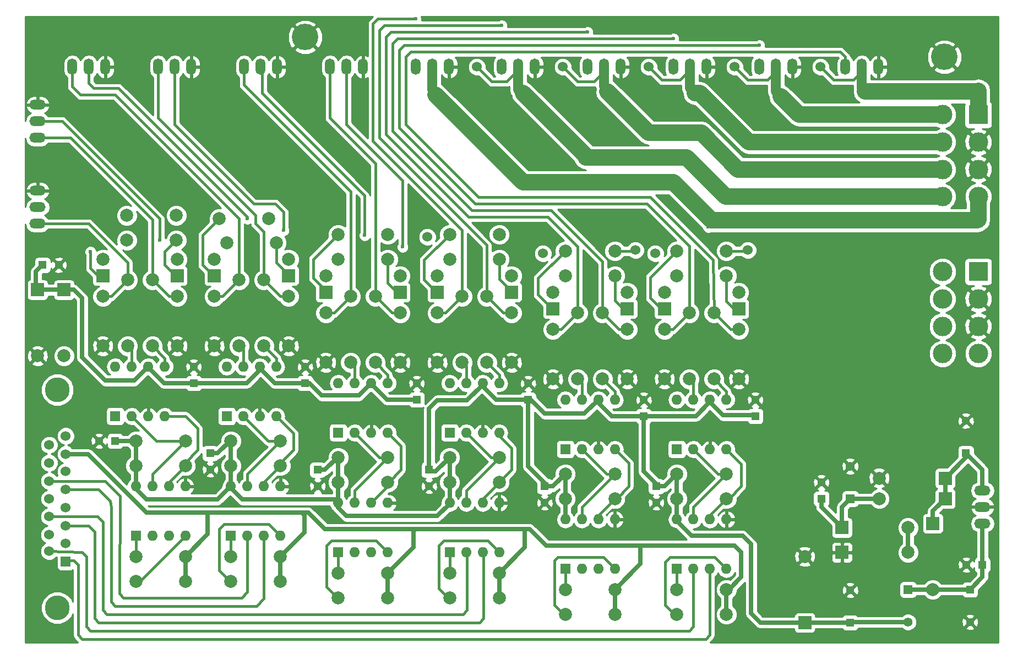
<source format=gbr>
G04 #@! TF.FileFunction,Copper,L1,Top,Signal*
%FSLAX46Y46*%
G04 Gerber Fmt 4.6, Leading zero omitted, Abs format (unit mm)*
G04 Created by KiCad (PCBNEW 4.0.4-stable) date 12/24/16 13:41:41*
%MOMM*%
%LPD*%
G01*
G04 APERTURE LIST*
%ADD10C,0.100000*%
%ADD11C,3.810000*%
%ADD12R,1.524000X1.524000*%
%ADD13C,1.524000*%
%ADD14C,4.064000*%
%ADD15R,1.300000X1.300000*%
%ADD16C,1.300000*%
%ADD17R,1.400000X1.400000*%
%ADD18C,1.400000*%
%ADD19C,1.998980*%
%ADD20R,1.998980X1.998980*%
%ADD21C,2.000000*%
%ADD22R,2.000000X2.000000*%
%ADD23R,3.000000X3.000000*%
%ADD24C,3.000000*%
%ADD25O,1.501140X2.499360*%
%ADD26O,2.499360X1.501140*%
%ADD27R,1.600000X1.600000*%
%ADD28O,1.600000X1.600000*%
%ADD29C,0.600000*%
%ADD30C,0.635000*%
%ADD31C,0.381000*%
%ADD32C,2.540000*%
%ADD33C,1.524000*%
%ADD34C,1.270000*%
%ADD35C,0.254000*%
G04 APERTURE END LIST*
D10*
D11*
X87630000Y-98171000D03*
X87630000Y-131699000D03*
D12*
X88900000Y-124587000D03*
D13*
X88900000Y-121793000D03*
X88900000Y-119126000D03*
X88900000Y-116332000D03*
X88900000Y-113538000D03*
X88900000Y-110744000D03*
X88900000Y-108077000D03*
X88900000Y-105283000D03*
X86360000Y-123012200D03*
X86360000Y-120472200D03*
X86360000Y-117678200D03*
X86360000Y-114935000D03*
X86360000Y-112191800D03*
X86360000Y-109397800D03*
X86360000Y-106654600D03*
D14*
X125730000Y-43942000D03*
X224028000Y-46990000D03*
D13*
X204978000Y-48514000D03*
X179578000Y-77216000D03*
X193802000Y-76708000D03*
X162306000Y-77216000D03*
X176530000Y-76708000D03*
X144526000Y-74676000D03*
X165354000Y-48514000D03*
X191770000Y-48514000D03*
X152146000Y-48514000D03*
X178562000Y-48514000D03*
D15*
X85344000Y-78994000D03*
D16*
X87844000Y-78994000D03*
D15*
X227330000Y-107950000D03*
D16*
X227330000Y-102950000D03*
D15*
X227965000Y-128905000D03*
D16*
X227965000Y-133905000D03*
D15*
X209550000Y-133985000D03*
D16*
X209550000Y-128985000D03*
D15*
X144780000Y-110490000D03*
D16*
X144780000Y-112990000D03*
D15*
X162560000Y-113030000D03*
D16*
X162560000Y-115530000D03*
D15*
X179705000Y-113030000D03*
D16*
X179705000Y-115530000D03*
D17*
X209550000Y-114935000D03*
D18*
X209550000Y-109935000D03*
D15*
X160020000Y-99695000D03*
D16*
X160020000Y-97195000D03*
D15*
X177800000Y-102235000D03*
D16*
X177800000Y-99735000D03*
D15*
X194945000Y-102235000D03*
D16*
X194945000Y-99735000D03*
D15*
X229870000Y-125095000D03*
D16*
X227370000Y-125095000D03*
D15*
X96520000Y-106045000D03*
D16*
X94020000Y-106045000D03*
D15*
X111125000Y-107950000D03*
D16*
X111125000Y-110450000D03*
D15*
X127635000Y-110490000D03*
D16*
X127635000Y-112990000D03*
D15*
X108585000Y-97155000D03*
D16*
X108585000Y-94655000D03*
D15*
X125730000Y-97155000D03*
D16*
X125730000Y-94655000D03*
D15*
X142875000Y-99695000D03*
D16*
X142875000Y-97195000D03*
D19*
X218440000Y-119377460D03*
D20*
X208280000Y-119377460D03*
D19*
X218440000Y-123187460D03*
D20*
X208280000Y-123187460D03*
D19*
X213995000Y-114937540D03*
D20*
X224155000Y-114937540D03*
D19*
X213995000Y-111762540D03*
D20*
X224155000Y-111762540D03*
D21*
X146050000Y-80645000D03*
D22*
X146050000Y-83185000D03*
D21*
X157480000Y-80645000D03*
D22*
X157480000Y-83185000D03*
D21*
X163830000Y-83185000D03*
D22*
X163830000Y-85725000D03*
D21*
X175260000Y-83185000D03*
D22*
X175260000Y-85725000D03*
D21*
X180975000Y-83185000D03*
D22*
X180975000Y-85725000D03*
D21*
X192405000Y-83185000D03*
D22*
X192405000Y-85725000D03*
D19*
X202562460Y-123825000D03*
D20*
X202562460Y-133985000D03*
D19*
X84584540Y-92964000D03*
D20*
X84584540Y-82804000D03*
D19*
X88648540Y-92964000D03*
D20*
X88648540Y-82804000D03*
D21*
X94615000Y-78105000D03*
D22*
X94615000Y-80645000D03*
D21*
X106045000Y-78105000D03*
D22*
X106045000Y-80645000D03*
D21*
X111760000Y-78105000D03*
D22*
X111760000Y-80645000D03*
D21*
X123190000Y-78105000D03*
D22*
X123190000Y-80645000D03*
D21*
X128905000Y-80645000D03*
D22*
X128905000Y-83185000D03*
D21*
X140335000Y-80645000D03*
D22*
X140335000Y-83185000D03*
D17*
X218440000Y-128905000D03*
D18*
X218440000Y-133905000D03*
D15*
X205105000Y-114935000D03*
D16*
X205105000Y-112435000D03*
D23*
X229235000Y-55880000D03*
D24*
X229235000Y-60080000D03*
X229235000Y-64280000D03*
X229235000Y-68480000D03*
X223735000Y-55880000D03*
X223735000Y-60080000D03*
X223735000Y-64280000D03*
X223735000Y-68480000D03*
D23*
X229235000Y-80010000D03*
D24*
X229235000Y-84210000D03*
X229235000Y-88410000D03*
X229235000Y-92610000D03*
X223735000Y-80010000D03*
X223735000Y-84210000D03*
X223735000Y-88410000D03*
X223735000Y-92610000D03*
D25*
X145288000Y-48514000D03*
X142748000Y-48514000D03*
X147828000Y-48514000D03*
X158496000Y-48514000D03*
X155956000Y-48514000D03*
X161036000Y-48514000D03*
X171704000Y-48514000D03*
X169164000Y-48514000D03*
X174244000Y-48514000D03*
X184912000Y-48514000D03*
X182372000Y-48514000D03*
X187452000Y-48514000D03*
X198120000Y-48514000D03*
X195580000Y-48514000D03*
X200660000Y-48514000D03*
X211328000Y-48514000D03*
X208788000Y-48514000D03*
X213868000Y-48514000D03*
D26*
X84582000Y-70104000D03*
X84582000Y-72644000D03*
X84582000Y-67564000D03*
X84582000Y-56896000D03*
X84582000Y-59436000D03*
X84582000Y-54356000D03*
D25*
X92456000Y-48514000D03*
X89916000Y-48514000D03*
X94996000Y-48514000D03*
X105664000Y-48514000D03*
X103124000Y-48514000D03*
X108204000Y-48514000D03*
X118872000Y-48514000D03*
X116332000Y-48514000D03*
X121412000Y-48514000D03*
X132080000Y-48514000D03*
X129540000Y-48514000D03*
X134620000Y-48514000D03*
D19*
X147955000Y-126365000D03*
X155575000Y-126365000D03*
X147955000Y-130175000D03*
X155575000Y-130175000D03*
X165735000Y-128905000D03*
X173355000Y-128905000D03*
X165735000Y-132715000D03*
X173355000Y-132715000D03*
X182880000Y-128905000D03*
X190500000Y-128905000D03*
X182880000Y-132715000D03*
X190500000Y-132715000D03*
X155575000Y-108585000D03*
X147955000Y-108585000D03*
X173355000Y-111125000D03*
X165735000Y-111125000D03*
X190500000Y-111125000D03*
X182880000Y-111125000D03*
X155575000Y-112395000D03*
X147955000Y-112395000D03*
X173355000Y-114935000D03*
X165735000Y-114935000D03*
X190500000Y-114935000D03*
X182880000Y-114935000D03*
X153670000Y-93980000D03*
X153670000Y-83820000D03*
X171450000Y-96520000D03*
X171450000Y-86360000D03*
X188595000Y-96520000D03*
X188595000Y-86360000D03*
X149860000Y-83820000D03*
X149860000Y-93980000D03*
X167640000Y-86360000D03*
X167640000Y-96520000D03*
X184785000Y-86360000D03*
X184785000Y-96520000D03*
X192405000Y-88900000D03*
X192405000Y-96520000D03*
X146050000Y-86360000D03*
X146050000Y-93980000D03*
X157480000Y-86360000D03*
X157480000Y-93980000D03*
X163830000Y-88900000D03*
X163830000Y-96520000D03*
X175260000Y-88900000D03*
X175260000Y-96520000D03*
X180975000Y-88900000D03*
X180975000Y-96520000D03*
X155575000Y-74295000D03*
X147955000Y-74295000D03*
X147955000Y-78105000D03*
X155575000Y-78105000D03*
X173355000Y-76835000D03*
X165735000Y-76835000D03*
X165735000Y-80645000D03*
X173355000Y-80645000D03*
X190500000Y-76835000D03*
X182880000Y-76835000D03*
X182880000Y-80645000D03*
X190500000Y-80645000D03*
X99695000Y-123825000D03*
X107315000Y-123825000D03*
X99695000Y-127635000D03*
X107315000Y-127635000D03*
X114300000Y-123825000D03*
X121920000Y-123825000D03*
X114300000Y-127635000D03*
X121920000Y-127635000D03*
X130810000Y-126365000D03*
X138430000Y-126365000D03*
X130810000Y-130175000D03*
X138430000Y-130175000D03*
X107315000Y-106045000D03*
X99695000Y-106045000D03*
X121920000Y-106045000D03*
X114300000Y-106045000D03*
X138430000Y-108585000D03*
X130810000Y-108585000D03*
X107315000Y-109855000D03*
X99695000Y-109855000D03*
X121920000Y-109855000D03*
X114300000Y-109855000D03*
X138430000Y-112395000D03*
X130810000Y-112395000D03*
X102235000Y-91440000D03*
X102235000Y-81280000D03*
X119380000Y-91440000D03*
X119380000Y-81280000D03*
X136525000Y-93980000D03*
X136525000Y-83820000D03*
X98425000Y-81280000D03*
X98425000Y-91440000D03*
X115570000Y-81280000D03*
X115570000Y-91440000D03*
X132715000Y-83820000D03*
X132715000Y-93980000D03*
X94615000Y-83820000D03*
X94615000Y-91440000D03*
X106045000Y-83820000D03*
X106045000Y-91440000D03*
X111760000Y-83820000D03*
X111760000Y-91440000D03*
X123190000Y-83820000D03*
X123190000Y-91440000D03*
X128905000Y-86360000D03*
X128905000Y-93980000D03*
X140335000Y-86360000D03*
X140335000Y-93980000D03*
X105918000Y-71374000D03*
X98298000Y-71374000D03*
X98298000Y-75184000D03*
X105918000Y-75184000D03*
X120142000Y-71882000D03*
X112522000Y-71882000D03*
X113665000Y-75565000D03*
X121285000Y-75565000D03*
X138430000Y-74295000D03*
X130810000Y-74295000D03*
X130810000Y-78105000D03*
X138430000Y-78105000D03*
D27*
X147955000Y-123190000D03*
D28*
X150495000Y-123190000D03*
X153035000Y-123190000D03*
X155575000Y-123190000D03*
X155575000Y-115570000D03*
X153035000Y-115570000D03*
X150495000Y-115570000D03*
X147955000Y-115570000D03*
D27*
X165735000Y-125730000D03*
D28*
X168275000Y-125730000D03*
X170815000Y-125730000D03*
X173355000Y-125730000D03*
X173355000Y-118110000D03*
X170815000Y-118110000D03*
X168275000Y-118110000D03*
X165735000Y-118110000D03*
D27*
X182880000Y-125730000D03*
D28*
X185420000Y-125730000D03*
X187960000Y-125730000D03*
X190500000Y-125730000D03*
X190500000Y-118110000D03*
X187960000Y-118110000D03*
X185420000Y-118110000D03*
X182880000Y-118110000D03*
D27*
X147955000Y-104775000D03*
D28*
X150495000Y-104775000D03*
X153035000Y-104775000D03*
X155575000Y-104775000D03*
X155575000Y-97155000D03*
X153035000Y-97155000D03*
X150495000Y-97155000D03*
X147955000Y-97155000D03*
D27*
X165735000Y-107315000D03*
D28*
X168275000Y-107315000D03*
X170815000Y-107315000D03*
X173355000Y-107315000D03*
X173355000Y-99695000D03*
X170815000Y-99695000D03*
X168275000Y-99695000D03*
X165735000Y-99695000D03*
D27*
X182880000Y-107315000D03*
D28*
X185420000Y-107315000D03*
X187960000Y-107315000D03*
X190500000Y-107315000D03*
X190500000Y-99695000D03*
X187960000Y-99695000D03*
X185420000Y-99695000D03*
X182880000Y-99695000D03*
D26*
X229870000Y-116205000D03*
X229870000Y-113665000D03*
X229870000Y-118745000D03*
D27*
X99695000Y-120650000D03*
D28*
X102235000Y-120650000D03*
X104775000Y-120650000D03*
X107315000Y-120650000D03*
X107315000Y-113030000D03*
X104775000Y-113030000D03*
X102235000Y-113030000D03*
X99695000Y-113030000D03*
D27*
X114300000Y-120650000D03*
D28*
X116840000Y-120650000D03*
X119380000Y-120650000D03*
X121920000Y-120650000D03*
X121920000Y-113030000D03*
X119380000Y-113030000D03*
X116840000Y-113030000D03*
X114300000Y-113030000D03*
D27*
X130810000Y-123190000D03*
D28*
X133350000Y-123190000D03*
X135890000Y-123190000D03*
X138430000Y-123190000D03*
X138430000Y-115570000D03*
X135890000Y-115570000D03*
X133350000Y-115570000D03*
X130810000Y-115570000D03*
D27*
X96520000Y-102235000D03*
D28*
X99060000Y-102235000D03*
X101600000Y-102235000D03*
X104140000Y-102235000D03*
X104140000Y-94615000D03*
X101600000Y-94615000D03*
X99060000Y-94615000D03*
X96520000Y-94615000D03*
D27*
X113665000Y-102235000D03*
D28*
X116205000Y-102235000D03*
X118745000Y-102235000D03*
X121285000Y-102235000D03*
X121285000Y-94615000D03*
X118745000Y-94615000D03*
X116205000Y-94615000D03*
X113665000Y-94615000D03*
D27*
X130810000Y-104775000D03*
D28*
X133350000Y-104775000D03*
X135890000Y-104775000D03*
X138430000Y-104775000D03*
X138430000Y-97155000D03*
X135890000Y-97155000D03*
X133350000Y-97155000D03*
X130810000Y-97155000D03*
D19*
X222252540Y-128905000D03*
D20*
X222252540Y-118745000D03*
D29*
X187706000Y-73152000D03*
X140716000Y-76200000D03*
X103378000Y-75184000D03*
X116840000Y-71882000D03*
X122428000Y-73660000D03*
X134874000Y-74422000D03*
X142748000Y-41148000D03*
X155956000Y-42164000D03*
X169164000Y-43180000D03*
X182372000Y-44196000D03*
X195580000Y-45212000D03*
X92710000Y-76962000D03*
D30*
X99695000Y-113030000D02*
X99695000Y-113411000D01*
X99695000Y-113411000D02*
X101346000Y-115062000D01*
X112268000Y-115062000D02*
X114300000Y-113030000D01*
X101346000Y-115062000D02*
X112268000Y-115062000D01*
X99695000Y-109855000D02*
X99695000Y-113030000D01*
X99695000Y-106045000D02*
X99695000Y-109855000D01*
X96520000Y-106045000D02*
X99695000Y-106045000D01*
X114300000Y-113030000D02*
X114300000Y-113284000D01*
X114300000Y-113284000D02*
X116078000Y-115062000D01*
X116078000Y-115062000D02*
X130302000Y-115062000D01*
X130302000Y-115062000D02*
X130810000Y-115570000D01*
X114300000Y-109855000D02*
X114300000Y-113030000D01*
X114300000Y-106045000D02*
X114300000Y-109855000D01*
X111125000Y-107950000D02*
X112268000Y-107950000D01*
X112268000Y-107950000D02*
X114173000Y-106045000D01*
X114173000Y-106045000D02*
X114300000Y-106045000D01*
X139192000Y-117602000D02*
X146050000Y-117602000D01*
X132080000Y-117602000D02*
X139192000Y-117602000D01*
X130810000Y-116332000D02*
X132080000Y-117602000D01*
X146050000Y-117602000D02*
X147955000Y-115697000D01*
X147955000Y-115697000D02*
X147955000Y-115570000D01*
X130810000Y-115570000D02*
X130810000Y-116332000D01*
X130810000Y-108585000D02*
X130810000Y-112395000D01*
X130810000Y-112395000D02*
X130810000Y-115570000D01*
X130810000Y-108585000D02*
X130683000Y-108585000D01*
X130683000Y-108585000D02*
X128778000Y-110490000D01*
X128778000Y-110490000D02*
X127635000Y-110490000D01*
X182880000Y-118110000D02*
X182880000Y-118364000D01*
X182880000Y-118364000D02*
X185166000Y-120650000D01*
X195707000Y-133985000D02*
X202562460Y-133985000D01*
X194310000Y-132588000D02*
X195707000Y-133985000D01*
X194310000Y-121920000D02*
X194310000Y-132588000D01*
X193040000Y-120650000D02*
X194310000Y-121920000D01*
X185166000Y-120650000D02*
X193040000Y-120650000D01*
X209550000Y-133985000D02*
X202562460Y-133985000D01*
X218440000Y-133905000D02*
X209630000Y-133905000D01*
X209630000Y-133905000D02*
X209550000Y-133985000D01*
X147955000Y-108585000D02*
X147955000Y-112395000D01*
X147955000Y-112395000D02*
X147955000Y-115570000D01*
X153035000Y-97155000D02*
X153035000Y-97409000D01*
X153035000Y-97409000D02*
X150622000Y-99822000D01*
X144780000Y-101092000D02*
X144780000Y-110490000D01*
X146050000Y-99822000D02*
X144780000Y-101092000D01*
X150622000Y-99822000D02*
X146050000Y-99822000D01*
X144780000Y-110490000D02*
X145034000Y-110744000D01*
X145034000Y-110744000D02*
X145796000Y-110744000D01*
X145796000Y-110744000D02*
X147955000Y-108585000D01*
X165735000Y-118110000D02*
X165735000Y-114935000D01*
X165735000Y-114935000D02*
X165735000Y-111125000D01*
X165735000Y-111125000D02*
X163830000Y-113030000D01*
X163830000Y-113030000D02*
X163068000Y-113030000D01*
X163068000Y-113030000D02*
X160020000Y-109982000D01*
X160020000Y-109982000D02*
X160020000Y-99695000D01*
X182880000Y-118110000D02*
X182880000Y-114935000D01*
X182880000Y-114935000D02*
X182880000Y-111125000D01*
X182880000Y-111125000D02*
X180975000Y-113030000D01*
X180975000Y-113030000D02*
X180086000Y-113030000D01*
X180086000Y-113030000D02*
X177800000Y-110744000D01*
X177800000Y-110744000D02*
X177800000Y-102235000D01*
X153035000Y-97155000D02*
X153035000Y-97663000D01*
X153035000Y-97663000D02*
X155067000Y-99695000D01*
X155067000Y-99695000D02*
X160401000Y-99695000D01*
X160401000Y-99695000D02*
X162560000Y-101854000D01*
X162560000Y-101854000D02*
X168656000Y-101854000D01*
X168656000Y-101854000D02*
X170815000Y-99695000D01*
X170815000Y-99695000D02*
X170815000Y-100203000D01*
X170815000Y-100203000D02*
X172847000Y-102235000D01*
X172847000Y-102235000D02*
X185801000Y-102235000D01*
X185801000Y-102235000D02*
X187960000Y-100076000D01*
X187960000Y-100076000D02*
X189992000Y-102108000D01*
X189992000Y-102108000D02*
X194818000Y-102108000D01*
X194818000Y-102108000D02*
X194945000Y-102235000D01*
X205105000Y-114935000D02*
X205105000Y-116202460D01*
X205105000Y-116202460D02*
X208280000Y-119377460D01*
X208280000Y-119377460D02*
X208280000Y-116205000D01*
X208280000Y-116205000D02*
X209550000Y-114935000D01*
X209550000Y-114935000D02*
X213992460Y-114935000D01*
X213992460Y-114935000D02*
X213995000Y-114937540D01*
X224155000Y-111762540D02*
X224155000Y-114937540D01*
X224155000Y-114937540D02*
X222252540Y-116840000D01*
X222252540Y-116840000D02*
X222252540Y-118745000D01*
X229870000Y-113665000D02*
X229870000Y-110490000D01*
X229870000Y-110490000D02*
X227330000Y-107950000D01*
X227330000Y-107950000D02*
X227330000Y-108587540D01*
X227330000Y-108587540D02*
X224155000Y-111762540D01*
X222252540Y-128905000D02*
X218440000Y-128905000D01*
X227965000Y-128905000D02*
X222252540Y-128905000D01*
X229870000Y-125095000D02*
X229870000Y-127000000D01*
X229870000Y-127000000D02*
X227965000Y-128905000D01*
X229870000Y-118745000D02*
X229870000Y-125095000D01*
X125730000Y-97155000D02*
X126365000Y-97155000D01*
X126365000Y-97155000D02*
X128270000Y-99060000D01*
X133985000Y-99060000D02*
X135890000Y-97155000D01*
X128270000Y-99060000D02*
X133985000Y-99060000D01*
X135890000Y-97155000D02*
X135890000Y-97282000D01*
X135890000Y-97282000D02*
X138303000Y-99695000D01*
X138303000Y-99695000D02*
X142875000Y-99695000D01*
X118745000Y-94615000D02*
X118745000Y-94869000D01*
X118745000Y-94869000D02*
X121031000Y-97155000D01*
X121031000Y-97155000D02*
X125730000Y-97155000D01*
X94996000Y-96774000D02*
X99441000Y-96774000D01*
X88648540Y-82804000D02*
X90170000Y-82804000D01*
X91440000Y-93218000D02*
X94996000Y-96774000D01*
X91440000Y-84074000D02*
X91440000Y-93218000D01*
X90170000Y-82804000D02*
X91440000Y-84074000D01*
X99441000Y-96774000D02*
X101600000Y-94615000D01*
X101600000Y-94615000D02*
X101600000Y-94742000D01*
X101600000Y-94742000D02*
X104013000Y-97155000D01*
X104013000Y-97155000D02*
X116713000Y-97155000D01*
X116713000Y-97155000D02*
X118745000Y-95123000D01*
X118745000Y-95123000D02*
X118745000Y-94615000D01*
X88648540Y-82804000D02*
X84584540Y-82804000D01*
X84584540Y-82804000D02*
X84328000Y-82547460D01*
X84328000Y-82547460D02*
X84328000Y-80010000D01*
X84328000Y-80010000D02*
X85344000Y-78994000D01*
X218440000Y-119377460D02*
X218440000Y-123187460D01*
D31*
X187960000Y-125730000D02*
X187960000Y-128270000D01*
X187325000Y-136525000D02*
X187960000Y-135890000D01*
X187960000Y-135890000D02*
X187960000Y-128270000D01*
X187325000Y-136525000D02*
X114808000Y-136525000D01*
X90805000Y-126365000D02*
X90805000Y-125095000D01*
X90805000Y-126365000D02*
X90805000Y-135890000D01*
X90170000Y-124460000D02*
X89027000Y-124460000D01*
X90805000Y-125095000D02*
X90170000Y-124460000D01*
X89027000Y-124460000D02*
X88900000Y-124587000D01*
X88900000Y-124587000D02*
X89027000Y-124587000D01*
X90805000Y-135890000D02*
X91440000Y-136525000D01*
X91440000Y-136525000D02*
X114808000Y-136525000D01*
X114808000Y-136525000D02*
X114935000Y-136525000D01*
X114935000Y-133985000D02*
X152527000Y-133985000D01*
X93980000Y-133985000D02*
X114935000Y-133985000D01*
X92456000Y-119126000D02*
X93345000Y-120015000D01*
X93345000Y-120015000D02*
X93345000Y-133350000D01*
X93345000Y-133350000D02*
X93980000Y-133985000D01*
X88900000Y-119126000D02*
X92456000Y-119126000D01*
X153162000Y-133350000D02*
X153162000Y-123317000D01*
X152527000Y-133985000D02*
X153162000Y-133350000D01*
X153162000Y-123317000D02*
X153035000Y-123190000D01*
X88900000Y-119126000D02*
X89281000Y-119126000D01*
X114935000Y-131445000D02*
X118237000Y-131445000D01*
X96520000Y-131445000D02*
X114935000Y-131445000D01*
X95885000Y-130810000D02*
X96520000Y-131445000D01*
X93980000Y-113538000D02*
X95758000Y-115316000D01*
X95758000Y-115316000D02*
X95885000Y-116205000D01*
X95885000Y-116205000D02*
X95885000Y-130810000D01*
X88900000Y-113538000D02*
X93980000Y-113538000D01*
X119380000Y-130302000D02*
X119380000Y-120650000D01*
X118237000Y-131445000D02*
X119380000Y-130302000D01*
X88900000Y-113538000D02*
X89408000Y-113538000D01*
D30*
X173355000Y-132715000D02*
X173355000Y-128905000D01*
X173355000Y-128905000D02*
X177292000Y-124968000D01*
X177292000Y-124968000D02*
X177292000Y-122174000D01*
X177292000Y-122174000D02*
X177292000Y-122428000D01*
X177292000Y-122428000D02*
X177292000Y-122174000D01*
X155575000Y-130175000D02*
X155575000Y-126365000D01*
X155575000Y-126365000D02*
X159512000Y-122428000D01*
X159512000Y-122428000D02*
X159512000Y-119634000D01*
X159512000Y-119634000D02*
X159512000Y-119888000D01*
X159512000Y-119888000D02*
X159512000Y-119634000D01*
X138430000Y-130175000D02*
X138430000Y-126365000D01*
X138430000Y-126365000D02*
X142367000Y-122428000D01*
X142367000Y-122428000D02*
X142367000Y-119634000D01*
X142367000Y-119634000D02*
X142494000Y-119761000D01*
X142494000Y-119761000D02*
X142494000Y-119888000D01*
X142494000Y-119888000D02*
X142494000Y-119634000D01*
X121920000Y-127635000D02*
X121920000Y-123825000D01*
X121920000Y-123825000D02*
X125603000Y-120142000D01*
X125603000Y-120142000D02*
X125603000Y-117094000D01*
X125603000Y-117094000D02*
X125476000Y-117221000D01*
X125476000Y-117221000D02*
X125476000Y-117348000D01*
X125476000Y-117348000D02*
X125476000Y-117094000D01*
X107315000Y-123825000D02*
X110744000Y-120396000D01*
X110744000Y-120396000D02*
X110744000Y-117094000D01*
X110744000Y-117094000D02*
X110744000Y-117348000D01*
X110744000Y-117348000D02*
X110744000Y-117094000D01*
X107315000Y-127635000D02*
X107315000Y-123825000D01*
X190500000Y-128905000D02*
X190500000Y-132715000D01*
X191770000Y-122174000D02*
X192786000Y-123190000D01*
X110744000Y-117094000D02*
X125476000Y-117094000D01*
X125476000Y-117094000D02*
X126238000Y-117094000D01*
X146812000Y-119634000D02*
X159512000Y-119634000D01*
X159512000Y-119634000D02*
X160274000Y-119634000D01*
X128778000Y-119634000D02*
X142494000Y-119634000D01*
X142494000Y-119634000D02*
X146812000Y-119634000D01*
X126238000Y-117094000D02*
X128778000Y-119634000D01*
X162814000Y-122174000D02*
X175260000Y-122174000D01*
X160274000Y-119634000D02*
X162814000Y-122174000D01*
X191770000Y-122174000D02*
X177292000Y-122174000D01*
X177292000Y-122174000D02*
X175260000Y-122174000D01*
X192786000Y-127000000D02*
X190881000Y-128905000D01*
X192786000Y-123190000D02*
X192786000Y-127000000D01*
X99060000Y-114808000D02*
X101346000Y-117094000D01*
X92329000Y-108077000D02*
X99060000Y-114808000D01*
X88900000Y-108077000D02*
X92329000Y-108077000D01*
X101346000Y-117094000D02*
X110744000Y-117094000D01*
X190881000Y-128905000D02*
X190500000Y-128905000D01*
D31*
X115062000Y-135255000D02*
X184785000Y-135255000D01*
X185420000Y-134620000D02*
X185420000Y-125730000D01*
X184785000Y-135255000D02*
X185420000Y-134620000D01*
X91440000Y-123190000D02*
X86360000Y-123012200D01*
X91440000Y-123190000D02*
X92075000Y-123825000D01*
X92075000Y-123825000D02*
X92075000Y-134620000D01*
X92075000Y-134620000D02*
X92710000Y-135255000D01*
X92710000Y-135255000D02*
X115062000Y-135255000D01*
X115062000Y-135255000D02*
X114935000Y-135255000D01*
X114935000Y-132715000D02*
X149987000Y-132715000D01*
X86360000Y-117678200D02*
X93776800Y-117678200D01*
X93776800Y-117678200D02*
X94615000Y-118516400D01*
X94615000Y-118516400D02*
X94615000Y-118745000D01*
X94615000Y-118745000D02*
X94615000Y-132080000D01*
X94615000Y-132080000D02*
X95250000Y-132715000D01*
X95250000Y-132715000D02*
X114935000Y-132715000D01*
X150622000Y-132080000D02*
X150622000Y-123317000D01*
X149987000Y-132715000D02*
X150622000Y-132080000D01*
X150622000Y-123317000D02*
X150495000Y-123190000D01*
X114935000Y-130175000D02*
X115951000Y-130175000D01*
X86360000Y-112191800D02*
X94996000Y-112268000D01*
X94996000Y-112268000D02*
X97282000Y-114554000D01*
X97282000Y-114554000D02*
X97155000Y-129540000D01*
X97155000Y-129540000D02*
X97790000Y-130175000D01*
X97790000Y-130175000D02*
X114935000Y-130175000D01*
X116840000Y-129286000D02*
X116840000Y-120650000D01*
X115951000Y-130175000D02*
X116840000Y-129286000D01*
X188214000Y-72644000D02*
X188214000Y-72136000D01*
X187706000Y-73152000D02*
X188214000Y-72644000D01*
D32*
X159512000Y-66294000D02*
X159258000Y-66294000D01*
X159512000Y-66294000D02*
X182372000Y-66294000D01*
X188214000Y-72136000D02*
X182372000Y-66294000D01*
X159258000Y-66294000D02*
X145796000Y-52832000D01*
X188214000Y-72136000D02*
X205486000Y-72136000D01*
D33*
X145288000Y-48514000D02*
X145288000Y-52070000D01*
D32*
X229235000Y-68480000D02*
X229235000Y-72009000D01*
X229108000Y-72136000D02*
X205486000Y-72136000D01*
X205486000Y-72136000D02*
X205740000Y-72136000D01*
X229235000Y-72009000D02*
X229108000Y-72136000D01*
D31*
X211328000Y-48514000D02*
X211328000Y-49276000D01*
X211328000Y-49276000D02*
X210058000Y-50546000D01*
X207010000Y-50546000D02*
X204978000Y-48514000D01*
X210058000Y-50546000D02*
X207010000Y-50546000D01*
D33*
X211328000Y-48514000D02*
X211328000Y-51816000D01*
X211328000Y-51816000D02*
X211836000Y-52324000D01*
D32*
X229235000Y-52197000D02*
X229235000Y-55880000D01*
X229108000Y-52324000D02*
X211836000Y-52324000D01*
X229235000Y-52197000D02*
X229108000Y-52324000D01*
D34*
X211328000Y-51816000D02*
X211836000Y-52324000D01*
D31*
X158496000Y-48514000D02*
X158496000Y-49022000D01*
X158496000Y-49022000D02*
X156718000Y-50800000D01*
X154432000Y-50800000D02*
X152146000Y-48514000D01*
X156718000Y-50800000D02*
X154432000Y-50800000D01*
D32*
X168910000Y-62484000D02*
X168910000Y-62230000D01*
X168910000Y-62484000D02*
X184404000Y-62484000D01*
X184404000Y-62484000D02*
X190400000Y-68480000D01*
X207518000Y-68480000D02*
X190400000Y-68480000D01*
X168910000Y-62230000D02*
X159258000Y-52578000D01*
D33*
X158496000Y-48514000D02*
X158496000Y-52070000D01*
D32*
X207518000Y-68480000D02*
X223735000Y-68480000D01*
X207518000Y-68480000D02*
X207164000Y-68480000D01*
D31*
X173355000Y-76835000D02*
X176403000Y-76835000D01*
X176403000Y-76835000D02*
X176530000Y-76708000D01*
X171704000Y-48514000D02*
X171704000Y-49276000D01*
X171704000Y-49276000D02*
X170180000Y-50800000D01*
X167640000Y-50800000D02*
X165354000Y-48514000D01*
X170180000Y-50800000D02*
X167640000Y-50800000D01*
D32*
X172212000Y-52324000D02*
X178562000Y-58674000D01*
X178562000Y-58674000D02*
X186690000Y-58674000D01*
X186690000Y-58674000D02*
X192296000Y-64280000D01*
X192296000Y-64280000D02*
X208534000Y-64280000D01*
X208534000Y-64280000D02*
X223735000Y-64280000D01*
D33*
X171704000Y-51562000D02*
X171704000Y-48514000D01*
D31*
X184912000Y-48514000D02*
X184912000Y-49022000D01*
X184912000Y-49022000D02*
X183388000Y-50546000D01*
X180594000Y-50546000D02*
X178562000Y-48514000D01*
X183388000Y-50546000D02*
X180594000Y-50546000D01*
D32*
X185674000Y-52578000D02*
X186436000Y-52578000D01*
D33*
X184912000Y-51816000D02*
X185674000Y-52578000D01*
D32*
X223735000Y-60080000D02*
X209432000Y-60080000D01*
D33*
X184912000Y-51816000D02*
X184912000Y-48514000D01*
D32*
X193938000Y-60080000D02*
X209432000Y-60080000D01*
X186436000Y-52578000D02*
X193938000Y-60080000D01*
D31*
X190500000Y-76835000D02*
X193675000Y-76835000D01*
X193675000Y-76835000D02*
X193802000Y-76708000D01*
X198120000Y-48514000D02*
X198120000Y-49276000D01*
X198120000Y-49276000D02*
X196850000Y-50546000D01*
X193802000Y-50546000D02*
X191770000Y-48514000D01*
X196850000Y-50546000D02*
X193802000Y-50546000D01*
D32*
X210566000Y-55880000D02*
X201676000Y-55880000D01*
X201676000Y-55880000D02*
X198882000Y-53086000D01*
D33*
X198120000Y-48514000D02*
X198120000Y-52324000D01*
D34*
X198120000Y-52324000D02*
X198374000Y-52578000D01*
D32*
X223735000Y-55880000D02*
X210566000Y-55880000D01*
X210566000Y-55880000D02*
X210312000Y-55880000D01*
D31*
X132080000Y-48514000D02*
X132080000Y-54356000D01*
X140716000Y-66040000D02*
X132080000Y-57404000D01*
X132080000Y-57404000D02*
X132080000Y-54356000D01*
X140716000Y-76200000D02*
X140716000Y-68326000D01*
X140716000Y-68326000D02*
X140716000Y-66040000D01*
X84582000Y-56896000D02*
X88392000Y-56896000D01*
X103378000Y-71882000D02*
X103378000Y-75184000D01*
X88392000Y-56896000D02*
X103378000Y-71882000D01*
X115189000Y-69977000D02*
X116840000Y-71628000D01*
X115189000Y-69977000D02*
X97028000Y-51816000D01*
X97028000Y-51816000D02*
X93218000Y-51816000D01*
X93218000Y-51816000D02*
X92456000Y-51054000D01*
X92456000Y-51054000D02*
X92456000Y-48514000D01*
X105664000Y-48514000D02*
X105664000Y-57404000D01*
X122428000Y-70866000D02*
X122428000Y-73660000D01*
X121158000Y-69596000D02*
X122428000Y-70866000D01*
X117856000Y-69596000D02*
X121158000Y-69596000D01*
X105664000Y-57404000D02*
X117856000Y-69596000D01*
X119126000Y-52578000D02*
X119126000Y-48768000D01*
X134874000Y-68326000D02*
X119126000Y-52578000D01*
X134874000Y-74422000D02*
X134874000Y-68326000D01*
X119126000Y-48768000D02*
X118872000Y-48514000D01*
X146050000Y-86360000D02*
X147320000Y-86360000D01*
X147320000Y-86360000D02*
X149860000Y-83820000D01*
X136906000Y-41148000D02*
X142748000Y-41148000D01*
X136144000Y-41910000D02*
X136906000Y-41148000D01*
X149860000Y-83820000D02*
X149860000Y-73660000D01*
X136144000Y-59944000D02*
X136144000Y-48260000D01*
X149860000Y-73660000D02*
X136144000Y-59944000D01*
X136144000Y-48260000D02*
X136144000Y-41910000D01*
X157480000Y-86360000D02*
X156210000Y-86360000D01*
X156210000Y-86360000D02*
X153670000Y-83820000D01*
X137922000Y-42164000D02*
X155956000Y-42164000D01*
X137160000Y-42926000D02*
X137922000Y-42164000D01*
X153670000Y-83820000D02*
X153670000Y-75946000D01*
X137160000Y-59436000D02*
X137160000Y-48260000D01*
X153670000Y-75946000D02*
X137160000Y-59436000D01*
X137160000Y-48260000D02*
X137160000Y-42926000D01*
X163830000Y-88900000D02*
X165100000Y-88900000D01*
X165100000Y-88900000D02*
X167640000Y-86360000D01*
X138938000Y-43180000D02*
X169164000Y-43180000D01*
X138176000Y-48260000D02*
X138176000Y-43942000D01*
X167640000Y-76200000D02*
X163068000Y-71628000D01*
X163068000Y-71628000D02*
X150876000Y-71628000D01*
X150876000Y-71628000D02*
X138176000Y-58928000D01*
X138176000Y-58928000D02*
X138176000Y-48260000D01*
X167640000Y-86360000D02*
X167640000Y-76200000D01*
X138176000Y-43942000D02*
X138938000Y-43180000D01*
X175260000Y-88900000D02*
X173990000Y-88900000D01*
X173990000Y-88900000D02*
X171450000Y-86360000D01*
X139954000Y-44196000D02*
X182372000Y-44196000D01*
X139192000Y-48260000D02*
X139192000Y-44958000D01*
X171450000Y-78486000D02*
X163576000Y-70612000D01*
X163576000Y-70612000D02*
X151384000Y-70612000D01*
X151384000Y-70612000D02*
X139192000Y-58420000D01*
X139192000Y-58420000D02*
X139192000Y-48260000D01*
X171450000Y-86360000D02*
X171450000Y-78486000D01*
X139192000Y-44958000D02*
X139954000Y-44196000D01*
X180975000Y-88900000D02*
X182245000Y-88900000D01*
X182245000Y-88900000D02*
X184785000Y-86360000D01*
X140970000Y-45212000D02*
X195580000Y-45212000D01*
X140208000Y-48260000D02*
X140208000Y-45974000D01*
X184785000Y-76073000D02*
X178308000Y-69596000D01*
X178308000Y-69596000D02*
X151892000Y-69596000D01*
X151892000Y-69596000D02*
X140208000Y-57912000D01*
X140208000Y-57912000D02*
X140208000Y-48260000D01*
X184785000Y-86360000D02*
X184785000Y-76073000D01*
X140208000Y-45974000D02*
X140970000Y-45212000D01*
X207518000Y-46228000D02*
X208026000Y-46228000D01*
X207518000Y-46228000D02*
X164338000Y-46228000D01*
X141224000Y-46990000D02*
X141986000Y-46228000D01*
X141986000Y-46228000D02*
X164338000Y-46228000D01*
X188595000Y-86360000D02*
X188468000Y-78232000D01*
X141224000Y-57404000D02*
X141224000Y-48260000D01*
X152400000Y-68580000D02*
X141224000Y-57404000D01*
X178816000Y-68580000D02*
X152400000Y-68580000D01*
X188468000Y-78232000D02*
X178816000Y-68580000D01*
X141224000Y-48260000D02*
X141224000Y-46990000D01*
X208788000Y-46990000D02*
X208788000Y-48514000D01*
X208026000Y-46228000D02*
X208788000Y-46990000D01*
X192405000Y-88900000D02*
X191135000Y-88900000D01*
X191135000Y-88900000D02*
X188595000Y-86360000D01*
X94615000Y-83820000D02*
X95885000Y-83820000D01*
X95885000Y-83820000D02*
X98425000Y-81280000D01*
X98425000Y-81280000D02*
X98425000Y-78613000D01*
X92456000Y-72644000D02*
X84582000Y-72644000D01*
X98425000Y-78613000D02*
X92456000Y-72644000D01*
X106045000Y-83820000D02*
X104775000Y-83820000D01*
X104775000Y-83820000D02*
X102235000Y-81280000D01*
X102235000Y-81280000D02*
X102235000Y-72009000D01*
X89662000Y-59436000D02*
X84582000Y-59436000D01*
X102235000Y-72009000D02*
X89662000Y-59436000D01*
X111760000Y-83820000D02*
X113030000Y-83820000D01*
X113030000Y-83820000D02*
X115570000Y-81280000D01*
X115570000Y-81280000D02*
X115570000Y-71882000D01*
X89916000Y-51562000D02*
X89916000Y-48514000D01*
X91186000Y-52832000D02*
X89916000Y-51562000D01*
X96520000Y-52832000D02*
X91186000Y-52832000D01*
X115570000Y-71882000D02*
X96520000Y-52832000D01*
X123190000Y-83820000D02*
X121920000Y-83820000D01*
X121920000Y-83820000D02*
X119380000Y-81280000D01*
X117602000Y-70866000D02*
X118110000Y-71374000D01*
X119380000Y-73914000D02*
X118110000Y-72644000D01*
X119380000Y-81280000D02*
X119380000Y-73914000D01*
X103124000Y-56388000D02*
X117602000Y-70866000D01*
X103124000Y-56388000D02*
X103124000Y-48514000D01*
X118110000Y-71374000D02*
X118110000Y-72644000D01*
X128905000Y-86360000D02*
X130175000Y-86360000D01*
X130175000Y-86360000D02*
X132715000Y-83820000D01*
X132715000Y-83820000D02*
X132715000Y-67691000D01*
X116332000Y-51308000D02*
X116332000Y-48514000D01*
X132715000Y-67691000D02*
X116332000Y-51308000D01*
X140335000Y-86360000D02*
X139065000Y-86360000D01*
X139065000Y-86360000D02*
X136525000Y-83820000D01*
X136525000Y-66040000D02*
X136525000Y-63395635D01*
X136513870Y-63384505D02*
X129540000Y-56388000D01*
X129540000Y-56388000D02*
X129540000Y-48514000D01*
X136525000Y-63395635D02*
X136513870Y-63384505D01*
X136525000Y-83820000D02*
X136525000Y-66040000D01*
X136525000Y-66040000D02*
X136525000Y-65913000D01*
X147955000Y-126365000D02*
X147955000Y-123190000D01*
X147955000Y-130175000D02*
X147701000Y-130175000D01*
X147701000Y-130175000D02*
X146304000Y-128778000D01*
X146304000Y-128778000D02*
X146304000Y-122174000D01*
X146304000Y-122174000D02*
X147066000Y-121412000D01*
X147066000Y-121412000D02*
X153797000Y-121412000D01*
X153797000Y-121412000D02*
X155575000Y-123190000D01*
X165735000Y-128905000D02*
X165735000Y-125730000D01*
X165735000Y-132715000D02*
X165481000Y-132715000D01*
X165481000Y-132715000D02*
X164084000Y-131318000D01*
X164084000Y-131318000D02*
X164084000Y-124460000D01*
X164084000Y-124460000D02*
X164592000Y-123952000D01*
X164592000Y-123952000D02*
X171577000Y-123952000D01*
X171577000Y-123952000D02*
X173355000Y-125730000D01*
X182880000Y-128905000D02*
X182880000Y-125730000D01*
X182880000Y-132715000D02*
X182499000Y-132715000D01*
X182499000Y-132715000D02*
X181102000Y-131318000D01*
X181102000Y-131318000D02*
X181102000Y-124714000D01*
X181102000Y-124714000D02*
X181864000Y-123952000D01*
X181864000Y-123952000D02*
X188722000Y-123952000D01*
X188722000Y-123952000D02*
X190500000Y-125730000D01*
X150495000Y-115570000D02*
X150495000Y-113665000D01*
X150495000Y-113665000D02*
X155575000Y-108585000D01*
X155575000Y-108585000D02*
X154305000Y-108585000D01*
X154305000Y-108585000D02*
X150495000Y-104775000D01*
X168275000Y-118110000D02*
X168275000Y-116205000D01*
X168275000Y-116205000D02*
X173355000Y-111125000D01*
X173355000Y-111125000D02*
X172085000Y-111125000D01*
X172085000Y-111125000D02*
X168275000Y-107315000D01*
X190500000Y-111125000D02*
X189230000Y-111125000D01*
X189230000Y-111125000D02*
X185420000Y-107315000D01*
X185420000Y-118110000D02*
X185420000Y-116205000D01*
X185420000Y-116205000D02*
X190500000Y-111125000D01*
X153035000Y-115570000D02*
X153035000Y-114935000D01*
X153035000Y-114935000D02*
X157480000Y-110490000D01*
X157480000Y-110490000D02*
X157480000Y-107188000D01*
X157480000Y-107188000D02*
X155575000Y-105283000D01*
X155575000Y-105283000D02*
X155575000Y-104775000D01*
X173355000Y-114935000D02*
X173609000Y-114935000D01*
X173609000Y-114935000D02*
X175514000Y-113030000D01*
X175514000Y-109474000D02*
X173355000Y-107315000D01*
X175514000Y-113030000D02*
X175514000Y-109474000D01*
X170815000Y-118110000D02*
X170815000Y-117475000D01*
X170815000Y-117475000D02*
X173355000Y-114935000D01*
X190500000Y-114935000D02*
X190881000Y-114935000D01*
X190881000Y-114935000D02*
X192786000Y-113030000D01*
X192786000Y-109601000D02*
X190500000Y-107315000D01*
X192786000Y-113030000D02*
X192786000Y-109601000D01*
X187960000Y-118110000D02*
X187960000Y-117475000D01*
X187960000Y-117475000D02*
X190500000Y-114935000D01*
X155575000Y-97155000D02*
X155575000Y-95885000D01*
X155575000Y-95885000D02*
X153670000Y-93980000D01*
X173355000Y-99695000D02*
X173355000Y-98425000D01*
X173355000Y-98425000D02*
X171450000Y-96520000D01*
X190500000Y-99695000D02*
X190500000Y-98425000D01*
X190500000Y-98425000D02*
X188595000Y-96520000D01*
X150495000Y-97155000D02*
X150495000Y-94615000D01*
X150495000Y-94615000D02*
X149860000Y-93980000D01*
X168275000Y-99695000D02*
X168275000Y-97155000D01*
X168275000Y-97155000D02*
X167640000Y-96520000D01*
X185420000Y-99695000D02*
X185420000Y-97155000D01*
X185420000Y-97155000D02*
X184785000Y-96520000D01*
X99695000Y-123825000D02*
X99695000Y-120650000D01*
X99695000Y-127635000D02*
X100330000Y-127635000D01*
X100330000Y-127635000D02*
X107315000Y-120650000D01*
X114300000Y-123825000D02*
X114300000Y-120650000D01*
X114300000Y-127635000D02*
X114173000Y-127635000D01*
X114173000Y-127635000D02*
X112522000Y-125984000D01*
X112522000Y-125984000D02*
X112522000Y-119634000D01*
X112522000Y-119634000D02*
X113284000Y-118872000D01*
X113284000Y-118872000D02*
X120142000Y-118872000D01*
X120142000Y-118872000D02*
X121920000Y-120650000D01*
X130810000Y-126365000D02*
X130810000Y-123190000D01*
X130810000Y-130175000D02*
X130683000Y-130175000D01*
X130683000Y-130175000D02*
X129032000Y-128524000D01*
X129032000Y-128524000D02*
X129032000Y-122174000D01*
X129032000Y-122174000D02*
X129794000Y-121412000D01*
X129794000Y-121412000D02*
X136652000Y-121412000D01*
X136652000Y-121412000D02*
X138430000Y-123190000D01*
X107315000Y-106045000D02*
X102870000Y-106045000D01*
X102870000Y-106045000D02*
X99060000Y-102235000D01*
X102235000Y-113030000D02*
X102235000Y-111125000D01*
X102235000Y-111125000D02*
X107315000Y-106045000D01*
X121920000Y-106045000D02*
X120015000Y-106045000D01*
X120015000Y-106045000D02*
X116205000Y-102235000D01*
X116840000Y-113030000D02*
X116840000Y-111125000D01*
X116840000Y-111125000D02*
X121920000Y-106045000D01*
X133350000Y-115570000D02*
X133350000Y-113665000D01*
X133350000Y-113665000D02*
X138430000Y-108585000D01*
X138430000Y-108585000D02*
X137160000Y-108585000D01*
X137160000Y-108585000D02*
X133350000Y-104775000D01*
X104775000Y-113030000D02*
X104775000Y-112395000D01*
X104775000Y-112395000D02*
X107315000Y-109855000D01*
X104140000Y-102235000D02*
X104140000Y-101854000D01*
X107315000Y-109855000D02*
X107315000Y-109347000D01*
X107315000Y-109347000D02*
X109220000Y-107442000D01*
X109220000Y-107442000D02*
X109220000Y-104140000D01*
X109220000Y-104140000D02*
X107315000Y-102235000D01*
X107315000Y-102235000D02*
X104140000Y-102235000D01*
X119380000Y-113030000D02*
X119380000Y-112395000D01*
X119380000Y-112395000D02*
X121920000Y-109855000D01*
X121920000Y-109855000D02*
X121920000Y-109474000D01*
X121920000Y-109474000D02*
X123952000Y-107442000D01*
X123952000Y-107442000D02*
X123952000Y-104902000D01*
X123952000Y-104902000D02*
X121285000Y-102235000D01*
X138430000Y-112395000D02*
X138557000Y-112395000D01*
X138557000Y-112395000D02*
X140462000Y-110490000D01*
X140462000Y-106807000D02*
X138430000Y-104775000D01*
X140462000Y-110490000D02*
X140462000Y-106807000D01*
X138430000Y-112395000D02*
X138430000Y-113030000D01*
X138430000Y-113030000D02*
X135890000Y-115570000D01*
X104140000Y-94615000D02*
X104140000Y-93345000D01*
X104140000Y-93345000D02*
X102235000Y-91440000D01*
X121285000Y-94615000D02*
X121285000Y-93345000D01*
X121285000Y-93345000D02*
X119380000Y-91440000D01*
X138430000Y-97155000D02*
X138430000Y-95885000D01*
X138430000Y-95885000D02*
X136525000Y-93980000D01*
X99060000Y-94615000D02*
X99060000Y-92075000D01*
X99060000Y-92075000D02*
X98425000Y-91440000D01*
X116205000Y-94615000D02*
X116205000Y-92075000D01*
X116205000Y-92075000D02*
X115570000Y-91440000D01*
X133350000Y-97155000D02*
X133350000Y-94615000D01*
X133350000Y-94615000D02*
X132715000Y-93980000D01*
X146050000Y-83185000D02*
X145923000Y-83185000D01*
X145923000Y-83185000D02*
X144018000Y-81280000D01*
X144018000Y-81280000D02*
X144018000Y-78232000D01*
X144018000Y-78232000D02*
X147955000Y-74295000D01*
X157480000Y-83185000D02*
X157480000Y-83058000D01*
X157480000Y-83058000D02*
X155575000Y-81153000D01*
X155575000Y-81153000D02*
X155575000Y-78105000D01*
X163830000Y-85725000D02*
X163703000Y-85725000D01*
X163703000Y-85725000D02*
X161544000Y-83566000D01*
X161544000Y-83566000D02*
X161544000Y-81026000D01*
X161544000Y-81026000D02*
X165735000Y-76835000D01*
X175260000Y-85725000D02*
X174625000Y-85725000D01*
X174625000Y-85725000D02*
X173355000Y-84455000D01*
X173355000Y-84455000D02*
X173355000Y-80645000D01*
X180975000Y-85725000D02*
X180467000Y-85725000D01*
X180467000Y-85725000D02*
X178816000Y-84074000D01*
X178816000Y-84074000D02*
X178816000Y-80899000D01*
X178816000Y-80899000D02*
X182880000Y-76835000D01*
X192405000Y-85725000D02*
X191643000Y-85725000D01*
X191643000Y-85725000D02*
X190500000Y-84582000D01*
X190500000Y-84582000D02*
X190500000Y-80645000D01*
X192405000Y-85725000D02*
X192913000Y-85725000D01*
X94615000Y-80645000D02*
X93853000Y-80645000D01*
X93853000Y-80645000D02*
X92710000Y-79502000D01*
X92710000Y-79502000D02*
X92710000Y-76962000D01*
X106045000Y-80645000D02*
X105791000Y-80645000D01*
X105791000Y-80645000D02*
X104140000Y-78994000D01*
X104140000Y-78994000D02*
X104140000Y-76962000D01*
X104140000Y-76962000D02*
X105918000Y-75184000D01*
X111760000Y-80645000D02*
X111633000Y-80645000D01*
X111633000Y-80645000D02*
X109982000Y-78994000D01*
X109982000Y-78994000D02*
X109982000Y-74422000D01*
X109982000Y-74422000D02*
X112522000Y-71882000D01*
X123190000Y-80645000D02*
X123190000Y-80518000D01*
X123190000Y-80518000D02*
X121285000Y-78613000D01*
X121285000Y-78613000D02*
X121285000Y-75565000D01*
X128905000Y-83185000D02*
X128905000Y-82931000D01*
X128905000Y-82931000D02*
X127000000Y-81026000D01*
X127000000Y-81026000D02*
X127000000Y-78105000D01*
X127000000Y-78105000D02*
X130810000Y-74295000D01*
X140335000Y-83185000D02*
X139827000Y-83185000D01*
X139827000Y-83185000D02*
X138430000Y-81788000D01*
X138430000Y-81788000D02*
X138430000Y-78105000D01*
D35*
G36*
X135560283Y-41326283D02*
X135381337Y-41594094D01*
X135364582Y-41678327D01*
X135318500Y-41910000D01*
X135318500Y-46841340D01*
X135032903Y-46686190D01*
X134961275Y-46672007D01*
X134747000Y-46794661D01*
X134747000Y-48387000D01*
X134767000Y-48387000D01*
X134767000Y-48641000D01*
X134747000Y-48641000D01*
X134747000Y-50233339D01*
X134961275Y-50355993D01*
X135032903Y-50341810D01*
X135318500Y-50186660D01*
X135318500Y-59475066D01*
X132905500Y-57062066D01*
X132905500Y-50132843D01*
X133059746Y-50029779D01*
X133360100Y-49580268D01*
X133361950Y-49570968D01*
X133388501Y-49660677D01*
X133730056Y-50082658D01*
X134207097Y-50341810D01*
X134278725Y-50355993D01*
X134493000Y-50233339D01*
X134493000Y-48641000D01*
X134473000Y-48641000D01*
X134473000Y-48387000D01*
X134493000Y-48387000D01*
X134493000Y-46794661D01*
X134278725Y-46672007D01*
X134207097Y-46686190D01*
X133730056Y-46945342D01*
X133388501Y-47367323D01*
X133361950Y-47457032D01*
X133360100Y-47447732D01*
X133059746Y-46998221D01*
X132610235Y-46697867D01*
X132080000Y-46592397D01*
X131549765Y-46697867D01*
X131100254Y-46998221D01*
X130810000Y-47432616D01*
X130519746Y-46998221D01*
X130070235Y-46697867D01*
X129540000Y-46592397D01*
X129009765Y-46697867D01*
X128560254Y-46998221D01*
X128259900Y-47447732D01*
X128154430Y-47977967D01*
X128154430Y-49050033D01*
X128259900Y-49580268D01*
X128560254Y-50029779D01*
X128714500Y-50132843D01*
X128714500Y-56388000D01*
X128745757Y-56545141D01*
X128776826Y-56702670D01*
X128777204Y-56703238D01*
X128777337Y-56703905D01*
X128866362Y-56837140D01*
X128955338Y-56970770D01*
X135699500Y-63736821D01*
X135699500Y-68326000D01*
X135646030Y-68057185D01*
X135636663Y-68010094D01*
X135457717Y-67742283D01*
X119951500Y-52236066D01*
X119951500Y-49880487D01*
X120152100Y-49580268D01*
X120153950Y-49570968D01*
X120180501Y-49660677D01*
X120522056Y-50082658D01*
X120999097Y-50341810D01*
X121070725Y-50355993D01*
X121285000Y-50233339D01*
X121285000Y-48641000D01*
X121539000Y-48641000D01*
X121539000Y-50233339D01*
X121753275Y-50355993D01*
X121824903Y-50341810D01*
X122301944Y-50082658D01*
X122643499Y-49660677D01*
X122797570Y-49140110D01*
X122797570Y-48641000D01*
X121539000Y-48641000D01*
X121285000Y-48641000D01*
X121265000Y-48641000D01*
X121265000Y-48387000D01*
X121285000Y-48387000D01*
X121285000Y-46794661D01*
X121539000Y-46794661D01*
X121539000Y-48387000D01*
X122797570Y-48387000D01*
X122797570Y-47887890D01*
X122643499Y-47367323D01*
X122301944Y-46945342D01*
X121824903Y-46686190D01*
X121753275Y-46672007D01*
X121539000Y-46794661D01*
X121285000Y-46794661D01*
X121070725Y-46672007D01*
X120999097Y-46686190D01*
X120522056Y-46945342D01*
X120180501Y-47367323D01*
X120153950Y-47457032D01*
X120152100Y-47447732D01*
X119851746Y-46998221D01*
X119402235Y-46697867D01*
X118872000Y-46592397D01*
X118341765Y-46697867D01*
X117892254Y-46998221D01*
X117602000Y-47432616D01*
X117311746Y-46998221D01*
X116862235Y-46697867D01*
X116332000Y-46592397D01*
X115801765Y-46697867D01*
X115352254Y-46998221D01*
X115051900Y-47447732D01*
X114946430Y-47977967D01*
X114946430Y-49050033D01*
X115051900Y-49580268D01*
X115352254Y-50029779D01*
X115506500Y-50132843D01*
X115506500Y-51308000D01*
X115569337Y-51623906D01*
X115748283Y-51891717D01*
X131889500Y-68032934D01*
X131889500Y-73062847D01*
X131737073Y-72910154D01*
X131136547Y-72660794D01*
X130486306Y-72660226D01*
X129885345Y-72908538D01*
X129425154Y-73367927D01*
X129175794Y-73968453D01*
X129175226Y-74618694D01*
X129217226Y-74720341D01*
X126416283Y-77521283D01*
X126237337Y-77789094D01*
X126194132Y-78006303D01*
X126174500Y-78105000D01*
X126174500Y-81026000D01*
X126237337Y-81341906D01*
X126416283Y-81609717D01*
X127257560Y-82450994D01*
X127257560Y-84185000D01*
X127301838Y-84420317D01*
X127440910Y-84636441D01*
X127653110Y-84781431D01*
X127905000Y-84832440D01*
X128321828Y-84832440D01*
X127980345Y-84973538D01*
X127520154Y-85432927D01*
X127270794Y-86033453D01*
X127270226Y-86683694D01*
X127518538Y-87284655D01*
X127977927Y-87744846D01*
X128578453Y-87994206D01*
X129228694Y-87994774D01*
X129829655Y-87746462D01*
X130289846Y-87287073D01*
X130346160Y-87151455D01*
X130490906Y-87122663D01*
X130758717Y-86943717D01*
X132289370Y-85413063D01*
X132388453Y-85454206D01*
X133038694Y-85454774D01*
X133639655Y-85206462D01*
X134099846Y-84747073D01*
X134349206Y-84146547D01*
X134349774Y-83496306D01*
X134101462Y-82895345D01*
X133642073Y-82435154D01*
X133540500Y-82392977D01*
X133540500Y-68159934D01*
X134048500Y-68667934D01*
X134048500Y-73971887D01*
X133939162Y-74235201D01*
X133938838Y-74607167D01*
X134080883Y-74950943D01*
X134343673Y-75214192D01*
X134687201Y-75356838D01*
X135059167Y-75357162D01*
X135402943Y-75215117D01*
X135666192Y-74952327D01*
X135699500Y-74872113D01*
X135699500Y-82392568D01*
X135600345Y-82433538D01*
X135140154Y-82892927D01*
X134890794Y-83493453D01*
X134890226Y-84143694D01*
X135138538Y-84744655D01*
X135597927Y-85204846D01*
X136198453Y-85454206D01*
X136848694Y-85454774D01*
X136950341Y-85412774D01*
X138481281Y-86943714D01*
X138481283Y-86943717D01*
X138749095Y-87122663D01*
X138893470Y-87151381D01*
X138948538Y-87284655D01*
X139407927Y-87744846D01*
X140008453Y-87994206D01*
X140658694Y-87994774D01*
X141259655Y-87746462D01*
X141719846Y-87287073D01*
X141969206Y-86686547D01*
X141969774Y-86036306D01*
X141721462Y-85435345D01*
X141262073Y-84975154D01*
X140918379Y-84832440D01*
X141335000Y-84832440D01*
X141570317Y-84788162D01*
X141786441Y-84649090D01*
X141931431Y-84436890D01*
X141982440Y-84185000D01*
X141982440Y-82185000D01*
X141938162Y-81949683D01*
X141799090Y-81733559D01*
X141656439Y-81636090D01*
X141720278Y-81572363D01*
X141969716Y-80971648D01*
X141970284Y-80321205D01*
X141721894Y-79720057D01*
X141262363Y-79259722D01*
X140661648Y-79010284D01*
X140011205Y-79009716D01*
X139714383Y-79132361D01*
X139814846Y-79032073D01*
X140064206Y-78431547D01*
X140064774Y-77781306D01*
X139816462Y-77180345D01*
X139357073Y-76720154D01*
X138756547Y-76470794D01*
X138106306Y-76470226D01*
X137505345Y-76718538D01*
X137350500Y-76873113D01*
X137350500Y-75527153D01*
X137502927Y-75679846D01*
X138103453Y-75929206D01*
X138753694Y-75929774D01*
X139354655Y-75681462D01*
X139814846Y-75222073D01*
X139890500Y-75039878D01*
X139890500Y-75749887D01*
X139781162Y-76013201D01*
X139780838Y-76385167D01*
X139922883Y-76728943D01*
X140185673Y-76992192D01*
X140529201Y-77134838D01*
X140901167Y-77135162D01*
X141244943Y-76993117D01*
X141508192Y-76730327D01*
X141650838Y-76386799D01*
X141651162Y-76014833D01*
X141541500Y-75749430D01*
X141541500Y-66508934D01*
X147692847Y-72660280D01*
X147631306Y-72660226D01*
X147030345Y-72908538D01*
X146570154Y-73367927D01*
X146320794Y-73968453D01*
X146320226Y-74618694D01*
X146362225Y-74720341D01*
X145777395Y-75305171D01*
X145922757Y-74955100D01*
X145923242Y-74399339D01*
X145711010Y-73885697D01*
X145318370Y-73492371D01*
X144805100Y-73279243D01*
X144249339Y-73278758D01*
X143735697Y-73490990D01*
X143342371Y-73883630D01*
X143129243Y-74396900D01*
X143128758Y-74952661D01*
X143340990Y-75466303D01*
X143733630Y-75859629D01*
X144246900Y-76072757D01*
X144802661Y-76073242D01*
X145154842Y-75927724D01*
X143434283Y-77648283D01*
X143255337Y-77916094D01*
X143205131Y-78168500D01*
X143192500Y-78232000D01*
X143192500Y-81280000D01*
X143255337Y-81595906D01*
X143434283Y-81863717D01*
X144402560Y-82831994D01*
X144402560Y-84185000D01*
X144446838Y-84420317D01*
X144585910Y-84636441D01*
X144798110Y-84781431D01*
X145050000Y-84832440D01*
X145466828Y-84832440D01*
X145125345Y-84973538D01*
X144665154Y-85432927D01*
X144415794Y-86033453D01*
X144415226Y-86683694D01*
X144663538Y-87284655D01*
X145122927Y-87744846D01*
X145723453Y-87994206D01*
X146373694Y-87994774D01*
X146974655Y-87746462D01*
X147434846Y-87287073D01*
X147491160Y-87151455D01*
X147635906Y-87122663D01*
X147903717Y-86943717D01*
X149434370Y-85413063D01*
X149533453Y-85454206D01*
X150183694Y-85454774D01*
X150784655Y-85206462D01*
X151244846Y-84747073D01*
X151494206Y-84146547D01*
X151494774Y-83496306D01*
X151246462Y-82895345D01*
X150787073Y-82435154D01*
X150685500Y-82392977D01*
X150685500Y-74128934D01*
X152844500Y-76287934D01*
X152844500Y-82392568D01*
X152745345Y-82433538D01*
X152285154Y-82892927D01*
X152035794Y-83493453D01*
X152035226Y-84143694D01*
X152283538Y-84744655D01*
X152742927Y-85204846D01*
X153343453Y-85454206D01*
X153993694Y-85454774D01*
X154095341Y-85412774D01*
X155626281Y-86943714D01*
X155626283Y-86943717D01*
X155894095Y-87122663D01*
X156038470Y-87151381D01*
X156093538Y-87284655D01*
X156552927Y-87744846D01*
X157153453Y-87994206D01*
X157803694Y-87994774D01*
X158404655Y-87746462D01*
X158864846Y-87287073D01*
X159114206Y-86686547D01*
X159114774Y-86036306D01*
X158866462Y-85435345D01*
X158407073Y-84975154D01*
X158063379Y-84832440D01*
X158480000Y-84832440D01*
X158715317Y-84788162D01*
X158931441Y-84649090D01*
X159076431Y-84436890D01*
X159127440Y-84185000D01*
X159127440Y-82185000D01*
X159083162Y-81949683D01*
X158944090Y-81733559D01*
X158801439Y-81636090D01*
X158865278Y-81572363D01*
X159114716Y-80971648D01*
X159115284Y-80321205D01*
X158866894Y-79720057D01*
X158407363Y-79259722D01*
X157806648Y-79010284D01*
X157156205Y-79009716D01*
X156859383Y-79132361D01*
X156959846Y-79032073D01*
X157209206Y-78431547D01*
X157209774Y-77781306D01*
X156961462Y-77180345D01*
X156502073Y-76720154D01*
X155901547Y-76470794D01*
X155251306Y-76470226D01*
X154650345Y-76718538D01*
X154495500Y-76873113D01*
X154495500Y-75946005D01*
X154495501Y-75946000D01*
X154432663Y-75630094D01*
X154253717Y-75362283D01*
X153510128Y-74618694D01*
X153940226Y-74618694D01*
X154188538Y-75219655D01*
X154647927Y-75679846D01*
X155248453Y-75929206D01*
X155898694Y-75929774D01*
X156499655Y-75681462D01*
X156959846Y-75222073D01*
X157209206Y-74621547D01*
X157209774Y-73971306D01*
X156961462Y-73370345D01*
X156502073Y-72910154D01*
X155901547Y-72660794D01*
X155251306Y-72660226D01*
X154650345Y-72908538D01*
X154190154Y-73367927D01*
X153940794Y-73968453D01*
X153940226Y-74618694D01*
X153510128Y-74618694D01*
X151344934Y-72453500D01*
X162726066Y-72453500D01*
X165472846Y-75200280D01*
X165411306Y-75200226D01*
X164810345Y-75448538D01*
X164350154Y-75907927D01*
X164100794Y-76508453D01*
X164100226Y-77158694D01*
X164142225Y-77260341D01*
X163557395Y-77845171D01*
X163702757Y-77495100D01*
X163703242Y-76939339D01*
X163491010Y-76425697D01*
X163098370Y-76032371D01*
X162585100Y-75819243D01*
X162029339Y-75818758D01*
X161515697Y-76030990D01*
X161122371Y-76423630D01*
X160909243Y-76936900D01*
X160908758Y-77492661D01*
X161120990Y-78006303D01*
X161513630Y-78399629D01*
X162026900Y-78612757D01*
X162582661Y-78613242D01*
X162934842Y-78467724D01*
X160960283Y-80442283D01*
X160781337Y-80710094D01*
X160781337Y-80710095D01*
X160718500Y-81026000D01*
X160718500Y-83566000D01*
X160781337Y-83881906D01*
X160960283Y-84149717D01*
X162182560Y-85371994D01*
X162182560Y-86725000D01*
X162226838Y-86960317D01*
X162365910Y-87176441D01*
X162578110Y-87321431D01*
X162830000Y-87372440D01*
X163246828Y-87372440D01*
X162905345Y-87513538D01*
X162445154Y-87972927D01*
X162195794Y-88573453D01*
X162195226Y-89223694D01*
X162443538Y-89824655D01*
X162902927Y-90284846D01*
X163503453Y-90534206D01*
X164153694Y-90534774D01*
X164754655Y-90286462D01*
X165214846Y-89827073D01*
X165271160Y-89691455D01*
X165415906Y-89662663D01*
X165683717Y-89483717D01*
X167214370Y-87953063D01*
X167313453Y-87994206D01*
X167963694Y-87994774D01*
X168564655Y-87746462D01*
X169024846Y-87287073D01*
X169274206Y-86686547D01*
X169274774Y-86036306D01*
X169026462Y-85435345D01*
X168567073Y-84975154D01*
X168465500Y-84932977D01*
X168465500Y-76668933D01*
X170624500Y-78827933D01*
X170624500Y-84932568D01*
X170525345Y-84973538D01*
X170065154Y-85432927D01*
X169815794Y-86033453D01*
X169815226Y-86683694D01*
X170063538Y-87284655D01*
X170522927Y-87744846D01*
X171123453Y-87994206D01*
X171773694Y-87994774D01*
X171875341Y-87952774D01*
X173406281Y-89483714D01*
X173406283Y-89483717D01*
X173674095Y-89662663D01*
X173818470Y-89691381D01*
X173873538Y-89824655D01*
X174332927Y-90284846D01*
X174933453Y-90534206D01*
X175583694Y-90534774D01*
X176184655Y-90286462D01*
X176644846Y-89827073D01*
X176894206Y-89226547D01*
X176894774Y-88576306D01*
X176646462Y-87975345D01*
X176187073Y-87515154D01*
X175843379Y-87372440D01*
X176260000Y-87372440D01*
X176495317Y-87328162D01*
X176711441Y-87189090D01*
X176856431Y-86976890D01*
X176907440Y-86725000D01*
X176907440Y-84725000D01*
X176863162Y-84489683D01*
X176724090Y-84273559D01*
X176581439Y-84176090D01*
X176645278Y-84112363D01*
X176894716Y-83511648D01*
X176895284Y-82861205D01*
X176646894Y-82260057D01*
X176187363Y-81799722D01*
X175586648Y-81550284D01*
X174936205Y-81549716D01*
X174639383Y-81672361D01*
X174739846Y-81572073D01*
X174989206Y-80971547D01*
X174989774Y-80321306D01*
X174741462Y-79720345D01*
X174282073Y-79260154D01*
X173681547Y-79010794D01*
X173031306Y-79010226D01*
X172430345Y-79258538D01*
X172275500Y-79413113D01*
X172275500Y-78486005D01*
X172275501Y-78486000D01*
X172212663Y-78170095D01*
X172169168Y-78105000D01*
X172033717Y-77902283D01*
X172033714Y-77902281D01*
X171290128Y-77158694D01*
X171720226Y-77158694D01*
X171968538Y-77759655D01*
X172427927Y-78219846D01*
X173028453Y-78469206D01*
X173678694Y-78469774D01*
X174279655Y-78221462D01*
X174739846Y-77762073D01*
X174782023Y-77660500D01*
X175506904Y-77660500D01*
X175737630Y-77891629D01*
X176250900Y-78104757D01*
X176806661Y-78105242D01*
X177320303Y-77893010D01*
X177713629Y-77500370D01*
X177926757Y-76987100D01*
X177927242Y-76431339D01*
X177715010Y-75917697D01*
X177322370Y-75524371D01*
X176809100Y-75311243D01*
X176253339Y-75310758D01*
X175739697Y-75522990D01*
X175346371Y-75915630D01*
X175307393Y-76009500D01*
X174782432Y-76009500D01*
X174741462Y-75910345D01*
X174282073Y-75450154D01*
X173681547Y-75200794D01*
X173031306Y-75200226D01*
X172430345Y-75448538D01*
X171970154Y-75907927D01*
X171720794Y-76508453D01*
X171720226Y-77158694D01*
X171290128Y-77158694D01*
X164552934Y-70421500D01*
X177966066Y-70421500D01*
X182744958Y-75200391D01*
X182556306Y-75200226D01*
X181955345Y-75448538D01*
X181495154Y-75907927D01*
X181245794Y-76508453D01*
X181245226Y-77158694D01*
X181287225Y-77260341D01*
X180919577Y-77627989D01*
X180974757Y-77495100D01*
X180975242Y-76939339D01*
X180763010Y-76425697D01*
X180370370Y-76032371D01*
X179857100Y-75819243D01*
X179301339Y-75818758D01*
X178787697Y-76030990D01*
X178394371Y-76423630D01*
X178181243Y-76936900D01*
X178180758Y-77492661D01*
X178392990Y-78006303D01*
X178785630Y-78399629D01*
X179298900Y-78612757D01*
X179854661Y-78613242D01*
X179990417Y-78557149D01*
X178232283Y-80315283D01*
X178053337Y-80583094D01*
X178030823Y-80696283D01*
X177990500Y-80899000D01*
X177990500Y-84074000D01*
X178053337Y-84389906D01*
X178232283Y-84657717D01*
X179327560Y-85752993D01*
X179327560Y-86725000D01*
X179371838Y-86960317D01*
X179510910Y-87176441D01*
X179723110Y-87321431D01*
X179975000Y-87372440D01*
X180391828Y-87372440D01*
X180050345Y-87513538D01*
X179590154Y-87972927D01*
X179340794Y-88573453D01*
X179340226Y-89223694D01*
X179588538Y-89824655D01*
X180047927Y-90284846D01*
X180648453Y-90534206D01*
X181298694Y-90534774D01*
X181899655Y-90286462D01*
X182359846Y-89827073D01*
X182416160Y-89691455D01*
X182560906Y-89662663D01*
X182828717Y-89483717D01*
X184359370Y-87953063D01*
X184458453Y-87994206D01*
X185108694Y-87994774D01*
X185709655Y-87746462D01*
X186169846Y-87287073D01*
X186419206Y-86686547D01*
X186419774Y-86036306D01*
X186171462Y-85435345D01*
X185712073Y-84975154D01*
X185610500Y-84932977D01*
X185610500Y-76541933D01*
X187647825Y-78579258D01*
X187747240Y-84941766D01*
X187670345Y-84973538D01*
X187210154Y-85432927D01*
X186960794Y-86033453D01*
X186960226Y-86683694D01*
X187208538Y-87284655D01*
X187667927Y-87744846D01*
X188268453Y-87994206D01*
X188918694Y-87994774D01*
X189020341Y-87952774D01*
X190551281Y-89483714D01*
X190551283Y-89483717D01*
X190819095Y-89662663D01*
X190963470Y-89691381D01*
X191018538Y-89824655D01*
X191477927Y-90284846D01*
X192078453Y-90534206D01*
X192728694Y-90534774D01*
X193329655Y-90286462D01*
X193789846Y-89827073D01*
X194039206Y-89226547D01*
X194039774Y-88576306D01*
X193791462Y-87975345D01*
X193332073Y-87515154D01*
X192988379Y-87372440D01*
X193405000Y-87372440D01*
X193640317Y-87328162D01*
X193856441Y-87189090D01*
X194001431Y-86976890D01*
X194052440Y-86725000D01*
X194052440Y-84725000D01*
X194008162Y-84489683D01*
X193869090Y-84273559D01*
X193726439Y-84176090D01*
X193790278Y-84112363D01*
X194039716Y-83511648D01*
X194040284Y-82861205D01*
X193791894Y-82260057D01*
X193332363Y-81799722D01*
X192731648Y-81550284D01*
X192081205Y-81549716D01*
X191784383Y-81672361D01*
X191884846Y-81572073D01*
X192134206Y-80971547D01*
X192134676Y-80432815D01*
X221599630Y-80432815D01*
X221923980Y-81217800D01*
X222524041Y-81818909D01*
X223225823Y-82110314D01*
X222527200Y-82398980D01*
X221926091Y-82999041D01*
X221600372Y-83783459D01*
X221599630Y-84632815D01*
X221923980Y-85417800D01*
X222524041Y-86018909D01*
X223225823Y-86310314D01*
X222527200Y-86598980D01*
X221926091Y-87199041D01*
X221600372Y-87983459D01*
X221599630Y-88832815D01*
X221923980Y-89617800D01*
X222524041Y-90218909D01*
X223225823Y-90510314D01*
X222527200Y-90798980D01*
X221926091Y-91399041D01*
X221600372Y-92183459D01*
X221599630Y-93032815D01*
X221923980Y-93817800D01*
X222524041Y-94418909D01*
X223308459Y-94744628D01*
X224157815Y-94745370D01*
X224942800Y-94421020D01*
X225543909Y-93820959D01*
X225869628Y-93036541D01*
X225869631Y-93032815D01*
X227099630Y-93032815D01*
X227423980Y-93817800D01*
X228024041Y-94418909D01*
X228808459Y-94744628D01*
X229657815Y-94745370D01*
X230442800Y-94421020D01*
X231043909Y-93820959D01*
X231369628Y-93036541D01*
X231370370Y-92187185D01*
X231046020Y-91402200D01*
X230445959Y-90801091D01*
X229754633Y-90514027D01*
X230409582Y-90242739D01*
X230569365Y-89923970D01*
X229235000Y-88589605D01*
X227900635Y-89923970D01*
X228060418Y-90242739D01*
X228734186Y-90506858D01*
X228027200Y-90798980D01*
X227426091Y-91399041D01*
X227100372Y-92183459D01*
X227099630Y-93032815D01*
X225869631Y-93032815D01*
X225870370Y-92187185D01*
X225546020Y-91402200D01*
X224945959Y-90801091D01*
X224244177Y-90509686D01*
X224942800Y-90221020D01*
X225543909Y-89620959D01*
X225869628Y-88836541D01*
X225870335Y-88026187D01*
X227092277Y-88026187D01*
X227108503Y-88875387D01*
X227402261Y-89584582D01*
X227721030Y-89744365D01*
X229055395Y-88410000D01*
X229414605Y-88410000D01*
X230748970Y-89744365D01*
X231067739Y-89584582D01*
X231377723Y-88793813D01*
X231361497Y-87944613D01*
X231067739Y-87235418D01*
X230748970Y-87075635D01*
X229414605Y-88410000D01*
X229055395Y-88410000D01*
X227721030Y-87075635D01*
X227402261Y-87235418D01*
X227092277Y-88026187D01*
X225870335Y-88026187D01*
X225870370Y-87987185D01*
X225546020Y-87202200D01*
X224945959Y-86601091D01*
X224244177Y-86309686D01*
X224942800Y-86021020D01*
X225240368Y-85723970D01*
X227900635Y-85723970D01*
X228060418Y-86042739D01*
X228723419Y-86302637D01*
X228060418Y-86577261D01*
X227900635Y-86896030D01*
X229235000Y-88230395D01*
X230569365Y-86896030D01*
X230409582Y-86577261D01*
X229746581Y-86317363D01*
X230409582Y-86042739D01*
X230569365Y-85723970D01*
X229235000Y-84389605D01*
X227900635Y-85723970D01*
X225240368Y-85723970D01*
X225543909Y-85420959D01*
X225869628Y-84636541D01*
X225870335Y-83826187D01*
X227092277Y-83826187D01*
X227108503Y-84675387D01*
X227402261Y-85384582D01*
X227721030Y-85544365D01*
X229055395Y-84210000D01*
X229414605Y-84210000D01*
X230748970Y-85544365D01*
X231067739Y-85384582D01*
X231377723Y-84593813D01*
X231361497Y-83744613D01*
X231067739Y-83035418D01*
X230748970Y-82875635D01*
X229414605Y-84210000D01*
X229055395Y-84210000D01*
X227721030Y-82875635D01*
X227402261Y-83035418D01*
X227092277Y-83826187D01*
X225870335Y-83826187D01*
X225870370Y-83787185D01*
X225546020Y-83002200D01*
X224945959Y-82401091D01*
X224244177Y-82109686D01*
X224942800Y-81821020D01*
X225543909Y-81220959D01*
X225869628Y-80436541D01*
X225870370Y-79587185D01*
X225546020Y-78802200D01*
X225254330Y-78510000D01*
X227087560Y-78510000D01*
X227087560Y-81510000D01*
X227131838Y-81745317D01*
X227270910Y-81961441D01*
X227483110Y-82106431D01*
X227735000Y-82157440D01*
X228591113Y-82157440D01*
X228060418Y-82377261D01*
X227900635Y-82696030D01*
X229235000Y-84030395D01*
X230569365Y-82696030D01*
X230409582Y-82377261D01*
X229848819Y-82157440D01*
X230735000Y-82157440D01*
X230970317Y-82113162D01*
X231186441Y-81974090D01*
X231331431Y-81761890D01*
X231382440Y-81510000D01*
X231382440Y-78510000D01*
X231338162Y-78274683D01*
X231199090Y-78058559D01*
X230986890Y-77913569D01*
X230735000Y-77862560D01*
X227735000Y-77862560D01*
X227499683Y-77906838D01*
X227283559Y-78045910D01*
X227138569Y-78258110D01*
X227087560Y-78510000D01*
X225254330Y-78510000D01*
X224945959Y-78201091D01*
X224161541Y-77875372D01*
X223312185Y-77874630D01*
X222527200Y-78198980D01*
X221926091Y-78799041D01*
X221600372Y-79583459D01*
X221599630Y-80432815D01*
X192134676Y-80432815D01*
X192134774Y-80321306D01*
X191886462Y-79720345D01*
X191427073Y-79260154D01*
X190826547Y-79010794D01*
X190176306Y-79010226D01*
X189575345Y-79258538D01*
X189313721Y-79519706D01*
X189293399Y-78219103D01*
X189260847Y-78067841D01*
X189230663Y-77916094D01*
X189227016Y-77910636D01*
X189225635Y-77904218D01*
X189153180Y-77799367D01*
X189572927Y-78219846D01*
X190173453Y-78469206D01*
X190823694Y-78469774D01*
X191424655Y-78221462D01*
X191884846Y-77762073D01*
X191927023Y-77660500D01*
X192778904Y-77660500D01*
X193009630Y-77891629D01*
X193522900Y-78104757D01*
X194078661Y-78105242D01*
X194592303Y-77893010D01*
X194985629Y-77500370D01*
X195198757Y-76987100D01*
X195199242Y-76431339D01*
X194987010Y-75917697D01*
X194594370Y-75524371D01*
X194081100Y-75311243D01*
X193525339Y-75310758D01*
X193011697Y-75522990D01*
X192618371Y-75915630D01*
X192579393Y-76009500D01*
X191927432Y-76009500D01*
X191886462Y-75910345D01*
X191427073Y-75450154D01*
X190826547Y-75200794D01*
X190176306Y-75200226D01*
X189575345Y-75448538D01*
X189115154Y-75907927D01*
X188865794Y-76508453D01*
X188865226Y-77158694D01*
X189093129Y-77710261D01*
X189051716Y-77648283D01*
X179602434Y-68199000D01*
X181582924Y-68199000D01*
X186805867Y-73421944D01*
X186912883Y-73680943D01*
X187175673Y-73944192D01*
X187519201Y-74086838D01*
X187891167Y-74087162D01*
X188071492Y-74012653D01*
X188214000Y-74041000D01*
X229108000Y-74041000D01*
X229837012Y-73895991D01*
X230455038Y-73483038D01*
X230582038Y-73356039D01*
X230994991Y-72738012D01*
X231001060Y-72707500D01*
X231140000Y-72009000D01*
X231140000Y-69459546D01*
X231369628Y-68906541D01*
X231370370Y-68057185D01*
X231046020Y-67272200D01*
X230445959Y-66671091D01*
X229754633Y-66384027D01*
X230409582Y-66112739D01*
X230569365Y-65793970D01*
X229235000Y-64459605D01*
X227900635Y-65793970D01*
X228060418Y-66112739D01*
X228734186Y-66376858D01*
X228027200Y-66668980D01*
X227426091Y-67269041D01*
X227100372Y-68053459D01*
X227099630Y-68902815D01*
X227330000Y-69460352D01*
X227330000Y-70231000D01*
X225002925Y-70231000D01*
X225543909Y-69690959D01*
X225869628Y-68906541D01*
X225870370Y-68057185D01*
X225546020Y-67272200D01*
X224945959Y-66671091D01*
X224244177Y-66379686D01*
X224942800Y-66091020D01*
X225543909Y-65490959D01*
X225869628Y-64706541D01*
X225870335Y-63896187D01*
X227092277Y-63896187D01*
X227108503Y-64745387D01*
X227402261Y-65454582D01*
X227721030Y-65614365D01*
X229055395Y-64280000D01*
X229414605Y-64280000D01*
X230748970Y-65614365D01*
X231067739Y-65454582D01*
X231377723Y-64663813D01*
X231361497Y-63814613D01*
X231067739Y-63105418D01*
X230748970Y-62945635D01*
X229414605Y-64280000D01*
X229055395Y-64280000D01*
X227721030Y-62945635D01*
X227402261Y-63105418D01*
X227092277Y-63896187D01*
X225870335Y-63896187D01*
X225870370Y-63857185D01*
X225546020Y-63072200D01*
X224945959Y-62471091D01*
X224244177Y-62179686D01*
X224942800Y-61891020D01*
X225240368Y-61593970D01*
X227900635Y-61593970D01*
X228060418Y-61912739D01*
X228723419Y-62172637D01*
X228060418Y-62447261D01*
X227900635Y-62766030D01*
X229235000Y-64100395D01*
X230569365Y-62766030D01*
X230409582Y-62447261D01*
X229746581Y-62187363D01*
X230409582Y-61912739D01*
X230569365Y-61593970D01*
X229235000Y-60259605D01*
X227900635Y-61593970D01*
X225240368Y-61593970D01*
X225543909Y-61290959D01*
X225869628Y-60506541D01*
X225870335Y-59696187D01*
X227092277Y-59696187D01*
X227108503Y-60545387D01*
X227402261Y-61254582D01*
X227721030Y-61414365D01*
X229055395Y-60080000D01*
X229414605Y-60080000D01*
X230748970Y-61414365D01*
X231067739Y-61254582D01*
X231377723Y-60463813D01*
X231361497Y-59614613D01*
X231067739Y-58905418D01*
X230748970Y-58745635D01*
X229414605Y-60080000D01*
X229055395Y-60080000D01*
X227721030Y-58745635D01*
X227402261Y-58905418D01*
X227092277Y-59696187D01*
X225870335Y-59696187D01*
X225870370Y-59657185D01*
X225546020Y-58872200D01*
X224945959Y-58271091D01*
X224244177Y-57979686D01*
X224942800Y-57691020D01*
X225543909Y-57090959D01*
X225869628Y-56306541D01*
X225870370Y-55457185D01*
X225546020Y-54672200D01*
X225103593Y-54229000D01*
X227118138Y-54229000D01*
X227087560Y-54380000D01*
X227087560Y-57380000D01*
X227131838Y-57615317D01*
X227270910Y-57831441D01*
X227483110Y-57976431D01*
X227735000Y-58027440D01*
X228591113Y-58027440D01*
X228060418Y-58247261D01*
X227900635Y-58566030D01*
X229235000Y-59900395D01*
X230569365Y-58566030D01*
X230409582Y-58247261D01*
X229848819Y-58027440D01*
X230735000Y-58027440D01*
X230970317Y-57983162D01*
X231186441Y-57844090D01*
X231331431Y-57631890D01*
X231382440Y-57380000D01*
X231382440Y-54380000D01*
X231338162Y-54144683D01*
X231199090Y-53928559D01*
X231140000Y-53888185D01*
X231140000Y-52197000D01*
X230994991Y-51467988D01*
X230582038Y-50849962D01*
X229964012Y-50437009D01*
X229235000Y-50292000D01*
X228596526Y-50419000D01*
X212725000Y-50419000D01*
X212725000Y-49770015D01*
X212978056Y-50082658D01*
X213455097Y-50341810D01*
X213526725Y-50355993D01*
X213741000Y-50233339D01*
X213741000Y-48641000D01*
X213995000Y-48641000D01*
X213995000Y-50233339D01*
X214209275Y-50355993D01*
X214280903Y-50341810D01*
X214757944Y-50082658D01*
X215099499Y-49660677D01*
X215253570Y-49140110D01*
X215253570Y-48888121D01*
X222309484Y-48888121D01*
X222534154Y-49262168D01*
X223517388Y-49660880D01*
X224578357Y-49652975D01*
X225521846Y-49262168D01*
X225746516Y-48888121D01*
X224028000Y-47169605D01*
X222309484Y-48888121D01*
X215253570Y-48888121D01*
X215253570Y-48641000D01*
X213995000Y-48641000D01*
X213741000Y-48641000D01*
X213721000Y-48641000D01*
X213721000Y-48387000D01*
X213741000Y-48387000D01*
X213741000Y-46794661D01*
X213995000Y-46794661D01*
X213995000Y-48387000D01*
X215253570Y-48387000D01*
X215253570Y-47887890D01*
X215099499Y-47367323D01*
X214757944Y-46945342D01*
X214280903Y-46686190D01*
X214209275Y-46672007D01*
X213995000Y-46794661D01*
X213741000Y-46794661D01*
X213526725Y-46672007D01*
X213455097Y-46686190D01*
X212978056Y-46945342D01*
X212636501Y-47367323D01*
X212609950Y-47457032D01*
X212608100Y-47447732D01*
X212307746Y-46998221D01*
X211858235Y-46697867D01*
X211328000Y-46592397D01*
X210797765Y-46697867D01*
X210348254Y-46998221D01*
X210058000Y-47432616D01*
X209767746Y-46998221D01*
X209591744Y-46880620D01*
X209550663Y-46674095D01*
X209549268Y-46672007D01*
X209420565Y-46479388D01*
X221357120Y-46479388D01*
X221365025Y-47540357D01*
X221755832Y-48483846D01*
X222129879Y-48708516D01*
X223848395Y-46990000D01*
X224207605Y-46990000D01*
X225926121Y-48708516D01*
X226300168Y-48483846D01*
X226698880Y-47500612D01*
X226690975Y-46439643D01*
X226300168Y-45496154D01*
X225926121Y-45271484D01*
X224207605Y-46990000D01*
X223848395Y-46990000D01*
X222129879Y-45271484D01*
X221755832Y-45496154D01*
X221357120Y-46479388D01*
X209420565Y-46479388D01*
X209371717Y-46406283D01*
X209371714Y-46406281D01*
X208609717Y-45644283D01*
X208341906Y-45465337D01*
X208026000Y-45402500D01*
X196513301Y-45402500D01*
X196514838Y-45398799D01*
X196515105Y-45091879D01*
X222309484Y-45091879D01*
X224028000Y-46810395D01*
X225746516Y-45091879D01*
X225521846Y-44717832D01*
X224538612Y-44319120D01*
X223477643Y-44327025D01*
X222534154Y-44717832D01*
X222309484Y-45091879D01*
X196515105Y-45091879D01*
X196515162Y-45026833D01*
X196373117Y-44683057D01*
X196110327Y-44419808D01*
X195766799Y-44277162D01*
X195394833Y-44276838D01*
X195129430Y-44386500D01*
X183305301Y-44386500D01*
X183306838Y-44382799D01*
X183307162Y-44010833D01*
X183165117Y-43667057D01*
X182902327Y-43403808D01*
X182558799Y-43261162D01*
X182186833Y-43260838D01*
X181921430Y-43370500D01*
X170097301Y-43370500D01*
X170098838Y-43366799D01*
X170099162Y-42994833D01*
X169957117Y-42651057D01*
X169694327Y-42387808D01*
X169350799Y-42245162D01*
X168978833Y-42244838D01*
X168713430Y-42354500D01*
X156889301Y-42354500D01*
X156890838Y-42350799D01*
X156891162Y-41978833D01*
X156749117Y-41635057D01*
X156486327Y-41371808D01*
X156142799Y-41229162D01*
X155770833Y-41228838D01*
X155505430Y-41338500D01*
X143681301Y-41338500D01*
X143682838Y-41334799D01*
X143683162Y-40962833D01*
X143602246Y-40767000D01*
X232283000Y-40767000D01*
X232283000Y-137033000D01*
X187984434Y-137033000D01*
X188543714Y-136473719D01*
X188543717Y-136473717D01*
X188722663Y-136205905D01*
X188785501Y-135890000D01*
X188785500Y-135889995D01*
X188785500Y-126899229D01*
X188974698Y-126772811D01*
X189230000Y-126390725D01*
X189485302Y-126772811D01*
X189950849Y-127083880D01*
X190500000Y-127193113D01*
X191049151Y-127083880D01*
X191514698Y-126772811D01*
X191825767Y-126307264D01*
X191833500Y-126268388D01*
X191833500Y-126605462D01*
X191067935Y-127371027D01*
X190826547Y-127270794D01*
X190176306Y-127270226D01*
X189575345Y-127518538D01*
X189115154Y-127977927D01*
X188865794Y-128578453D01*
X188865226Y-129228694D01*
X189113538Y-129829655D01*
X189547500Y-130264375D01*
X189547500Y-131356334D01*
X189115154Y-131787927D01*
X188865794Y-132388453D01*
X188865226Y-133038694D01*
X189113538Y-133639655D01*
X189572927Y-134099846D01*
X190173453Y-134349206D01*
X190823694Y-134349774D01*
X191424655Y-134101462D01*
X191884846Y-133642073D01*
X192134206Y-133041547D01*
X192134774Y-132391306D01*
X191886462Y-131790345D01*
X191452500Y-131355625D01*
X191452500Y-130263666D01*
X191884846Y-129832073D01*
X192134206Y-129231547D01*
X192134409Y-128998629D01*
X193357500Y-127775538D01*
X193357500Y-132588000D01*
X193430005Y-132952506D01*
X193636481Y-133261519D01*
X195033481Y-134658519D01*
X195342494Y-134864995D01*
X195707000Y-134937500D01*
X200915530Y-134937500D01*
X200915530Y-134984490D01*
X200959808Y-135219807D01*
X201098880Y-135435931D01*
X201311080Y-135580921D01*
X201562970Y-135631930D01*
X203561950Y-135631930D01*
X203797267Y-135587652D01*
X204013391Y-135448580D01*
X204158381Y-135236380D01*
X204209390Y-134984490D01*
X204209390Y-134937500D01*
X208340069Y-134937500D01*
X208435910Y-135086441D01*
X208648110Y-135231431D01*
X208900000Y-135282440D01*
X210200000Y-135282440D01*
X210435317Y-135238162D01*
X210651441Y-135099090D01*
X210796431Y-134886890D01*
X210802383Y-134857500D01*
X217504509Y-134857500D01*
X217682796Y-135036098D01*
X218173287Y-135239768D01*
X218704383Y-135240231D01*
X219195229Y-135037418D01*
X219429038Y-134804016D01*
X227245590Y-134804016D01*
X227301271Y-135034611D01*
X227784078Y-135202622D01*
X228294428Y-135173083D01*
X228628729Y-135034611D01*
X228684410Y-134804016D01*
X227965000Y-134084605D01*
X227245590Y-134804016D01*
X219429038Y-134804016D01*
X219571098Y-134662204D01*
X219774768Y-134171713D01*
X219775158Y-133724078D01*
X226667378Y-133724078D01*
X226696917Y-134234428D01*
X226835389Y-134568729D01*
X227065984Y-134624410D01*
X227785395Y-133905000D01*
X228144605Y-133905000D01*
X228864016Y-134624410D01*
X229094611Y-134568729D01*
X229262622Y-134085922D01*
X229233083Y-133575572D01*
X229094611Y-133241271D01*
X228864016Y-133185590D01*
X228144605Y-133905000D01*
X227785395Y-133905000D01*
X227065984Y-133185590D01*
X226835389Y-133241271D01*
X226667378Y-133724078D01*
X219775158Y-133724078D01*
X219775231Y-133640617D01*
X219572418Y-133149771D01*
X219428882Y-133005984D01*
X227245590Y-133005984D01*
X227965000Y-133725395D01*
X228684410Y-133005984D01*
X228628729Y-132775389D01*
X228145922Y-132607378D01*
X227635572Y-132636917D01*
X227301271Y-132775389D01*
X227245590Y-133005984D01*
X219428882Y-133005984D01*
X219197204Y-132773902D01*
X218706713Y-132570232D01*
X218175617Y-132569769D01*
X217684771Y-132772582D01*
X217504539Y-132952500D01*
X210708452Y-132952500D01*
X210664090Y-132883559D01*
X210451890Y-132738569D01*
X210200000Y-132687560D01*
X208900000Y-132687560D01*
X208664683Y-132731838D01*
X208448559Y-132870910D01*
X208338149Y-133032500D01*
X204209390Y-133032500D01*
X204209390Y-132985510D01*
X204165112Y-132750193D01*
X204026040Y-132534069D01*
X203813840Y-132389079D01*
X203561950Y-132338070D01*
X201562970Y-132338070D01*
X201327653Y-132382348D01*
X201111529Y-132521420D01*
X200966539Y-132733620D01*
X200915530Y-132985510D01*
X200915530Y-133032500D01*
X196101538Y-133032500D01*
X195262500Y-132193462D01*
X195262500Y-129884016D01*
X208830590Y-129884016D01*
X208886271Y-130114611D01*
X209369078Y-130282622D01*
X209879428Y-130253083D01*
X210213729Y-130114611D01*
X210269410Y-129884016D01*
X209550000Y-129164605D01*
X208830590Y-129884016D01*
X195262500Y-129884016D01*
X195262500Y-128804078D01*
X208252378Y-128804078D01*
X208281917Y-129314428D01*
X208420389Y-129648729D01*
X208650984Y-129704410D01*
X209370395Y-128985000D01*
X209729605Y-128985000D01*
X210449016Y-129704410D01*
X210679611Y-129648729D01*
X210847622Y-129165922D01*
X210818083Y-128655572D01*
X210679611Y-128321271D01*
X210449016Y-128265590D01*
X209729605Y-128985000D01*
X209370395Y-128985000D01*
X208650984Y-128265590D01*
X208420389Y-128321271D01*
X208252378Y-128804078D01*
X195262500Y-128804078D01*
X195262500Y-128085984D01*
X208830590Y-128085984D01*
X209550000Y-128805395D01*
X210150394Y-128205000D01*
X217092560Y-128205000D01*
X217092560Y-129605000D01*
X217136838Y-129840317D01*
X217275910Y-130056441D01*
X217488110Y-130201431D01*
X217740000Y-130252440D01*
X219140000Y-130252440D01*
X219375317Y-130208162D01*
X219591441Y-130069090D01*
X219736014Y-129857500D01*
X220893874Y-129857500D01*
X221325467Y-130289846D01*
X221925993Y-130539206D01*
X222576234Y-130539774D01*
X223177195Y-130291462D01*
X223611915Y-129857500D01*
X226755069Y-129857500D01*
X226850910Y-130006441D01*
X227063110Y-130151431D01*
X227315000Y-130202440D01*
X228615000Y-130202440D01*
X228850317Y-130158162D01*
X229066441Y-130019090D01*
X229211431Y-129806890D01*
X229262440Y-129555000D01*
X229262440Y-128954598D01*
X230543519Y-127673519D01*
X230749995Y-127364506D01*
X230822500Y-127000000D01*
X230822500Y-126304931D01*
X230971441Y-126209090D01*
X231116431Y-125996890D01*
X231167440Y-125745000D01*
X231167440Y-124445000D01*
X231123162Y-124209683D01*
X230984090Y-123993559D01*
X230822500Y-123883149D01*
X230822500Y-120047730D01*
X230936268Y-120025100D01*
X231385779Y-119724746D01*
X231686133Y-119275235D01*
X231791603Y-118745000D01*
X231686133Y-118214765D01*
X231385779Y-117765254D01*
X230936268Y-117464900D01*
X230926968Y-117463050D01*
X231016677Y-117436499D01*
X231438658Y-117094944D01*
X231697810Y-116617903D01*
X231711993Y-116546275D01*
X231589339Y-116332000D01*
X229997000Y-116332000D01*
X229997000Y-116352000D01*
X229743000Y-116352000D01*
X229743000Y-116332000D01*
X228150661Y-116332000D01*
X228028007Y-116546275D01*
X228042190Y-116617903D01*
X228301342Y-117094944D01*
X228723323Y-117436499D01*
X228813032Y-117463050D01*
X228803732Y-117464900D01*
X228354221Y-117765254D01*
X228053867Y-118214765D01*
X227948397Y-118745000D01*
X228053867Y-119275235D01*
X228354221Y-119724746D01*
X228803732Y-120025100D01*
X228917500Y-120047730D01*
X228917500Y-123885069D01*
X228768559Y-123980910D01*
X228623569Y-124193110D01*
X228572560Y-124445000D01*
X228572560Y-124607385D01*
X228499611Y-124431271D01*
X228269016Y-124375590D01*
X227549605Y-125095000D01*
X228269016Y-125814410D01*
X228499611Y-125758729D01*
X228572560Y-125549098D01*
X228572560Y-125745000D01*
X228616838Y-125980317D01*
X228755910Y-126196441D01*
X228917500Y-126306851D01*
X228917500Y-126605462D01*
X227915402Y-127607560D01*
X227315000Y-127607560D01*
X227079683Y-127651838D01*
X226863559Y-127790910D01*
X226753149Y-127952500D01*
X223611206Y-127952500D01*
X223179613Y-127520154D01*
X222579087Y-127270794D01*
X221928846Y-127270226D01*
X221327885Y-127518538D01*
X220893165Y-127952500D01*
X219732105Y-127952500D01*
X219604090Y-127753559D01*
X219391890Y-127608569D01*
X219140000Y-127557560D01*
X217740000Y-127557560D01*
X217504683Y-127601838D01*
X217288559Y-127740910D01*
X217143569Y-127953110D01*
X217092560Y-128205000D01*
X210150394Y-128205000D01*
X210269410Y-128085984D01*
X210213729Y-127855389D01*
X209730922Y-127687378D01*
X209220572Y-127716917D01*
X208886271Y-127855389D01*
X208830590Y-128085984D01*
X195262500Y-128085984D01*
X195262500Y-125994016D01*
X226650590Y-125994016D01*
X226706271Y-126224611D01*
X227189078Y-126392622D01*
X227699428Y-126363083D01*
X228033729Y-126224611D01*
X228089410Y-125994016D01*
X227370000Y-125274605D01*
X226650590Y-125994016D01*
X195262500Y-125994016D01*
X195262500Y-124977163D01*
X201589903Y-124977163D01*
X201688502Y-125243965D01*
X202298042Y-125470401D01*
X202947837Y-125446341D01*
X203436418Y-125243965D01*
X203535017Y-124977163D01*
X203471933Y-124914078D01*
X226072378Y-124914078D01*
X226101917Y-125424428D01*
X226240389Y-125758729D01*
X226470984Y-125814410D01*
X227190395Y-125095000D01*
X226470984Y-124375590D01*
X226240389Y-124431271D01*
X226072378Y-124914078D01*
X203471933Y-124914078D01*
X202562460Y-124004605D01*
X201589903Y-124977163D01*
X195262500Y-124977163D01*
X195262500Y-123560582D01*
X200917059Y-123560582D01*
X200941119Y-124210377D01*
X201143495Y-124698958D01*
X201410297Y-124797557D01*
X202382855Y-123825000D01*
X202742065Y-123825000D01*
X203714623Y-124797557D01*
X203981425Y-124698958D01*
X204207861Y-124089418D01*
X204185045Y-123473210D01*
X206645510Y-123473210D01*
X206645510Y-124313260D01*
X206742183Y-124546649D01*
X206920812Y-124725277D01*
X207154201Y-124821950D01*
X207994250Y-124821950D01*
X208153000Y-124663200D01*
X208153000Y-123314460D01*
X208407000Y-123314460D01*
X208407000Y-124663200D01*
X208565750Y-124821950D01*
X209405799Y-124821950D01*
X209639188Y-124725277D01*
X209817817Y-124546649D01*
X209914490Y-124313260D01*
X209914490Y-123473210D01*
X209755740Y-123314460D01*
X208407000Y-123314460D01*
X208153000Y-123314460D01*
X206804260Y-123314460D01*
X206645510Y-123473210D01*
X204185045Y-123473210D01*
X204183801Y-123439623D01*
X203981425Y-122951042D01*
X203714623Y-122852443D01*
X202742065Y-123825000D01*
X202382855Y-123825000D01*
X201410297Y-122852443D01*
X201143495Y-122951042D01*
X200917059Y-123560582D01*
X195262500Y-123560582D01*
X195262500Y-122672837D01*
X201589903Y-122672837D01*
X202562460Y-123645395D01*
X203535017Y-122672837D01*
X203436418Y-122406035D01*
X202826878Y-122179599D01*
X202177083Y-122203659D01*
X201688502Y-122406035D01*
X201589903Y-122672837D01*
X195262500Y-122672837D01*
X195262500Y-122061660D01*
X206645510Y-122061660D01*
X206645510Y-122901710D01*
X206804260Y-123060460D01*
X208153000Y-123060460D01*
X208153000Y-121711720D01*
X208407000Y-121711720D01*
X208407000Y-123060460D01*
X209755740Y-123060460D01*
X209914490Y-122901710D01*
X209914490Y-122061660D01*
X209817817Y-121828271D01*
X209639188Y-121649643D01*
X209405799Y-121552970D01*
X208565750Y-121552970D01*
X208407000Y-121711720D01*
X208153000Y-121711720D01*
X207994250Y-121552970D01*
X207154201Y-121552970D01*
X206920812Y-121649643D01*
X206742183Y-121828271D01*
X206645510Y-122061660D01*
X195262500Y-122061660D01*
X195262500Y-121920000D01*
X195189995Y-121555494D01*
X194983519Y-121246481D01*
X193713519Y-119976481D01*
X193404506Y-119770005D01*
X193040000Y-119697500D01*
X185560538Y-119697500D01*
X185433471Y-119570433D01*
X185969151Y-119463880D01*
X186434698Y-119152811D01*
X186690000Y-118770725D01*
X186945302Y-119152811D01*
X187410849Y-119463880D01*
X187960000Y-119573113D01*
X188509151Y-119463880D01*
X188974698Y-119152811D01*
X189244986Y-118748297D01*
X189347611Y-118965134D01*
X189762577Y-119341041D01*
X190150961Y-119501904D01*
X190373000Y-119379915D01*
X190373000Y-118237000D01*
X190627000Y-118237000D01*
X190627000Y-119379915D01*
X190849039Y-119501904D01*
X191237423Y-119341041D01*
X191652389Y-118965134D01*
X191891914Y-118459041D01*
X191770629Y-118237000D01*
X190627000Y-118237000D01*
X190373000Y-118237000D01*
X190353000Y-118237000D01*
X190353000Y-117983000D01*
X190373000Y-117983000D01*
X190373000Y-116840085D01*
X190627000Y-116840085D01*
X190627000Y-117983000D01*
X191770629Y-117983000D01*
X191891914Y-117760959D01*
X191652389Y-117254866D01*
X191237423Y-116878959D01*
X190849039Y-116718096D01*
X190627000Y-116840085D01*
X190373000Y-116840085D01*
X190150961Y-116718096D01*
X189762577Y-116878959D01*
X189347611Y-117254866D01*
X189244986Y-117471703D01*
X189199222Y-117403212D01*
X190074370Y-116528063D01*
X190173453Y-116569206D01*
X190823694Y-116569774D01*
X191424655Y-116321462D01*
X191884846Y-115862073D01*
X192134206Y-115261547D01*
X192134566Y-114848868D01*
X192698434Y-114285000D01*
X203807560Y-114285000D01*
X203807560Y-115585000D01*
X203851838Y-115820317D01*
X203990910Y-116036441D01*
X204152500Y-116146851D01*
X204152500Y-116202460D01*
X204225005Y-116566966D01*
X204431481Y-116875979D01*
X206633070Y-119077568D01*
X206633070Y-120376950D01*
X206677348Y-120612267D01*
X206816420Y-120828391D01*
X207028620Y-120973381D01*
X207280510Y-121024390D01*
X209279490Y-121024390D01*
X209514807Y-120980112D01*
X209730931Y-120841040D01*
X209875921Y-120628840D01*
X209926930Y-120376950D01*
X209926930Y-119701154D01*
X216805226Y-119701154D01*
X217053538Y-120302115D01*
X217487500Y-120736835D01*
X217487500Y-121828794D01*
X217055154Y-122260387D01*
X216805794Y-122860913D01*
X216805226Y-123511154D01*
X217053538Y-124112115D01*
X217512927Y-124572306D01*
X218113453Y-124821666D01*
X218763694Y-124822234D01*
X219364655Y-124573922D01*
X219743252Y-124195984D01*
X226650590Y-124195984D01*
X227370000Y-124915395D01*
X228089410Y-124195984D01*
X228033729Y-123965389D01*
X227550922Y-123797378D01*
X227040572Y-123826917D01*
X226706271Y-123965389D01*
X226650590Y-124195984D01*
X219743252Y-124195984D01*
X219824846Y-124114533D01*
X220074206Y-123514007D01*
X220074774Y-122863766D01*
X219826462Y-122262805D01*
X219392500Y-121828085D01*
X219392500Y-120736126D01*
X219824846Y-120304533D01*
X220074206Y-119704007D01*
X220074774Y-119053766D01*
X219826462Y-118452805D01*
X219367073Y-117992614D01*
X218771981Y-117745510D01*
X220605610Y-117745510D01*
X220605610Y-119744490D01*
X220649888Y-119979807D01*
X220788960Y-120195931D01*
X221001160Y-120340921D01*
X221253050Y-120391930D01*
X223252030Y-120391930D01*
X223487347Y-120347652D01*
X223703471Y-120208580D01*
X223848461Y-119996380D01*
X223899470Y-119744490D01*
X223899470Y-117745510D01*
X223855192Y-117510193D01*
X223716120Y-117294069D01*
X223503920Y-117149079D01*
X223326440Y-117113138D01*
X223855108Y-116584470D01*
X225154490Y-116584470D01*
X225389807Y-116540192D01*
X225605931Y-116401120D01*
X225750921Y-116188920D01*
X225801930Y-115937030D01*
X225801930Y-113938050D01*
X225757652Y-113702733D01*
X225618580Y-113486609D01*
X225416109Y-113348267D01*
X225605931Y-113226120D01*
X225750921Y-113013920D01*
X225801930Y-112762030D01*
X225801930Y-111462648D01*
X227648770Y-109615808D01*
X228917500Y-110884539D01*
X228917500Y-112362270D01*
X228803732Y-112384900D01*
X228354221Y-112685254D01*
X228053867Y-113134765D01*
X227948397Y-113665000D01*
X228053867Y-114195235D01*
X228354221Y-114644746D01*
X228803732Y-114945100D01*
X228813032Y-114946950D01*
X228723323Y-114973501D01*
X228301342Y-115315056D01*
X228042190Y-115792097D01*
X228028007Y-115863725D01*
X228150661Y-116078000D01*
X229743000Y-116078000D01*
X229743000Y-116058000D01*
X229997000Y-116058000D01*
X229997000Y-116078000D01*
X231589339Y-116078000D01*
X231711993Y-115863725D01*
X231697810Y-115792097D01*
X231438658Y-115315056D01*
X231016677Y-114973501D01*
X230926968Y-114946950D01*
X230936268Y-114945100D01*
X231385779Y-114644746D01*
X231686133Y-114195235D01*
X231791603Y-113665000D01*
X231686133Y-113134765D01*
X231385779Y-112685254D01*
X230936268Y-112384900D01*
X230822500Y-112362270D01*
X230822500Y-110490000D01*
X230749995Y-110125494D01*
X230739417Y-110109663D01*
X230543519Y-109816480D01*
X228627440Y-107900402D01*
X228627440Y-107300000D01*
X228583162Y-107064683D01*
X228444090Y-106848559D01*
X228231890Y-106703569D01*
X227980000Y-106652560D01*
X226680000Y-106652560D01*
X226444683Y-106696838D01*
X226228559Y-106835910D01*
X226083569Y-107048110D01*
X226032560Y-107300000D01*
X226032560Y-108537942D01*
X224454892Y-110115610D01*
X223155510Y-110115610D01*
X222920193Y-110159888D01*
X222704069Y-110298960D01*
X222559079Y-110511160D01*
X222508070Y-110763050D01*
X222508070Y-112762030D01*
X222552348Y-112997347D01*
X222691420Y-113213471D01*
X222893891Y-113351813D01*
X222704069Y-113473960D01*
X222559079Y-113686160D01*
X222508070Y-113938050D01*
X222508070Y-115237432D01*
X221579021Y-116166481D01*
X221372545Y-116475494D01*
X221300040Y-116840000D01*
X221300040Y-117098070D01*
X221253050Y-117098070D01*
X221017733Y-117142348D01*
X220801609Y-117281420D01*
X220656619Y-117493620D01*
X220605610Y-117745510D01*
X218771981Y-117745510D01*
X218766547Y-117743254D01*
X218116306Y-117742686D01*
X217515345Y-117990998D01*
X217055154Y-118450387D01*
X216805794Y-119050913D01*
X216805226Y-119701154D01*
X209926930Y-119701154D01*
X209926930Y-118377970D01*
X209882652Y-118142653D01*
X209743580Y-117926529D01*
X209531380Y-117781539D01*
X209279490Y-117730530D01*
X209232500Y-117730530D01*
X209232500Y-116599538D01*
X209549598Y-116282440D01*
X210250000Y-116282440D01*
X210485317Y-116238162D01*
X210701441Y-116099090D01*
X210846014Y-115887500D01*
X212633799Y-115887500D01*
X213067927Y-116322386D01*
X213668453Y-116571746D01*
X214318694Y-116572314D01*
X214919655Y-116324002D01*
X215379846Y-115864613D01*
X215629206Y-115264087D01*
X215629774Y-114613846D01*
X215381462Y-114012885D01*
X214922073Y-113552694D01*
X214448035Y-113355856D01*
X214868958Y-113181505D01*
X214967557Y-112914703D01*
X213995000Y-111942145D01*
X213022443Y-112914703D01*
X213121042Y-113181505D01*
X213565333Y-113346553D01*
X213070345Y-113551078D01*
X212638170Y-113982500D01*
X210842105Y-113982500D01*
X210714090Y-113783559D01*
X210501890Y-113638569D01*
X210250000Y-113587560D01*
X208850000Y-113587560D01*
X208614683Y-113631838D01*
X208398559Y-113770910D01*
X208253569Y-113983110D01*
X208202560Y-114235000D01*
X208202560Y-114935402D01*
X207606481Y-115531481D01*
X207400005Y-115840494D01*
X207327500Y-116205000D01*
X207327500Y-117077922D01*
X206243878Y-115994300D01*
X206351431Y-115836890D01*
X206402440Y-115585000D01*
X206402440Y-114285000D01*
X206358162Y-114049683D01*
X206219090Y-113833559D01*
X206006890Y-113688569D01*
X205755000Y-113637560D01*
X205592615Y-113637560D01*
X205768729Y-113564611D01*
X205824410Y-113334016D01*
X205105000Y-112614605D01*
X204385590Y-113334016D01*
X204441271Y-113564611D01*
X204650902Y-113637560D01*
X204455000Y-113637560D01*
X204219683Y-113681838D01*
X204003559Y-113820910D01*
X203858569Y-114033110D01*
X203807560Y-114285000D01*
X192698434Y-114285000D01*
X193369717Y-113613717D01*
X193548663Y-113345905D01*
X193611501Y-113030000D01*
X193611500Y-113029995D01*
X193611500Y-112254078D01*
X203807378Y-112254078D01*
X203836917Y-112764428D01*
X203975389Y-113098729D01*
X204205984Y-113154410D01*
X204925395Y-112435000D01*
X205284605Y-112435000D01*
X206004016Y-113154410D01*
X206234611Y-113098729D01*
X206402622Y-112615922D01*
X206373083Y-112105572D01*
X206234611Y-111771271D01*
X206004016Y-111715590D01*
X205284605Y-112435000D01*
X204925395Y-112435000D01*
X204205984Y-111715590D01*
X203975389Y-111771271D01*
X203807378Y-112254078D01*
X193611500Y-112254078D01*
X193611500Y-111535984D01*
X204385590Y-111535984D01*
X205105000Y-112255395D01*
X205824410Y-111535984D01*
X205815268Y-111498122D01*
X212349599Y-111498122D01*
X212373659Y-112147917D01*
X212576035Y-112636498D01*
X212842837Y-112735097D01*
X213815395Y-111762540D01*
X214174605Y-111762540D01*
X215147163Y-112735097D01*
X215413965Y-112636498D01*
X215640401Y-112026958D01*
X215616341Y-111377163D01*
X215413965Y-110888582D01*
X215147163Y-110789983D01*
X214174605Y-111762540D01*
X213815395Y-111762540D01*
X212842837Y-110789983D01*
X212576035Y-110888582D01*
X212349599Y-111498122D01*
X205815268Y-111498122D01*
X205768729Y-111305389D01*
X205285922Y-111137378D01*
X204775572Y-111166917D01*
X204441271Y-111305389D01*
X204385590Y-111535984D01*
X193611500Y-111535984D01*
X193611500Y-110870275D01*
X208794331Y-110870275D01*
X208856169Y-111106042D01*
X209357122Y-111282419D01*
X209887440Y-111253664D01*
X210243831Y-111106042D01*
X210305669Y-110870275D01*
X209550000Y-110114605D01*
X208794331Y-110870275D01*
X193611500Y-110870275D01*
X193611500Y-109742122D01*
X208202581Y-109742122D01*
X208231336Y-110272440D01*
X208378958Y-110628831D01*
X208614725Y-110690669D01*
X209370395Y-109935000D01*
X209729605Y-109935000D01*
X210485275Y-110690669D01*
X210721042Y-110628831D01*
X210727539Y-110610377D01*
X213022443Y-110610377D01*
X213995000Y-111582935D01*
X214967557Y-110610377D01*
X214868958Y-110343575D01*
X214259418Y-110117139D01*
X213609623Y-110141199D01*
X213121042Y-110343575D01*
X213022443Y-110610377D01*
X210727539Y-110610377D01*
X210897419Y-110127878D01*
X210868664Y-109597560D01*
X210721042Y-109241169D01*
X210485275Y-109179331D01*
X209729605Y-109935000D01*
X209370395Y-109935000D01*
X208614725Y-109179331D01*
X208378958Y-109241169D01*
X208202581Y-109742122D01*
X193611500Y-109742122D01*
X193611500Y-109601000D01*
X193593811Y-109512073D01*
X193548663Y-109285094D01*
X193369717Y-109017283D01*
X193352159Y-108999725D01*
X208794331Y-108999725D01*
X209550000Y-109755395D01*
X210305669Y-108999725D01*
X210243831Y-108763958D01*
X209742878Y-108587581D01*
X209212560Y-108616336D01*
X208856169Y-108763958D01*
X208794331Y-108999725D01*
X193352159Y-108999725D01*
X191895272Y-107542838D01*
X191935000Y-107343113D01*
X191935000Y-107286887D01*
X191825767Y-106737736D01*
X191514698Y-106272189D01*
X191049151Y-105961120D01*
X190500000Y-105851887D01*
X189950849Y-105961120D01*
X189485302Y-106272189D01*
X189215014Y-106676703D01*
X189112389Y-106459866D01*
X188697423Y-106083959D01*
X188309039Y-105923096D01*
X188087000Y-106045085D01*
X188087000Y-107188000D01*
X188107000Y-107188000D01*
X188107000Y-107442000D01*
X188087000Y-107442000D01*
X188087000Y-107462000D01*
X187833000Y-107462000D01*
X187833000Y-107442000D01*
X187813000Y-107442000D01*
X187813000Y-107188000D01*
X187833000Y-107188000D01*
X187833000Y-106045085D01*
X187610961Y-105923096D01*
X187222577Y-106083959D01*
X186807611Y-106459866D01*
X186704986Y-106676703D01*
X186434698Y-106272189D01*
X185969151Y-105961120D01*
X185420000Y-105851887D01*
X184870849Y-105961120D01*
X184405302Y-106272189D01*
X184308899Y-106416465D01*
X184283162Y-106279683D01*
X184144090Y-106063559D01*
X183931890Y-105918569D01*
X183680000Y-105867560D01*
X182080000Y-105867560D01*
X181844683Y-105911838D01*
X181628559Y-106050910D01*
X181483569Y-106263110D01*
X181432560Y-106515000D01*
X181432560Y-108115000D01*
X181476838Y-108350317D01*
X181615910Y-108566441D01*
X181828110Y-108711431D01*
X182080000Y-108762440D01*
X183680000Y-108762440D01*
X183915317Y-108718162D01*
X184131441Y-108579090D01*
X184276431Y-108366890D01*
X184307815Y-108211911D01*
X184405302Y-108357811D01*
X184870849Y-108668880D01*
X185420000Y-108778113D01*
X185666623Y-108729057D01*
X188646281Y-111708714D01*
X188646283Y-111708717D01*
X188707767Y-111749799D01*
X184836283Y-115621283D01*
X184657337Y-115889094D01*
X184619762Y-116078000D01*
X184594500Y-116205000D01*
X184594500Y-116940771D01*
X184405302Y-117067189D01*
X184150000Y-117449275D01*
X183894698Y-117067189D01*
X183832500Y-117025630D01*
X183832500Y-116293666D01*
X184264846Y-115862073D01*
X184514206Y-115261547D01*
X184514774Y-114611306D01*
X184266462Y-114010345D01*
X183832500Y-113575625D01*
X183832500Y-112483666D01*
X184264846Y-112052073D01*
X184514206Y-111451547D01*
X184514774Y-110801306D01*
X184266462Y-110200345D01*
X183807073Y-109740154D01*
X183206547Y-109490794D01*
X182556306Y-109490226D01*
X181955345Y-109738538D01*
X181495154Y-110197927D01*
X181245794Y-110798453D01*
X181245257Y-111412705D01*
X180765809Y-111892153D01*
X180606890Y-111783569D01*
X180355000Y-111732560D01*
X180135598Y-111732560D01*
X178752500Y-110349462D01*
X178752500Y-103849016D01*
X226610590Y-103849016D01*
X226666271Y-104079611D01*
X227149078Y-104247622D01*
X227659428Y-104218083D01*
X227993729Y-104079611D01*
X228049410Y-103849016D01*
X227330000Y-103129605D01*
X226610590Y-103849016D01*
X178752500Y-103849016D01*
X178752500Y-103444931D01*
X178901441Y-103349090D01*
X179011851Y-103187500D01*
X185801000Y-103187500D01*
X186165506Y-103114995D01*
X186474519Y-102908519D01*
X187960000Y-101423038D01*
X189318481Y-102781519D01*
X189627494Y-102987995D01*
X189992000Y-103060500D01*
X193680583Y-103060500D01*
X193691838Y-103120317D01*
X193830910Y-103336441D01*
X194043110Y-103481431D01*
X194295000Y-103532440D01*
X195595000Y-103532440D01*
X195830317Y-103488162D01*
X196046441Y-103349090D01*
X196191431Y-103136890D01*
X196242440Y-102885000D01*
X196242440Y-102769078D01*
X226032378Y-102769078D01*
X226061917Y-103279428D01*
X226200389Y-103613729D01*
X226430984Y-103669410D01*
X227150395Y-102950000D01*
X227509605Y-102950000D01*
X228229016Y-103669410D01*
X228459611Y-103613729D01*
X228627622Y-103130922D01*
X228598083Y-102620572D01*
X228459611Y-102286271D01*
X228229016Y-102230590D01*
X227509605Y-102950000D01*
X227150395Y-102950000D01*
X226430984Y-102230590D01*
X226200389Y-102286271D01*
X226032378Y-102769078D01*
X196242440Y-102769078D01*
X196242440Y-102050984D01*
X226610590Y-102050984D01*
X227330000Y-102770395D01*
X228049410Y-102050984D01*
X227993729Y-101820389D01*
X227510922Y-101652378D01*
X227000572Y-101681917D01*
X226666271Y-101820389D01*
X226610590Y-102050984D01*
X196242440Y-102050984D01*
X196242440Y-101585000D01*
X196198162Y-101349683D01*
X196059090Y-101133559D01*
X195846890Y-100988569D01*
X195595000Y-100937560D01*
X195432615Y-100937560D01*
X195608729Y-100864611D01*
X195664410Y-100634016D01*
X194945000Y-99914605D01*
X194225590Y-100634016D01*
X194281271Y-100864611D01*
X194490902Y-100937560D01*
X194295000Y-100937560D01*
X194059683Y-100981838D01*
X193843559Y-101120910D01*
X193819925Y-101155500D01*
X190513136Y-101155500D01*
X191049151Y-101048880D01*
X191514698Y-100737811D01*
X191825767Y-100272264D01*
X191935000Y-99723113D01*
X191935000Y-99666887D01*
X191912561Y-99554078D01*
X193647378Y-99554078D01*
X193676917Y-100064428D01*
X193815389Y-100398729D01*
X194045984Y-100454410D01*
X194765395Y-99735000D01*
X195124605Y-99735000D01*
X195844016Y-100454410D01*
X196074611Y-100398729D01*
X196242622Y-99915922D01*
X196213083Y-99405572D01*
X196074611Y-99071271D01*
X195844016Y-99015590D01*
X195124605Y-99735000D01*
X194765395Y-99735000D01*
X194045984Y-99015590D01*
X193815389Y-99071271D01*
X193647378Y-99554078D01*
X191912561Y-99554078D01*
X191825767Y-99117736D01*
X191637507Y-98835984D01*
X194225590Y-98835984D01*
X194945000Y-99555395D01*
X195664410Y-98835984D01*
X195608729Y-98605389D01*
X195125922Y-98437378D01*
X194615572Y-98466917D01*
X194281271Y-98605389D01*
X194225590Y-98835984D01*
X191637507Y-98835984D01*
X191514698Y-98652189D01*
X191325500Y-98525771D01*
X191325500Y-98425005D01*
X191325501Y-98425000D01*
X191262663Y-98109095D01*
X191083717Y-97841283D01*
X190914597Y-97672163D01*
X191432443Y-97672163D01*
X191531042Y-97938965D01*
X192140582Y-98165401D01*
X192790377Y-98141341D01*
X193278958Y-97938965D01*
X193377557Y-97672163D01*
X192405000Y-96699605D01*
X191432443Y-97672163D01*
X190914597Y-97672163D01*
X190188063Y-96945629D01*
X190229206Y-96846547D01*
X190229722Y-96255582D01*
X190759599Y-96255582D01*
X190783659Y-96905377D01*
X190986035Y-97393958D01*
X191252837Y-97492557D01*
X192225395Y-96520000D01*
X192584605Y-96520000D01*
X193557163Y-97492557D01*
X193823965Y-97393958D01*
X194050401Y-96784418D01*
X194026341Y-96134623D01*
X193823965Y-95646042D01*
X193557163Y-95547443D01*
X192584605Y-96520000D01*
X192225395Y-96520000D01*
X191252837Y-95547443D01*
X190986035Y-95646042D01*
X190759599Y-96255582D01*
X190229722Y-96255582D01*
X190229774Y-96196306D01*
X189981462Y-95595345D01*
X189754351Y-95367837D01*
X191432443Y-95367837D01*
X192405000Y-96340395D01*
X193377557Y-95367837D01*
X193278958Y-95101035D01*
X192669418Y-94874599D01*
X192019623Y-94898659D01*
X191531042Y-95101035D01*
X191432443Y-95367837D01*
X189754351Y-95367837D01*
X189522073Y-95135154D01*
X188921547Y-94885794D01*
X188271306Y-94885226D01*
X187670345Y-95133538D01*
X187210154Y-95592927D01*
X186960794Y-96193453D01*
X186960226Y-96843694D01*
X187208538Y-97444655D01*
X187667927Y-97904846D01*
X188268453Y-98154206D01*
X188918694Y-98154774D01*
X189020341Y-98112775D01*
X189529933Y-98622367D01*
X189485302Y-98652189D01*
X189230000Y-99034275D01*
X188974698Y-98652189D01*
X188509151Y-98341120D01*
X187960000Y-98231887D01*
X187410849Y-98341120D01*
X186945302Y-98652189D01*
X186690000Y-99034275D01*
X186434698Y-98652189D01*
X186245500Y-98525771D01*
X186245500Y-97264878D01*
X186419206Y-96846547D01*
X186419774Y-96196306D01*
X186171462Y-95595345D01*
X185712073Y-95135154D01*
X185111547Y-94885794D01*
X184461306Y-94885226D01*
X183860345Y-95133538D01*
X183400154Y-95592927D01*
X183150794Y-96193453D01*
X183150226Y-96843694D01*
X183398538Y-97444655D01*
X183857927Y-97904846D01*
X184458453Y-98154206D01*
X184594500Y-98154325D01*
X184594500Y-98525771D01*
X184405302Y-98652189D01*
X184150000Y-99034275D01*
X183894698Y-98652189D01*
X183429151Y-98341120D01*
X182880000Y-98231887D01*
X182330849Y-98341120D01*
X181865302Y-98652189D01*
X181554233Y-99117736D01*
X181445000Y-99666887D01*
X181445000Y-99723113D01*
X181554233Y-100272264D01*
X181865302Y-100737811D01*
X182330849Y-101048880D01*
X182880000Y-101158113D01*
X183429151Y-101048880D01*
X183894698Y-100737811D01*
X184150000Y-100355725D01*
X184405302Y-100737811D01*
X184870849Y-101048880D01*
X185420000Y-101158113D01*
X185558373Y-101130589D01*
X185406462Y-101282500D01*
X179009931Y-101282500D01*
X178914090Y-101133559D01*
X178701890Y-100988569D01*
X178450000Y-100937560D01*
X178287615Y-100937560D01*
X178463729Y-100864611D01*
X178519410Y-100634016D01*
X177800000Y-99914605D01*
X177080590Y-100634016D01*
X177136271Y-100864611D01*
X177345902Y-100937560D01*
X177150000Y-100937560D01*
X176914683Y-100981838D01*
X176698559Y-101120910D01*
X176588149Y-101282500D01*
X173241538Y-101282500D01*
X173058092Y-101099054D01*
X173355000Y-101158113D01*
X173904151Y-101048880D01*
X174369698Y-100737811D01*
X174680767Y-100272264D01*
X174790000Y-99723113D01*
X174790000Y-99666887D01*
X174767561Y-99554078D01*
X176502378Y-99554078D01*
X176531917Y-100064428D01*
X176670389Y-100398729D01*
X176900984Y-100454410D01*
X177620395Y-99735000D01*
X177979605Y-99735000D01*
X178699016Y-100454410D01*
X178929611Y-100398729D01*
X179097622Y-99915922D01*
X179068083Y-99405572D01*
X178929611Y-99071271D01*
X178699016Y-99015590D01*
X177979605Y-99735000D01*
X177620395Y-99735000D01*
X176900984Y-99015590D01*
X176670389Y-99071271D01*
X176502378Y-99554078D01*
X174767561Y-99554078D01*
X174680767Y-99117736D01*
X174492507Y-98835984D01*
X177080590Y-98835984D01*
X177800000Y-99555395D01*
X178519410Y-98835984D01*
X178463729Y-98605389D01*
X177980922Y-98437378D01*
X177470572Y-98466917D01*
X177136271Y-98605389D01*
X177080590Y-98835984D01*
X174492507Y-98835984D01*
X174369698Y-98652189D01*
X174180500Y-98525771D01*
X174180500Y-98425005D01*
X174180501Y-98425000D01*
X174117663Y-98109095D01*
X173938717Y-97841283D01*
X173769597Y-97672163D01*
X174287443Y-97672163D01*
X174386042Y-97938965D01*
X174995582Y-98165401D01*
X175645377Y-98141341D01*
X176133958Y-97938965D01*
X176232557Y-97672163D01*
X180002443Y-97672163D01*
X180101042Y-97938965D01*
X180710582Y-98165401D01*
X181360377Y-98141341D01*
X181848958Y-97938965D01*
X181947557Y-97672163D01*
X180975000Y-96699605D01*
X180002443Y-97672163D01*
X176232557Y-97672163D01*
X175260000Y-96699605D01*
X174287443Y-97672163D01*
X173769597Y-97672163D01*
X173043063Y-96945629D01*
X173084206Y-96846547D01*
X173084722Y-96255582D01*
X173614599Y-96255582D01*
X173638659Y-96905377D01*
X173841035Y-97393958D01*
X174107837Y-97492557D01*
X175080395Y-96520000D01*
X175439605Y-96520000D01*
X176412163Y-97492557D01*
X176678965Y-97393958D01*
X176905401Y-96784418D01*
X176885820Y-96255582D01*
X179329599Y-96255582D01*
X179353659Y-96905377D01*
X179556035Y-97393958D01*
X179822837Y-97492557D01*
X180795395Y-96520000D01*
X181154605Y-96520000D01*
X182127163Y-97492557D01*
X182393965Y-97393958D01*
X182620401Y-96784418D01*
X182596341Y-96134623D01*
X182393965Y-95646042D01*
X182127163Y-95547443D01*
X181154605Y-96520000D01*
X180795395Y-96520000D01*
X179822837Y-95547443D01*
X179556035Y-95646042D01*
X179329599Y-96255582D01*
X176885820Y-96255582D01*
X176881341Y-96134623D01*
X176678965Y-95646042D01*
X176412163Y-95547443D01*
X175439605Y-96520000D01*
X175080395Y-96520000D01*
X174107837Y-95547443D01*
X173841035Y-95646042D01*
X173614599Y-96255582D01*
X173084722Y-96255582D01*
X173084774Y-96196306D01*
X172836462Y-95595345D01*
X172609351Y-95367837D01*
X174287443Y-95367837D01*
X175260000Y-96340395D01*
X176232557Y-95367837D01*
X180002443Y-95367837D01*
X180975000Y-96340395D01*
X181947557Y-95367837D01*
X181848958Y-95101035D01*
X181239418Y-94874599D01*
X180589623Y-94898659D01*
X180101042Y-95101035D01*
X180002443Y-95367837D01*
X176232557Y-95367837D01*
X176133958Y-95101035D01*
X175524418Y-94874599D01*
X174874623Y-94898659D01*
X174386042Y-95101035D01*
X174287443Y-95367837D01*
X172609351Y-95367837D01*
X172377073Y-95135154D01*
X171776547Y-94885794D01*
X171126306Y-94885226D01*
X170525345Y-95133538D01*
X170065154Y-95592927D01*
X169815794Y-96193453D01*
X169815226Y-96843694D01*
X170063538Y-97444655D01*
X170522927Y-97904846D01*
X171123453Y-98154206D01*
X171773694Y-98154774D01*
X171875341Y-98112775D01*
X172384933Y-98622367D01*
X172340302Y-98652189D01*
X172085000Y-99034275D01*
X171829698Y-98652189D01*
X171364151Y-98341120D01*
X170815000Y-98231887D01*
X170265849Y-98341120D01*
X169800302Y-98652189D01*
X169545000Y-99034275D01*
X169289698Y-98652189D01*
X169100500Y-98525771D01*
X169100500Y-97264878D01*
X169274206Y-96846547D01*
X169274774Y-96196306D01*
X169026462Y-95595345D01*
X168567073Y-95135154D01*
X167966547Y-94885794D01*
X167316306Y-94885226D01*
X166715345Y-95133538D01*
X166255154Y-95592927D01*
X166005794Y-96193453D01*
X166005226Y-96843694D01*
X166253538Y-97444655D01*
X166712927Y-97904846D01*
X167313453Y-98154206D01*
X167449500Y-98154325D01*
X167449500Y-98525771D01*
X167260302Y-98652189D01*
X167005000Y-99034275D01*
X166749698Y-98652189D01*
X166284151Y-98341120D01*
X165735000Y-98231887D01*
X165185849Y-98341120D01*
X164720302Y-98652189D01*
X164409233Y-99117736D01*
X164300000Y-99666887D01*
X164300000Y-99723113D01*
X164409233Y-100272264D01*
X164720302Y-100737811D01*
X164965280Y-100901500D01*
X162954538Y-100901500D01*
X161317440Y-99264402D01*
X161317440Y-99045000D01*
X161273162Y-98809683D01*
X161134090Y-98593559D01*
X160921890Y-98448569D01*
X160670000Y-98397560D01*
X160507615Y-98397560D01*
X160683729Y-98324611D01*
X160739410Y-98094016D01*
X160020000Y-97374605D01*
X159300590Y-98094016D01*
X159356271Y-98324611D01*
X159565902Y-98397560D01*
X159370000Y-98397560D01*
X159134683Y-98441838D01*
X158918559Y-98580910D01*
X158808149Y-98742500D01*
X155461538Y-98742500D01*
X155278092Y-98559054D01*
X155575000Y-98618113D01*
X156124151Y-98508880D01*
X156589698Y-98197811D01*
X156900767Y-97732264D01*
X157010000Y-97183113D01*
X157010000Y-97126887D01*
X156987561Y-97014078D01*
X158722378Y-97014078D01*
X158751917Y-97524428D01*
X158890389Y-97858729D01*
X159120984Y-97914410D01*
X159840395Y-97195000D01*
X160199605Y-97195000D01*
X160919016Y-97914410D01*
X161149611Y-97858729D01*
X161214533Y-97672163D01*
X162857443Y-97672163D01*
X162956042Y-97938965D01*
X163565582Y-98165401D01*
X164215377Y-98141341D01*
X164703958Y-97938965D01*
X164802557Y-97672163D01*
X163830000Y-96699605D01*
X162857443Y-97672163D01*
X161214533Y-97672163D01*
X161317622Y-97375922D01*
X161288083Y-96865572D01*
X161149611Y-96531271D01*
X160919016Y-96475590D01*
X160199605Y-97195000D01*
X159840395Y-97195000D01*
X159120984Y-96475590D01*
X158890389Y-96531271D01*
X158722378Y-97014078D01*
X156987561Y-97014078D01*
X156900767Y-96577736D01*
X156712507Y-96295984D01*
X159300590Y-96295984D01*
X160020000Y-97015395D01*
X160739410Y-96295984D01*
X160729655Y-96255582D01*
X162184599Y-96255582D01*
X162208659Y-96905377D01*
X162411035Y-97393958D01*
X162677837Y-97492557D01*
X163650395Y-96520000D01*
X164009605Y-96520000D01*
X164982163Y-97492557D01*
X165248965Y-97393958D01*
X165475401Y-96784418D01*
X165451341Y-96134623D01*
X165248965Y-95646042D01*
X164982163Y-95547443D01*
X164009605Y-96520000D01*
X163650395Y-96520000D01*
X162677837Y-95547443D01*
X162411035Y-95646042D01*
X162184599Y-96255582D01*
X160729655Y-96255582D01*
X160683729Y-96065389D01*
X160200922Y-95897378D01*
X159690572Y-95926917D01*
X159356271Y-96065389D01*
X159300590Y-96295984D01*
X156712507Y-96295984D01*
X156589698Y-96112189D01*
X156400500Y-95985771D01*
X156400500Y-95885005D01*
X156400501Y-95885000D01*
X156337663Y-95569095D01*
X156158717Y-95301283D01*
X155989597Y-95132163D01*
X156507443Y-95132163D01*
X156606042Y-95398965D01*
X157215582Y-95625401D01*
X157865377Y-95601341D01*
X158353958Y-95398965D01*
X158365461Y-95367837D01*
X162857443Y-95367837D01*
X163830000Y-96340395D01*
X164802557Y-95367837D01*
X164703958Y-95101035D01*
X164094418Y-94874599D01*
X163444623Y-94898659D01*
X162956042Y-95101035D01*
X162857443Y-95367837D01*
X158365461Y-95367837D01*
X158452557Y-95132163D01*
X157480000Y-94159605D01*
X156507443Y-95132163D01*
X155989597Y-95132163D01*
X155263063Y-94405629D01*
X155304206Y-94306547D01*
X155304722Y-93715582D01*
X155834599Y-93715582D01*
X155858659Y-94365377D01*
X156061035Y-94853958D01*
X156327837Y-94952557D01*
X157300395Y-93980000D01*
X157659605Y-93980000D01*
X158632163Y-94952557D01*
X158898965Y-94853958D01*
X159125401Y-94244418D01*
X159101341Y-93594623D01*
X158898965Y-93106042D01*
X158632163Y-93007443D01*
X157659605Y-93980000D01*
X157300395Y-93980000D01*
X156327837Y-93007443D01*
X156061035Y-93106042D01*
X155834599Y-93715582D01*
X155304722Y-93715582D01*
X155304774Y-93656306D01*
X155056462Y-93055345D01*
X154829351Y-92827837D01*
X156507443Y-92827837D01*
X157480000Y-93800395D01*
X158452557Y-92827837D01*
X158353958Y-92561035D01*
X157744418Y-92334599D01*
X157094623Y-92358659D01*
X156606042Y-92561035D01*
X156507443Y-92827837D01*
X154829351Y-92827837D01*
X154597073Y-92595154D01*
X153996547Y-92345794D01*
X153346306Y-92345226D01*
X152745345Y-92593538D01*
X152285154Y-93052927D01*
X152035794Y-93653453D01*
X152035226Y-94303694D01*
X152283538Y-94904655D01*
X152742927Y-95364846D01*
X153343453Y-95614206D01*
X153993694Y-95614774D01*
X154095341Y-95572775D01*
X154604933Y-96082367D01*
X154560302Y-96112189D01*
X154305000Y-96494275D01*
X154049698Y-96112189D01*
X153584151Y-95801120D01*
X153035000Y-95691887D01*
X152485849Y-95801120D01*
X152020302Y-96112189D01*
X151765000Y-96494275D01*
X151509698Y-96112189D01*
X151320500Y-95985771D01*
X151320500Y-94724878D01*
X151494206Y-94306547D01*
X151494774Y-93656306D01*
X151246462Y-93055345D01*
X150787073Y-92595154D01*
X150186547Y-92345794D01*
X149536306Y-92345226D01*
X148935345Y-92593538D01*
X148475154Y-93052927D01*
X148225794Y-93653453D01*
X148225226Y-94303694D01*
X148473538Y-94904655D01*
X148932927Y-95364846D01*
X149533453Y-95614206D01*
X149669500Y-95614325D01*
X149669500Y-95985771D01*
X149480302Y-96112189D01*
X149225000Y-96494275D01*
X148969698Y-96112189D01*
X148504151Y-95801120D01*
X147955000Y-95691887D01*
X147405849Y-95801120D01*
X146940302Y-96112189D01*
X146629233Y-96577736D01*
X146520000Y-97126887D01*
X146520000Y-97183113D01*
X146629233Y-97732264D01*
X146940302Y-98197811D01*
X147405849Y-98508880D01*
X147955000Y-98618113D01*
X148504151Y-98508880D01*
X148969698Y-98197811D01*
X149225000Y-97815725D01*
X149480302Y-98197811D01*
X149945849Y-98508880D01*
X150481529Y-98615433D01*
X150227462Y-98869500D01*
X146050000Y-98869500D01*
X145685494Y-98942005D01*
X145376481Y-99148481D01*
X144170530Y-100354432D01*
X144172440Y-100345000D01*
X144172440Y-99045000D01*
X144128162Y-98809683D01*
X143989090Y-98593559D01*
X143776890Y-98448569D01*
X143525000Y-98397560D01*
X143362615Y-98397560D01*
X143538729Y-98324611D01*
X143594410Y-98094016D01*
X142875000Y-97374605D01*
X142155590Y-98094016D01*
X142211271Y-98324611D01*
X142420902Y-98397560D01*
X142225000Y-98397560D01*
X141989683Y-98441838D01*
X141773559Y-98580910D01*
X141663149Y-98742500D01*
X138697538Y-98742500D01*
X138549401Y-98594363D01*
X138979151Y-98508880D01*
X139444698Y-98197811D01*
X139755767Y-97732264D01*
X139865000Y-97183113D01*
X139865000Y-97126887D01*
X139842561Y-97014078D01*
X141577378Y-97014078D01*
X141606917Y-97524428D01*
X141745389Y-97858729D01*
X141975984Y-97914410D01*
X142695395Y-97195000D01*
X143054605Y-97195000D01*
X143774016Y-97914410D01*
X144004611Y-97858729D01*
X144172622Y-97375922D01*
X144143083Y-96865572D01*
X144004611Y-96531271D01*
X143774016Y-96475590D01*
X143054605Y-97195000D01*
X142695395Y-97195000D01*
X141975984Y-96475590D01*
X141745389Y-96531271D01*
X141577378Y-97014078D01*
X139842561Y-97014078D01*
X139755767Y-96577736D01*
X139567507Y-96295984D01*
X142155590Y-96295984D01*
X142875000Y-97015395D01*
X143594410Y-96295984D01*
X143538729Y-96065389D01*
X143055922Y-95897378D01*
X142545572Y-95926917D01*
X142211271Y-96065389D01*
X142155590Y-96295984D01*
X139567507Y-96295984D01*
X139444698Y-96112189D01*
X139255500Y-95985771D01*
X139255500Y-95885005D01*
X139255501Y-95885000D01*
X139192663Y-95569095D01*
X139013717Y-95301283D01*
X138844597Y-95132163D01*
X139362443Y-95132163D01*
X139461042Y-95398965D01*
X140070582Y-95625401D01*
X140720377Y-95601341D01*
X141208958Y-95398965D01*
X141307557Y-95132163D01*
X145077443Y-95132163D01*
X145176042Y-95398965D01*
X145785582Y-95625401D01*
X146435377Y-95601341D01*
X146923958Y-95398965D01*
X147022557Y-95132163D01*
X146050000Y-94159605D01*
X145077443Y-95132163D01*
X141307557Y-95132163D01*
X140335000Y-94159605D01*
X139362443Y-95132163D01*
X138844597Y-95132163D01*
X138118063Y-94405629D01*
X138159206Y-94306547D01*
X138159722Y-93715582D01*
X138689599Y-93715582D01*
X138713659Y-94365377D01*
X138916035Y-94853958D01*
X139182837Y-94952557D01*
X140155395Y-93980000D01*
X140514605Y-93980000D01*
X141487163Y-94952557D01*
X141753965Y-94853958D01*
X141980401Y-94244418D01*
X141960820Y-93715582D01*
X144404599Y-93715582D01*
X144428659Y-94365377D01*
X144631035Y-94853958D01*
X144897837Y-94952557D01*
X145870395Y-93980000D01*
X146229605Y-93980000D01*
X147202163Y-94952557D01*
X147468965Y-94853958D01*
X147695401Y-94244418D01*
X147671341Y-93594623D01*
X147468965Y-93106042D01*
X147202163Y-93007443D01*
X146229605Y-93980000D01*
X145870395Y-93980000D01*
X144897837Y-93007443D01*
X144631035Y-93106042D01*
X144404599Y-93715582D01*
X141960820Y-93715582D01*
X141956341Y-93594623D01*
X141753965Y-93106042D01*
X141487163Y-93007443D01*
X140514605Y-93980000D01*
X140155395Y-93980000D01*
X139182837Y-93007443D01*
X138916035Y-93106042D01*
X138689599Y-93715582D01*
X138159722Y-93715582D01*
X138159774Y-93656306D01*
X137911462Y-93055345D01*
X137684351Y-92827837D01*
X139362443Y-92827837D01*
X140335000Y-93800395D01*
X141307557Y-92827837D01*
X145077443Y-92827837D01*
X146050000Y-93800395D01*
X147022557Y-92827837D01*
X146923958Y-92561035D01*
X146314418Y-92334599D01*
X145664623Y-92358659D01*
X145176042Y-92561035D01*
X145077443Y-92827837D01*
X141307557Y-92827837D01*
X141208958Y-92561035D01*
X140599418Y-92334599D01*
X139949623Y-92358659D01*
X139461042Y-92561035D01*
X139362443Y-92827837D01*
X137684351Y-92827837D01*
X137452073Y-92595154D01*
X136851547Y-92345794D01*
X136201306Y-92345226D01*
X135600345Y-92593538D01*
X135140154Y-93052927D01*
X134890794Y-93653453D01*
X134890226Y-94303694D01*
X135138538Y-94904655D01*
X135597927Y-95364846D01*
X136198453Y-95614206D01*
X136848694Y-95614774D01*
X136950341Y-95572775D01*
X137459933Y-96082367D01*
X137415302Y-96112189D01*
X137160000Y-96494275D01*
X136904698Y-96112189D01*
X136439151Y-95801120D01*
X135890000Y-95691887D01*
X135340849Y-95801120D01*
X134875302Y-96112189D01*
X134620000Y-96494275D01*
X134364698Y-96112189D01*
X134175500Y-95985771D01*
X134175500Y-94724878D01*
X134349206Y-94306547D01*
X134349774Y-93656306D01*
X134101462Y-93055345D01*
X133642073Y-92595154D01*
X133041547Y-92345794D01*
X132391306Y-92345226D01*
X131790345Y-92593538D01*
X131330154Y-93052927D01*
X131080794Y-93653453D01*
X131080226Y-94303694D01*
X131328538Y-94904655D01*
X131787927Y-95364846D01*
X132388453Y-95614206D01*
X132524500Y-95614325D01*
X132524500Y-95985771D01*
X132335302Y-96112189D01*
X132080000Y-96494275D01*
X131824698Y-96112189D01*
X131359151Y-95801120D01*
X130810000Y-95691887D01*
X130260849Y-95801120D01*
X129795302Y-96112189D01*
X129484233Y-96577736D01*
X129375000Y-97126887D01*
X129375000Y-97183113D01*
X129484233Y-97732264D01*
X129734958Y-98107500D01*
X128664538Y-98107500D01*
X127038519Y-96481481D01*
X127020785Y-96469631D01*
X126983162Y-96269683D01*
X126844090Y-96053559D01*
X126631890Y-95908569D01*
X126380000Y-95857560D01*
X126217615Y-95857560D01*
X126393729Y-95784611D01*
X126449410Y-95554016D01*
X125730000Y-94834605D01*
X125010590Y-95554016D01*
X125066271Y-95784611D01*
X125275902Y-95857560D01*
X125080000Y-95857560D01*
X124844683Y-95901838D01*
X124628559Y-96040910D01*
X124518149Y-96202500D01*
X121425538Y-96202500D01*
X121298471Y-96075433D01*
X121834151Y-95968880D01*
X122299698Y-95657811D01*
X122610767Y-95192264D01*
X122720000Y-94643113D01*
X122720000Y-94586887D01*
X122697561Y-94474078D01*
X124432378Y-94474078D01*
X124461917Y-94984428D01*
X124600389Y-95318729D01*
X124830984Y-95374410D01*
X125550395Y-94655000D01*
X125909605Y-94655000D01*
X126629016Y-95374410D01*
X126859611Y-95318729D01*
X126924533Y-95132163D01*
X127932443Y-95132163D01*
X128031042Y-95398965D01*
X128640582Y-95625401D01*
X129290377Y-95601341D01*
X129778958Y-95398965D01*
X129877557Y-95132163D01*
X128905000Y-94159605D01*
X127932443Y-95132163D01*
X126924533Y-95132163D01*
X127027622Y-94835922D01*
X126998083Y-94325572D01*
X126859611Y-93991271D01*
X126629016Y-93935590D01*
X125909605Y-94655000D01*
X125550395Y-94655000D01*
X124830984Y-93935590D01*
X124600389Y-93991271D01*
X124432378Y-94474078D01*
X122697561Y-94474078D01*
X122610767Y-94037736D01*
X122422507Y-93755984D01*
X125010590Y-93755984D01*
X125730000Y-94475395D01*
X126449410Y-93755984D01*
X126439655Y-93715582D01*
X127259599Y-93715582D01*
X127283659Y-94365377D01*
X127486035Y-94853958D01*
X127752837Y-94952557D01*
X128725395Y-93980000D01*
X129084605Y-93980000D01*
X130057163Y-94952557D01*
X130323965Y-94853958D01*
X130550401Y-94244418D01*
X130526341Y-93594623D01*
X130323965Y-93106042D01*
X130057163Y-93007443D01*
X129084605Y-93980000D01*
X128725395Y-93980000D01*
X127752837Y-93007443D01*
X127486035Y-93106042D01*
X127259599Y-93715582D01*
X126439655Y-93715582D01*
X126393729Y-93525389D01*
X125910922Y-93357378D01*
X125400572Y-93386917D01*
X125066271Y-93525389D01*
X125010590Y-93755984D01*
X122422507Y-93755984D01*
X122299698Y-93572189D01*
X122110500Y-93445771D01*
X122110500Y-93345005D01*
X122110501Y-93345000D01*
X122047663Y-93029095D01*
X121868717Y-92761283D01*
X121699597Y-92592163D01*
X122217443Y-92592163D01*
X122316042Y-92858965D01*
X122925582Y-93085401D01*
X123575377Y-93061341D01*
X124063958Y-92858965D01*
X124075461Y-92827837D01*
X127932443Y-92827837D01*
X128905000Y-93800395D01*
X129877557Y-92827837D01*
X129778958Y-92561035D01*
X129169418Y-92334599D01*
X128519623Y-92358659D01*
X128031042Y-92561035D01*
X127932443Y-92827837D01*
X124075461Y-92827837D01*
X124162557Y-92592163D01*
X123190000Y-91619605D01*
X122217443Y-92592163D01*
X121699597Y-92592163D01*
X120973063Y-91865629D01*
X121014206Y-91766547D01*
X121014722Y-91175582D01*
X121544599Y-91175582D01*
X121568659Y-91825377D01*
X121771035Y-92313958D01*
X122037837Y-92412557D01*
X123010395Y-91440000D01*
X123369605Y-91440000D01*
X124342163Y-92412557D01*
X124608965Y-92313958D01*
X124835401Y-91704418D01*
X124811341Y-91054623D01*
X124608965Y-90566042D01*
X124342163Y-90467443D01*
X123369605Y-91440000D01*
X123010395Y-91440000D01*
X122037837Y-90467443D01*
X121771035Y-90566042D01*
X121544599Y-91175582D01*
X121014722Y-91175582D01*
X121014774Y-91116306D01*
X120766462Y-90515345D01*
X120539351Y-90287837D01*
X122217443Y-90287837D01*
X123190000Y-91260395D01*
X124162557Y-90287837D01*
X124063958Y-90021035D01*
X123454418Y-89794599D01*
X122804623Y-89818659D01*
X122316042Y-90021035D01*
X122217443Y-90287837D01*
X120539351Y-90287837D01*
X120307073Y-90055154D01*
X119706547Y-89805794D01*
X119056306Y-89805226D01*
X118455345Y-90053538D01*
X117995154Y-90512927D01*
X117745794Y-91113453D01*
X117745226Y-91763694D01*
X117993538Y-92364655D01*
X118452927Y-92824846D01*
X119053453Y-93074206D01*
X119703694Y-93074774D01*
X119805341Y-93032775D01*
X120314933Y-93542367D01*
X120270302Y-93572189D01*
X120015000Y-93954275D01*
X119759698Y-93572189D01*
X119294151Y-93261120D01*
X118745000Y-93151887D01*
X118195849Y-93261120D01*
X117730302Y-93572189D01*
X117475000Y-93954275D01*
X117219698Y-93572189D01*
X117030500Y-93445771D01*
X117030500Y-92184878D01*
X117204206Y-91766547D01*
X117204774Y-91116306D01*
X116956462Y-90515345D01*
X116497073Y-90055154D01*
X115896547Y-89805794D01*
X115246306Y-89805226D01*
X114645345Y-90053538D01*
X114185154Y-90512927D01*
X113935794Y-91113453D01*
X113935226Y-91763694D01*
X114183538Y-92364655D01*
X114642927Y-92824846D01*
X115243453Y-93074206D01*
X115379500Y-93074325D01*
X115379500Y-93445771D01*
X115190302Y-93572189D01*
X114935000Y-93954275D01*
X114679698Y-93572189D01*
X114214151Y-93261120D01*
X113665000Y-93151887D01*
X113115849Y-93261120D01*
X112650302Y-93572189D01*
X112339233Y-94037736D01*
X112230000Y-94586887D01*
X112230000Y-94643113D01*
X112339233Y-95192264D01*
X112650302Y-95657811D01*
X113115849Y-95968880D01*
X113665000Y-96078113D01*
X114214151Y-95968880D01*
X114679698Y-95657811D01*
X114935000Y-95275725D01*
X115190302Y-95657811D01*
X115655849Y-95968880D01*
X116205000Y-96078113D01*
X116501908Y-96019054D01*
X116318462Y-96202500D01*
X109794931Y-96202500D01*
X109699090Y-96053559D01*
X109486890Y-95908569D01*
X109235000Y-95857560D01*
X109072615Y-95857560D01*
X109248729Y-95784611D01*
X109304410Y-95554016D01*
X108585000Y-94834605D01*
X107865590Y-95554016D01*
X107921271Y-95784611D01*
X108130902Y-95857560D01*
X107935000Y-95857560D01*
X107699683Y-95901838D01*
X107483559Y-96040910D01*
X107373149Y-96202500D01*
X104407538Y-96202500D01*
X104259401Y-96054363D01*
X104689151Y-95968880D01*
X105154698Y-95657811D01*
X105465767Y-95192264D01*
X105575000Y-94643113D01*
X105575000Y-94586887D01*
X105552561Y-94474078D01*
X107287378Y-94474078D01*
X107316917Y-94984428D01*
X107455389Y-95318729D01*
X107685984Y-95374410D01*
X108405395Y-94655000D01*
X108764605Y-94655000D01*
X109484016Y-95374410D01*
X109714611Y-95318729D01*
X109882622Y-94835922D01*
X109853083Y-94325572D01*
X109714611Y-93991271D01*
X109484016Y-93935590D01*
X108764605Y-94655000D01*
X108405395Y-94655000D01*
X107685984Y-93935590D01*
X107455389Y-93991271D01*
X107287378Y-94474078D01*
X105552561Y-94474078D01*
X105465767Y-94037736D01*
X105277507Y-93755984D01*
X107865590Y-93755984D01*
X108585000Y-94475395D01*
X109304410Y-93755984D01*
X109248729Y-93525389D01*
X108765922Y-93357378D01*
X108255572Y-93386917D01*
X107921271Y-93525389D01*
X107865590Y-93755984D01*
X105277507Y-93755984D01*
X105154698Y-93572189D01*
X104965500Y-93445771D01*
X104965500Y-93345005D01*
X104965501Y-93345000D01*
X104902663Y-93029095D01*
X104723717Y-92761283D01*
X104554597Y-92592163D01*
X105072443Y-92592163D01*
X105171042Y-92858965D01*
X105780582Y-93085401D01*
X106430377Y-93061341D01*
X106918958Y-92858965D01*
X107017557Y-92592163D01*
X110787443Y-92592163D01*
X110886042Y-92858965D01*
X111495582Y-93085401D01*
X112145377Y-93061341D01*
X112633958Y-92858965D01*
X112732557Y-92592163D01*
X111760000Y-91619605D01*
X110787443Y-92592163D01*
X107017557Y-92592163D01*
X106045000Y-91619605D01*
X105072443Y-92592163D01*
X104554597Y-92592163D01*
X103828063Y-91865629D01*
X103869206Y-91766547D01*
X103869722Y-91175582D01*
X104399599Y-91175582D01*
X104423659Y-91825377D01*
X104626035Y-92313958D01*
X104892837Y-92412557D01*
X105865395Y-91440000D01*
X106224605Y-91440000D01*
X107197163Y-92412557D01*
X107463965Y-92313958D01*
X107690401Y-91704418D01*
X107670820Y-91175582D01*
X110114599Y-91175582D01*
X110138659Y-91825377D01*
X110341035Y-92313958D01*
X110607837Y-92412557D01*
X111580395Y-91440000D01*
X111939605Y-91440000D01*
X112912163Y-92412557D01*
X113178965Y-92313958D01*
X113405401Y-91704418D01*
X113381341Y-91054623D01*
X113178965Y-90566042D01*
X112912163Y-90467443D01*
X111939605Y-91440000D01*
X111580395Y-91440000D01*
X110607837Y-90467443D01*
X110341035Y-90566042D01*
X110114599Y-91175582D01*
X107670820Y-91175582D01*
X107666341Y-91054623D01*
X107463965Y-90566042D01*
X107197163Y-90467443D01*
X106224605Y-91440000D01*
X105865395Y-91440000D01*
X104892837Y-90467443D01*
X104626035Y-90566042D01*
X104399599Y-91175582D01*
X103869722Y-91175582D01*
X103869774Y-91116306D01*
X103621462Y-90515345D01*
X103394351Y-90287837D01*
X105072443Y-90287837D01*
X106045000Y-91260395D01*
X107017557Y-90287837D01*
X110787443Y-90287837D01*
X111760000Y-91260395D01*
X112732557Y-90287837D01*
X112633958Y-90021035D01*
X112024418Y-89794599D01*
X111374623Y-89818659D01*
X110886042Y-90021035D01*
X110787443Y-90287837D01*
X107017557Y-90287837D01*
X106918958Y-90021035D01*
X106309418Y-89794599D01*
X105659623Y-89818659D01*
X105171042Y-90021035D01*
X105072443Y-90287837D01*
X103394351Y-90287837D01*
X103162073Y-90055154D01*
X102561547Y-89805794D01*
X101911306Y-89805226D01*
X101310345Y-90053538D01*
X100850154Y-90512927D01*
X100600794Y-91113453D01*
X100600226Y-91763694D01*
X100848538Y-92364655D01*
X101307927Y-92824846D01*
X101908453Y-93074206D01*
X102558694Y-93074774D01*
X102660341Y-93032775D01*
X103169933Y-93542367D01*
X103125302Y-93572189D01*
X102870000Y-93954275D01*
X102614698Y-93572189D01*
X102149151Y-93261120D01*
X101600000Y-93151887D01*
X101050849Y-93261120D01*
X100585302Y-93572189D01*
X100330000Y-93954275D01*
X100074698Y-93572189D01*
X99885500Y-93445771D01*
X99885500Y-92184878D01*
X100059206Y-91766547D01*
X100059774Y-91116306D01*
X99811462Y-90515345D01*
X99352073Y-90055154D01*
X98751547Y-89805794D01*
X98101306Y-89805226D01*
X97500345Y-90053538D01*
X97040154Y-90512927D01*
X96790794Y-91113453D01*
X96790226Y-91763694D01*
X97038538Y-92364655D01*
X97497927Y-92824846D01*
X98098453Y-93074206D01*
X98234500Y-93074325D01*
X98234500Y-93445771D01*
X98045302Y-93572189D01*
X97790000Y-93954275D01*
X97534698Y-93572189D01*
X97069151Y-93261120D01*
X96520000Y-93151887D01*
X95970849Y-93261120D01*
X95505302Y-93572189D01*
X95194233Y-94037736D01*
X95085000Y-94586887D01*
X95085000Y-94643113D01*
X95194233Y-95192264D01*
X95505302Y-95657811D01*
X95750280Y-95821500D01*
X95390539Y-95821500D01*
X92392500Y-92823462D01*
X92392500Y-92592163D01*
X93642443Y-92592163D01*
X93741042Y-92858965D01*
X94350582Y-93085401D01*
X95000377Y-93061341D01*
X95488958Y-92858965D01*
X95587557Y-92592163D01*
X94615000Y-91619605D01*
X93642443Y-92592163D01*
X92392500Y-92592163D01*
X92392500Y-91175582D01*
X92969599Y-91175582D01*
X92993659Y-91825377D01*
X93196035Y-92313958D01*
X93462837Y-92412557D01*
X94435395Y-91440000D01*
X94794605Y-91440000D01*
X95767163Y-92412557D01*
X96033965Y-92313958D01*
X96260401Y-91704418D01*
X96236341Y-91054623D01*
X96033965Y-90566042D01*
X95767163Y-90467443D01*
X94794605Y-91440000D01*
X94435395Y-91440000D01*
X93462837Y-90467443D01*
X93196035Y-90566042D01*
X92969599Y-91175582D01*
X92392500Y-91175582D01*
X92392500Y-90287837D01*
X93642443Y-90287837D01*
X94615000Y-91260395D01*
X95587557Y-90287837D01*
X95488958Y-90021035D01*
X94879418Y-89794599D01*
X94229623Y-89818659D01*
X93741042Y-90021035D01*
X93642443Y-90287837D01*
X92392500Y-90287837D01*
X92392500Y-84074000D01*
X92319995Y-83709494D01*
X92113519Y-83400481D01*
X90843519Y-82130481D01*
X90534506Y-81924005D01*
X90295470Y-81876458D01*
X90295470Y-81804510D01*
X90251192Y-81569193D01*
X90112120Y-81353069D01*
X89899920Y-81208079D01*
X89648030Y-81157070D01*
X87649050Y-81157070D01*
X87413733Y-81201348D01*
X87197609Y-81340420D01*
X87052619Y-81552620D01*
X87001610Y-81804510D01*
X87001610Y-81851500D01*
X86231470Y-81851500D01*
X86231470Y-81804510D01*
X86187192Y-81569193D01*
X86048120Y-81353069D01*
X85835920Y-81208079D01*
X85584030Y-81157070D01*
X85280500Y-81157070D01*
X85280500Y-80404538D01*
X85393598Y-80291440D01*
X85994000Y-80291440D01*
X86229317Y-80247162D01*
X86445441Y-80108090D01*
X86590431Y-79895890D01*
X86591012Y-79893016D01*
X87124590Y-79893016D01*
X87180271Y-80123611D01*
X87663078Y-80291622D01*
X88173428Y-80262083D01*
X88507729Y-80123611D01*
X88563410Y-79893016D01*
X87844000Y-79173605D01*
X87124590Y-79893016D01*
X86591012Y-79893016D01*
X86641440Y-79644000D01*
X86641440Y-79481615D01*
X86714389Y-79657729D01*
X86944984Y-79713410D01*
X87664395Y-78994000D01*
X88023605Y-78994000D01*
X88743016Y-79713410D01*
X88973611Y-79657729D01*
X89141622Y-79174922D01*
X89112083Y-78664572D01*
X88973611Y-78330271D01*
X88743016Y-78274590D01*
X88023605Y-78994000D01*
X87664395Y-78994000D01*
X86944984Y-78274590D01*
X86714389Y-78330271D01*
X86641440Y-78539902D01*
X86641440Y-78344000D01*
X86597162Y-78108683D01*
X86588347Y-78094984D01*
X87124590Y-78094984D01*
X87844000Y-78814395D01*
X88563410Y-78094984D01*
X88507729Y-77864389D01*
X88024922Y-77696378D01*
X87514572Y-77725917D01*
X87180271Y-77864389D01*
X87124590Y-78094984D01*
X86588347Y-78094984D01*
X86458090Y-77892559D01*
X86245890Y-77747569D01*
X85994000Y-77696560D01*
X84694000Y-77696560D01*
X84458683Y-77740838D01*
X84242559Y-77879910D01*
X84097569Y-78092110D01*
X84046560Y-78344000D01*
X84046560Y-78944402D01*
X83654481Y-79336481D01*
X83448005Y-79645494D01*
X83375500Y-80010000D01*
X83375500Y-81196500D01*
X83349733Y-81201348D01*
X83133609Y-81340420D01*
X82988619Y-81552620D01*
X82937610Y-81804510D01*
X82937610Y-83803490D01*
X82981888Y-84038807D01*
X83120960Y-84254931D01*
X83333160Y-84399921D01*
X83585050Y-84450930D01*
X85584030Y-84450930D01*
X85819347Y-84406652D01*
X86035471Y-84267580D01*
X86180461Y-84055380D01*
X86231470Y-83803490D01*
X86231470Y-83756500D01*
X87001610Y-83756500D01*
X87001610Y-83803490D01*
X87045888Y-84038807D01*
X87184960Y-84254931D01*
X87397160Y-84399921D01*
X87649050Y-84450930D01*
X89648030Y-84450930D01*
X89883347Y-84406652D01*
X90099471Y-84267580D01*
X90175407Y-84156445D01*
X90487500Y-84468538D01*
X90487500Y-93218000D01*
X90560005Y-93582506D01*
X90766481Y-93891519D01*
X94322480Y-97447519D01*
X94620286Y-97646506D01*
X94631494Y-97653995D01*
X94996000Y-97726500D01*
X99441000Y-97726500D01*
X99805506Y-97653995D01*
X100114519Y-97447519D01*
X101503183Y-96058855D01*
X101586362Y-96075400D01*
X103339481Y-97828519D01*
X103648494Y-98034995D01*
X104013000Y-98107500D01*
X107375069Y-98107500D01*
X107470910Y-98256441D01*
X107683110Y-98401431D01*
X107935000Y-98452440D01*
X109235000Y-98452440D01*
X109470317Y-98408162D01*
X109686441Y-98269090D01*
X109796851Y-98107500D01*
X116713000Y-98107500D01*
X117077506Y-98034995D01*
X117386519Y-97828519D01*
X118872000Y-96343038D01*
X120357481Y-97828519D01*
X120666494Y-98034995D01*
X121031000Y-98107500D01*
X124520069Y-98107500D01*
X124615910Y-98256441D01*
X124828110Y-98401431D01*
X125080000Y-98452440D01*
X126315402Y-98452440D01*
X127596481Y-99733519D01*
X127905494Y-99939995D01*
X128270000Y-100012500D01*
X133985000Y-100012500D01*
X134349506Y-99939995D01*
X134658519Y-99733519D01*
X135793183Y-98598855D01*
X135876362Y-98615400D01*
X137629481Y-100368519D01*
X137938494Y-100574995D01*
X138303000Y-100647500D01*
X141665069Y-100647500D01*
X141760910Y-100796441D01*
X141973110Y-100941431D01*
X142225000Y-100992440D01*
X143525000Y-100992440D01*
X143760317Y-100948162D01*
X143870172Y-100877472D01*
X143827500Y-101092000D01*
X143827500Y-109280069D01*
X143678559Y-109375910D01*
X143533569Y-109588110D01*
X143482560Y-109840000D01*
X143482560Y-111140000D01*
X143526838Y-111375317D01*
X143665910Y-111591441D01*
X143878110Y-111736431D01*
X144130000Y-111787440D01*
X144292385Y-111787440D01*
X144116271Y-111860389D01*
X144060590Y-112090984D01*
X144780000Y-112810395D01*
X145499410Y-112090984D01*
X145443729Y-111860389D01*
X145234098Y-111787440D01*
X145430000Y-111787440D01*
X145665317Y-111743162D01*
X145737832Y-111696500D01*
X145796000Y-111696500D01*
X146160506Y-111623995D01*
X146469519Y-111417519D01*
X147002500Y-110884538D01*
X147002500Y-111036334D01*
X146570154Y-111467927D01*
X146320794Y-112068453D01*
X146320226Y-112718694D01*
X146568538Y-113319655D01*
X147002500Y-113754375D01*
X147002500Y-114485630D01*
X146940302Y-114527189D01*
X146629233Y-114992736D01*
X146520000Y-115541887D01*
X146520000Y-115598113D01*
X146551000Y-115753962D01*
X145655462Y-116649500D01*
X139334710Y-116649500D01*
X139582389Y-116425134D01*
X139821914Y-115919041D01*
X139700629Y-115697000D01*
X138557000Y-115697000D01*
X138557000Y-115717000D01*
X138303000Y-115717000D01*
X138303000Y-115697000D01*
X138283000Y-115697000D01*
X138283000Y-115443000D01*
X138303000Y-115443000D01*
X138303000Y-115423000D01*
X138557000Y-115423000D01*
X138557000Y-115443000D01*
X139700629Y-115443000D01*
X139821914Y-115220959D01*
X139582389Y-114714866D01*
X139167423Y-114338959D01*
X138779039Y-114178096D01*
X138557002Y-114300084D01*
X138557002Y-114135000D01*
X138492433Y-114135000D01*
X138597795Y-114029638D01*
X138753694Y-114029774D01*
X139094354Y-113889016D01*
X144060590Y-113889016D01*
X144116271Y-114119611D01*
X144599078Y-114287622D01*
X145109428Y-114258083D01*
X145443729Y-114119611D01*
X145499410Y-113889016D01*
X144780000Y-113169605D01*
X144060590Y-113889016D01*
X139094354Y-113889016D01*
X139354655Y-113781462D01*
X139814846Y-113322073D01*
X140027859Y-112809078D01*
X143482378Y-112809078D01*
X143511917Y-113319428D01*
X143650389Y-113653729D01*
X143880984Y-113709410D01*
X144600395Y-112990000D01*
X144959605Y-112990000D01*
X145679016Y-113709410D01*
X145909611Y-113653729D01*
X146077622Y-113170922D01*
X146048083Y-112660572D01*
X145909611Y-112326271D01*
X145679016Y-112270590D01*
X144959605Y-112990000D01*
X144600395Y-112990000D01*
X143880984Y-112270590D01*
X143650389Y-112326271D01*
X143482378Y-112809078D01*
X140027859Y-112809078D01*
X140064206Y-112721547D01*
X140064774Y-112071306D01*
X140059907Y-112059527D01*
X141045717Y-111073717D01*
X141224663Y-110805905D01*
X141287501Y-110490000D01*
X141287500Y-110489995D01*
X141287500Y-106807005D01*
X141287501Y-106807000D01*
X141224663Y-106491094D01*
X141045717Y-106223283D01*
X139825272Y-105002838D01*
X139865000Y-104803113D01*
X139865000Y-104746887D01*
X139755767Y-104197736D01*
X139444698Y-103732189D01*
X138979151Y-103421120D01*
X138430000Y-103311887D01*
X137880849Y-103421120D01*
X137415302Y-103732189D01*
X137145014Y-104136703D01*
X137042389Y-103919866D01*
X136627423Y-103543959D01*
X136239039Y-103383096D01*
X136017000Y-103505085D01*
X136017000Y-104648000D01*
X136037000Y-104648000D01*
X136037000Y-104902000D01*
X136017000Y-104902000D01*
X136017000Y-104922000D01*
X135763000Y-104922000D01*
X135763000Y-104902000D01*
X135743000Y-104902000D01*
X135743000Y-104648000D01*
X135763000Y-104648000D01*
X135763000Y-103505085D01*
X135540961Y-103383096D01*
X135152577Y-103543959D01*
X134737611Y-103919866D01*
X134634986Y-104136703D01*
X134364698Y-103732189D01*
X133899151Y-103421120D01*
X133350000Y-103311887D01*
X132800849Y-103421120D01*
X132335302Y-103732189D01*
X132238899Y-103876465D01*
X132213162Y-103739683D01*
X132074090Y-103523559D01*
X131861890Y-103378569D01*
X131610000Y-103327560D01*
X130010000Y-103327560D01*
X129774683Y-103371838D01*
X129558559Y-103510910D01*
X129413569Y-103723110D01*
X129362560Y-103975000D01*
X129362560Y-105575000D01*
X129406838Y-105810317D01*
X129545910Y-106026441D01*
X129758110Y-106171431D01*
X130010000Y-106222440D01*
X131610000Y-106222440D01*
X131845317Y-106178162D01*
X132061441Y-106039090D01*
X132206431Y-105826890D01*
X132237815Y-105671911D01*
X132335302Y-105817811D01*
X132800849Y-106128880D01*
X133350000Y-106238113D01*
X133596623Y-106189057D01*
X136576281Y-109168714D01*
X136576283Y-109168717D01*
X136637767Y-109209799D01*
X132766283Y-113081283D01*
X132587337Y-113349094D01*
X132587337Y-113349095D01*
X132524500Y-113665000D01*
X132524500Y-114400771D01*
X132335302Y-114527189D01*
X132080000Y-114909275D01*
X131824698Y-114527189D01*
X131762500Y-114485630D01*
X131762500Y-113753666D01*
X132194846Y-113322073D01*
X132444206Y-112721547D01*
X132444774Y-112071306D01*
X132196462Y-111470345D01*
X131762500Y-111035625D01*
X131762500Y-109943666D01*
X132194846Y-109512073D01*
X132444206Y-108911547D01*
X132444774Y-108261306D01*
X132196462Y-107660345D01*
X131737073Y-107200154D01*
X131136547Y-106950794D01*
X130486306Y-106950226D01*
X129885345Y-107198538D01*
X129425154Y-107657927D01*
X129175794Y-108258453D01*
X129175368Y-108745594D01*
X128620360Y-109300602D01*
X128536890Y-109243569D01*
X128285000Y-109192560D01*
X126985000Y-109192560D01*
X126749683Y-109236838D01*
X126533559Y-109375910D01*
X126388569Y-109588110D01*
X126337560Y-109840000D01*
X126337560Y-111140000D01*
X126381838Y-111375317D01*
X126520910Y-111591441D01*
X126733110Y-111736431D01*
X126985000Y-111787440D01*
X127147385Y-111787440D01*
X126971271Y-111860389D01*
X126915590Y-112090984D01*
X127635000Y-112810395D01*
X128354410Y-112090984D01*
X128298729Y-111860389D01*
X128089098Y-111787440D01*
X128285000Y-111787440D01*
X128520317Y-111743162D01*
X128736441Y-111604090D01*
X128857680Y-111426651D01*
X129142506Y-111369995D01*
X129451519Y-111163519D01*
X129857500Y-110757538D01*
X129857500Y-111036334D01*
X129425154Y-111467927D01*
X129175794Y-112068453D01*
X129175226Y-112718694D01*
X129423538Y-113319655D01*
X129857500Y-113754375D01*
X129857500Y-114109500D01*
X128301170Y-114109500D01*
X128354410Y-113889016D01*
X127635000Y-113169605D01*
X126915590Y-113889016D01*
X126968830Y-114109500D01*
X122824710Y-114109500D01*
X123072389Y-113885134D01*
X123311914Y-113379041D01*
X123190629Y-113157000D01*
X122047000Y-113157000D01*
X122047000Y-113177000D01*
X121793000Y-113177000D01*
X121793000Y-113157000D01*
X121773000Y-113157000D01*
X121773000Y-112903000D01*
X121793000Y-112903000D01*
X121793000Y-111760085D01*
X122047000Y-111760085D01*
X122047000Y-112903000D01*
X123190629Y-112903000D01*
X123241931Y-112809078D01*
X126337378Y-112809078D01*
X126366917Y-113319428D01*
X126505389Y-113653729D01*
X126735984Y-113709410D01*
X127455395Y-112990000D01*
X127814605Y-112990000D01*
X128534016Y-113709410D01*
X128764611Y-113653729D01*
X128932622Y-113170922D01*
X128903083Y-112660572D01*
X128764611Y-112326271D01*
X128534016Y-112270590D01*
X127814605Y-112990000D01*
X127455395Y-112990000D01*
X126735984Y-112270590D01*
X126505389Y-112326271D01*
X126337378Y-112809078D01*
X123241931Y-112809078D01*
X123311914Y-112680959D01*
X123072389Y-112174866D01*
X122657423Y-111798959D01*
X122269039Y-111638096D01*
X122047000Y-111760085D01*
X121793000Y-111760085D01*
X121570961Y-111638096D01*
X121182577Y-111798959D01*
X120767611Y-112174866D01*
X120664986Y-112391703D01*
X120619222Y-112323212D01*
X121494370Y-111448063D01*
X121593453Y-111489206D01*
X122243694Y-111489774D01*
X122844655Y-111241462D01*
X123304846Y-110782073D01*
X123554206Y-110181547D01*
X123554774Y-109531306D01*
X123401377Y-109160057D01*
X124535717Y-108025717D01*
X124714663Y-107757906D01*
X124777501Y-107442000D01*
X124777500Y-107441995D01*
X124777500Y-104902005D01*
X124777501Y-104902000D01*
X124714663Y-104586095D01*
X124670725Y-104520337D01*
X124535717Y-104318283D01*
X124535714Y-104318281D01*
X122680272Y-102462838D01*
X122720000Y-102263113D01*
X122720000Y-102206887D01*
X122610767Y-101657736D01*
X122299698Y-101192189D01*
X121834151Y-100881120D01*
X121285000Y-100771887D01*
X120735849Y-100881120D01*
X120270302Y-101192189D01*
X120000014Y-101596703D01*
X119897389Y-101379866D01*
X119482423Y-101003959D01*
X119094039Y-100843096D01*
X118872000Y-100965085D01*
X118872000Y-102108000D01*
X118892000Y-102108000D01*
X118892000Y-102362000D01*
X118872000Y-102362000D01*
X118872000Y-102382000D01*
X118618000Y-102382000D01*
X118618000Y-102362000D01*
X118598000Y-102362000D01*
X118598000Y-102108000D01*
X118618000Y-102108000D01*
X118618000Y-100965085D01*
X118395961Y-100843096D01*
X118007577Y-101003959D01*
X117592611Y-101379866D01*
X117489986Y-101596703D01*
X117219698Y-101192189D01*
X116754151Y-100881120D01*
X116205000Y-100771887D01*
X115655849Y-100881120D01*
X115190302Y-101192189D01*
X115093899Y-101336465D01*
X115068162Y-101199683D01*
X114929090Y-100983559D01*
X114716890Y-100838569D01*
X114465000Y-100787560D01*
X112865000Y-100787560D01*
X112629683Y-100831838D01*
X112413559Y-100970910D01*
X112268569Y-101183110D01*
X112217560Y-101435000D01*
X112217560Y-103035000D01*
X112261838Y-103270317D01*
X112400910Y-103486441D01*
X112613110Y-103631431D01*
X112865000Y-103682440D01*
X114465000Y-103682440D01*
X114700317Y-103638162D01*
X114916441Y-103499090D01*
X115061431Y-103286890D01*
X115092815Y-103131911D01*
X115190302Y-103277811D01*
X115655849Y-103588880D01*
X116205000Y-103698113D01*
X116451623Y-103649057D01*
X119431281Y-106628714D01*
X119431283Y-106628717D01*
X119594442Y-106737736D01*
X119699095Y-106807663D01*
X119941654Y-106855912D01*
X116256283Y-110541283D01*
X116077337Y-110809094D01*
X116038013Y-111006790D01*
X116014500Y-111125000D01*
X116014500Y-111860771D01*
X115825302Y-111987189D01*
X115570000Y-112369275D01*
X115314698Y-111987189D01*
X115252500Y-111945630D01*
X115252500Y-111213666D01*
X115684846Y-110782073D01*
X115934206Y-110181547D01*
X115934774Y-109531306D01*
X115686462Y-108930345D01*
X115252500Y-108495625D01*
X115252500Y-107403666D01*
X115684846Y-106972073D01*
X115934206Y-106371547D01*
X115934774Y-105721306D01*
X115686462Y-105120345D01*
X115227073Y-104660154D01*
X114626547Y-104410794D01*
X113976306Y-104410226D01*
X113375345Y-104658538D01*
X112915154Y-105117927D01*
X112665794Y-105718453D01*
X112665368Y-106205594D01*
X112110360Y-106760602D01*
X112026890Y-106703569D01*
X111775000Y-106652560D01*
X110475000Y-106652560D01*
X110239683Y-106696838D01*
X110045500Y-106821791D01*
X110045500Y-104140005D01*
X110045501Y-104140000D01*
X109982663Y-103824095D01*
X109803717Y-103556283D01*
X107898717Y-101651283D01*
X107630906Y-101472337D01*
X107315000Y-101409500D01*
X105299901Y-101409500D01*
X105154698Y-101192189D01*
X104689151Y-100881120D01*
X104140000Y-100771887D01*
X103590849Y-100881120D01*
X103125302Y-101192189D01*
X102855014Y-101596703D01*
X102752389Y-101379866D01*
X102337423Y-101003959D01*
X101949039Y-100843096D01*
X101727000Y-100965085D01*
X101727000Y-102108000D01*
X101747000Y-102108000D01*
X101747000Y-102362000D01*
X101727000Y-102362000D01*
X101727000Y-102382000D01*
X101473000Y-102382000D01*
X101473000Y-102362000D01*
X101453000Y-102362000D01*
X101453000Y-102108000D01*
X101473000Y-102108000D01*
X101473000Y-100965085D01*
X101250961Y-100843096D01*
X100862577Y-101003959D01*
X100447611Y-101379866D01*
X100344986Y-101596703D01*
X100074698Y-101192189D01*
X99609151Y-100881120D01*
X99060000Y-100771887D01*
X98510849Y-100881120D01*
X98045302Y-101192189D01*
X97948899Y-101336465D01*
X97923162Y-101199683D01*
X97784090Y-100983559D01*
X97571890Y-100838569D01*
X97320000Y-100787560D01*
X95720000Y-100787560D01*
X95484683Y-100831838D01*
X95268559Y-100970910D01*
X95123569Y-101183110D01*
X95072560Y-101435000D01*
X95072560Y-103035000D01*
X95116838Y-103270317D01*
X95255910Y-103486441D01*
X95468110Y-103631431D01*
X95720000Y-103682440D01*
X97320000Y-103682440D01*
X97555317Y-103638162D01*
X97771441Y-103499090D01*
X97916431Y-103286890D01*
X97947815Y-103131911D01*
X98045302Y-103277811D01*
X98510849Y-103588880D01*
X99060000Y-103698113D01*
X99306623Y-103649057D01*
X100101602Y-104444036D01*
X100021547Y-104410794D01*
X99371306Y-104410226D01*
X98770345Y-104658538D01*
X98335625Y-105092500D01*
X97729931Y-105092500D01*
X97634090Y-104943559D01*
X97421890Y-104798569D01*
X97170000Y-104747560D01*
X95870000Y-104747560D01*
X95634683Y-104791838D01*
X95418559Y-104930910D01*
X95273569Y-105143110D01*
X95222560Y-105395000D01*
X95222560Y-105557385D01*
X95149611Y-105381271D01*
X94919016Y-105325590D01*
X94199605Y-106045000D01*
X94919016Y-106764410D01*
X95149611Y-106708729D01*
X95222560Y-106499098D01*
X95222560Y-106695000D01*
X95266838Y-106930317D01*
X95405910Y-107146441D01*
X95618110Y-107291431D01*
X95870000Y-107342440D01*
X97170000Y-107342440D01*
X97405317Y-107298162D01*
X97621441Y-107159090D01*
X97731851Y-106997500D01*
X98336334Y-106997500D01*
X98742500Y-107404375D01*
X98742500Y-108496334D01*
X98310154Y-108927927D01*
X98060794Y-109528453D01*
X98060226Y-110178694D01*
X98308538Y-110779655D01*
X98742500Y-111214375D01*
X98742500Y-111945630D01*
X98680302Y-111987189D01*
X98369233Y-112452736D01*
X98316563Y-112717524D01*
X93002519Y-107403481D01*
X92693506Y-107197005D01*
X92329000Y-107124500D01*
X89923096Y-107124500D01*
X89742927Y-106944016D01*
X93300590Y-106944016D01*
X93356271Y-107174611D01*
X93839078Y-107342622D01*
X94349428Y-107313083D01*
X94683729Y-107174611D01*
X94739410Y-106944016D01*
X94020000Y-106224605D01*
X93300590Y-106944016D01*
X89742927Y-106944016D01*
X89692370Y-106893371D01*
X89179100Y-106680243D01*
X89176664Y-106680241D01*
X89690303Y-106468010D01*
X90083629Y-106075370D01*
X90171364Y-105864078D01*
X92722378Y-105864078D01*
X92751917Y-106374428D01*
X92890389Y-106708729D01*
X93120984Y-106764410D01*
X93840395Y-106045000D01*
X93120984Y-105325590D01*
X92890389Y-105381271D01*
X92722378Y-105864078D01*
X90171364Y-105864078D01*
X90296757Y-105562100D01*
X90297120Y-105145984D01*
X93300590Y-105145984D01*
X94020000Y-105865395D01*
X94739410Y-105145984D01*
X94683729Y-104915389D01*
X94200922Y-104747378D01*
X93690572Y-104776917D01*
X93356271Y-104915389D01*
X93300590Y-105145984D01*
X90297120Y-105145984D01*
X90297242Y-105006339D01*
X90085010Y-104492697D01*
X89692370Y-104099371D01*
X89179100Y-103886243D01*
X88623339Y-103885758D01*
X88109697Y-104097990D01*
X87716371Y-104490630D01*
X87503243Y-105003900D01*
X87502758Y-105559661D01*
X87714990Y-106073303D01*
X88107630Y-106466629D01*
X88620900Y-106679757D01*
X88623336Y-106679759D01*
X88109697Y-106891990D01*
X87716371Y-107284630D01*
X87503243Y-107797900D01*
X87502758Y-108353661D01*
X87714990Y-108867303D01*
X88107630Y-109260629D01*
X88468815Y-109410606D01*
X88109697Y-109558990D01*
X87716371Y-109951630D01*
X87503243Y-110464900D01*
X87502758Y-111020661D01*
X87650263Y-111377652D01*
X87520060Y-111376504D01*
X87152370Y-111008171D01*
X86639100Y-110795043D01*
X86636664Y-110795041D01*
X87150303Y-110582810D01*
X87543629Y-110190170D01*
X87756757Y-109676900D01*
X87757242Y-109121139D01*
X87545010Y-108607497D01*
X87152370Y-108214171D01*
X86699203Y-108026000D01*
X87150303Y-107839610D01*
X87543629Y-107446970D01*
X87756757Y-106933700D01*
X87757242Y-106377939D01*
X87545010Y-105864297D01*
X87152370Y-105470971D01*
X86639100Y-105257843D01*
X86083339Y-105257358D01*
X85569697Y-105469590D01*
X85176371Y-105862230D01*
X84963243Y-106375500D01*
X84962758Y-106931261D01*
X85174990Y-107444903D01*
X85567630Y-107838229D01*
X86020797Y-108026400D01*
X85569697Y-108212790D01*
X85176371Y-108605430D01*
X84963243Y-109118700D01*
X84962758Y-109674461D01*
X85174990Y-110188103D01*
X85567630Y-110581429D01*
X86080900Y-110794557D01*
X86083336Y-110794559D01*
X85569697Y-111006790D01*
X85176371Y-111399430D01*
X84963243Y-111912700D01*
X84962758Y-112468461D01*
X85174990Y-112982103D01*
X85567630Y-113375429D01*
X86020797Y-113563600D01*
X85569697Y-113749990D01*
X85176371Y-114142630D01*
X84963243Y-114655900D01*
X84962758Y-115211661D01*
X85174990Y-115725303D01*
X85567630Y-116118629D01*
X86020797Y-116306800D01*
X85569697Y-116493190D01*
X85176371Y-116885830D01*
X84963243Y-117399100D01*
X84962758Y-117954861D01*
X85174990Y-118468503D01*
X85567630Y-118861829D01*
X86080900Y-119074957D01*
X86083336Y-119074959D01*
X85569697Y-119287190D01*
X85176371Y-119679830D01*
X84963243Y-120193100D01*
X84962758Y-120748861D01*
X85174990Y-121262503D01*
X85567630Y-121655829D01*
X85775512Y-121742149D01*
X85569697Y-121827190D01*
X85176371Y-122219830D01*
X84963243Y-122733100D01*
X84962758Y-123288861D01*
X85174990Y-123802503D01*
X85567630Y-124195829D01*
X86080900Y-124408957D01*
X86636661Y-124409442D01*
X87150303Y-124197210D01*
X87470982Y-123877090D01*
X87490560Y-123877775D01*
X87490560Y-125349000D01*
X87534838Y-125584317D01*
X87673910Y-125800441D01*
X87886110Y-125945431D01*
X88138000Y-125996440D01*
X89662000Y-125996440D01*
X89897317Y-125952162D01*
X89979500Y-125899279D01*
X89979500Y-130733869D01*
X89784563Y-130262085D01*
X89070673Y-129546948D01*
X88137454Y-129159441D01*
X87126979Y-129158560D01*
X86193085Y-129544437D01*
X85477948Y-130258327D01*
X85090441Y-131191546D01*
X85089560Y-132202021D01*
X85475437Y-133135915D01*
X86189327Y-133851052D01*
X87122546Y-134238559D01*
X88133021Y-134239440D01*
X89066915Y-133853563D01*
X89782052Y-133139673D01*
X89979500Y-132664166D01*
X89979500Y-135890000D01*
X90042337Y-136205906D01*
X90221283Y-136473717D01*
X90780567Y-137033000D01*
X82677000Y-137033000D01*
X82677000Y-98674021D01*
X85089560Y-98674021D01*
X85475437Y-99607915D01*
X86189327Y-100323052D01*
X87122546Y-100710559D01*
X88133021Y-100711440D01*
X89066915Y-100325563D01*
X89782052Y-99611673D01*
X90169559Y-98678454D01*
X90170440Y-97667979D01*
X89784563Y-96734085D01*
X89070673Y-96018948D01*
X88137454Y-95631441D01*
X87126979Y-95630560D01*
X86193085Y-96016437D01*
X85477948Y-96730327D01*
X85090441Y-97663546D01*
X85089560Y-98674021D01*
X82677000Y-98674021D01*
X82677000Y-94116163D01*
X83611983Y-94116163D01*
X83710582Y-94382965D01*
X84320122Y-94609401D01*
X84969917Y-94585341D01*
X85458498Y-94382965D01*
X85557097Y-94116163D01*
X84584540Y-93143605D01*
X83611983Y-94116163D01*
X82677000Y-94116163D01*
X82677000Y-92699582D01*
X82939139Y-92699582D01*
X82963199Y-93349377D01*
X83165575Y-93837958D01*
X83432377Y-93936557D01*
X84404935Y-92964000D01*
X84764145Y-92964000D01*
X85736703Y-93936557D01*
X86003505Y-93837958D01*
X86207920Y-93287694D01*
X87013766Y-93287694D01*
X87262078Y-93888655D01*
X87721467Y-94348846D01*
X88321993Y-94598206D01*
X88972234Y-94598774D01*
X89573195Y-94350462D01*
X90033386Y-93891073D01*
X90282746Y-93290547D01*
X90283314Y-92640306D01*
X90035002Y-92039345D01*
X89575613Y-91579154D01*
X88975087Y-91329794D01*
X88324846Y-91329226D01*
X87723885Y-91577538D01*
X87263694Y-92036927D01*
X87014334Y-92637453D01*
X87013766Y-93287694D01*
X86207920Y-93287694D01*
X86229941Y-93228418D01*
X86205881Y-92578623D01*
X86003505Y-92090042D01*
X85736703Y-91991443D01*
X84764145Y-92964000D01*
X84404935Y-92964000D01*
X83432377Y-91991443D01*
X83165575Y-92090042D01*
X82939139Y-92699582D01*
X82677000Y-92699582D01*
X82677000Y-91811837D01*
X83611983Y-91811837D01*
X84584540Y-92784395D01*
X85557097Y-91811837D01*
X85458498Y-91545035D01*
X84848958Y-91318599D01*
X84199163Y-91342659D01*
X83710582Y-91545035D01*
X83611983Y-91811837D01*
X82677000Y-91811837D01*
X82677000Y-72727469D01*
X82765867Y-73174235D01*
X83066221Y-73623746D01*
X83515732Y-73924100D01*
X84045967Y-74029570D01*
X85118033Y-74029570D01*
X85648268Y-73924100D01*
X86097779Y-73623746D01*
X86200843Y-73469500D01*
X92114066Y-73469500D01*
X95237840Y-76593273D01*
X94941648Y-76470284D01*
X94291205Y-76469716D01*
X93690057Y-76718106D01*
X93641093Y-76766985D01*
X93503117Y-76433057D01*
X93240327Y-76169808D01*
X92896799Y-76027162D01*
X92524833Y-76026838D01*
X92181057Y-76168883D01*
X91917808Y-76431673D01*
X91775162Y-76775201D01*
X91774838Y-77147167D01*
X91884500Y-77412570D01*
X91884500Y-79502000D01*
X91947337Y-79817906D01*
X92126283Y-80085717D01*
X92967560Y-80926994D01*
X92967560Y-81645000D01*
X93011838Y-81880317D01*
X93150910Y-82096441D01*
X93363110Y-82241431D01*
X93615000Y-82292440D01*
X94031828Y-82292440D01*
X93690345Y-82433538D01*
X93230154Y-82892927D01*
X92980794Y-83493453D01*
X92980226Y-84143694D01*
X93228538Y-84744655D01*
X93687927Y-85204846D01*
X94288453Y-85454206D01*
X94938694Y-85454774D01*
X95539655Y-85206462D01*
X95999846Y-84747073D01*
X96056160Y-84611455D01*
X96200906Y-84582663D01*
X96468717Y-84403717D01*
X97999370Y-82873063D01*
X98098453Y-82914206D01*
X98748694Y-82914774D01*
X99349655Y-82666462D01*
X99809846Y-82207073D01*
X100059206Y-81606547D01*
X100059774Y-80956306D01*
X99811462Y-80355345D01*
X99352073Y-79895154D01*
X99250500Y-79852977D01*
X99250500Y-78613005D01*
X99250501Y-78613000D01*
X99187663Y-78297095D01*
X99102804Y-78170095D01*
X99008717Y-78029283D01*
X99008714Y-78029281D01*
X97674216Y-76694782D01*
X97971453Y-76818206D01*
X98621694Y-76818774D01*
X99222655Y-76570462D01*
X99682846Y-76111073D01*
X99932206Y-75510547D01*
X99932774Y-74860306D01*
X99684462Y-74259345D01*
X99225073Y-73799154D01*
X98624547Y-73549794D01*
X97974306Y-73549226D01*
X97373345Y-73797538D01*
X96913154Y-74256927D01*
X96663794Y-74857453D01*
X96663226Y-75507694D01*
X96787223Y-75807790D01*
X93039717Y-72060283D01*
X92771906Y-71881337D01*
X92456000Y-71818500D01*
X86200843Y-71818500D01*
X86097779Y-71664254D01*
X85663384Y-71374000D01*
X86097779Y-71083746D01*
X86398133Y-70634235D01*
X86503603Y-70104000D01*
X86398133Y-69573765D01*
X86097779Y-69124254D01*
X85648268Y-68823900D01*
X85638968Y-68822050D01*
X85728677Y-68795499D01*
X86150658Y-68453944D01*
X86409810Y-67976903D01*
X86423993Y-67905275D01*
X86301339Y-67691000D01*
X84709000Y-67691000D01*
X84709000Y-67711000D01*
X84455000Y-67711000D01*
X84455000Y-67691000D01*
X82862661Y-67691000D01*
X82740007Y-67905275D01*
X82754190Y-67976903D01*
X83013342Y-68453944D01*
X83435323Y-68795499D01*
X83525032Y-68822050D01*
X83515732Y-68823900D01*
X83066221Y-69124254D01*
X82765867Y-69573765D01*
X82677000Y-70020531D01*
X82677000Y-67222725D01*
X82740007Y-67222725D01*
X82862661Y-67437000D01*
X84455000Y-67437000D01*
X84455000Y-66178430D01*
X84709000Y-66178430D01*
X84709000Y-67437000D01*
X86301339Y-67437000D01*
X86423993Y-67222725D01*
X86409810Y-67151097D01*
X86150658Y-66674056D01*
X85728677Y-66332501D01*
X85208110Y-66178430D01*
X84709000Y-66178430D01*
X84455000Y-66178430D01*
X83955890Y-66178430D01*
X83435323Y-66332501D01*
X83013342Y-66674056D01*
X82754190Y-67151097D01*
X82740007Y-67222725D01*
X82677000Y-67222725D01*
X82677000Y-59519469D01*
X82765867Y-59966235D01*
X83066221Y-60415746D01*
X83515732Y-60716100D01*
X84045967Y-60821570D01*
X85118033Y-60821570D01*
X85648268Y-60716100D01*
X86097779Y-60415746D01*
X86200843Y-60261500D01*
X89320066Y-60261500D01*
X98921783Y-69863217D01*
X98624547Y-69739794D01*
X97974306Y-69739226D01*
X97373345Y-69987538D01*
X96913154Y-70446927D01*
X96663794Y-71047453D01*
X96663226Y-71697694D01*
X96911538Y-72298655D01*
X97370927Y-72758846D01*
X97971453Y-73008206D01*
X98621694Y-73008774D01*
X99222655Y-72760462D01*
X99682846Y-72301073D01*
X99932206Y-71700547D01*
X99932774Y-71050306D01*
X99808777Y-70750211D01*
X101409500Y-72350934D01*
X101409500Y-79852568D01*
X101310345Y-79893538D01*
X100850154Y-80352927D01*
X100600794Y-80953453D01*
X100600226Y-81603694D01*
X100848538Y-82204655D01*
X101307927Y-82664846D01*
X101908453Y-82914206D01*
X102558694Y-82914774D01*
X102660341Y-82872774D01*
X104191281Y-84403714D01*
X104191283Y-84403717D01*
X104459095Y-84582663D01*
X104603470Y-84611381D01*
X104658538Y-84744655D01*
X105117927Y-85204846D01*
X105718453Y-85454206D01*
X106368694Y-85454774D01*
X106969655Y-85206462D01*
X107429846Y-84747073D01*
X107679206Y-84146547D01*
X107679774Y-83496306D01*
X107431462Y-82895345D01*
X106972073Y-82435154D01*
X106628379Y-82292440D01*
X107045000Y-82292440D01*
X107280317Y-82248162D01*
X107496441Y-82109090D01*
X107641431Y-81896890D01*
X107692440Y-81645000D01*
X107692440Y-79645000D01*
X107648162Y-79409683D01*
X107509090Y-79193559D01*
X107366439Y-79096090D01*
X107430278Y-79032363D01*
X107679716Y-78431648D01*
X107680284Y-77781205D01*
X107431894Y-77180057D01*
X106972363Y-76719722D01*
X106727496Y-76618045D01*
X106842655Y-76570462D01*
X107302846Y-76111073D01*
X107552206Y-75510547D01*
X107552774Y-74860306D01*
X107304462Y-74259345D01*
X106845073Y-73799154D01*
X106244547Y-73549794D01*
X105594306Y-73549226D01*
X104993345Y-73797538D01*
X104533154Y-74256927D01*
X104283794Y-74857453D01*
X104283733Y-74927609D01*
X104203500Y-74733430D01*
X104203500Y-71882000D01*
X104166840Y-71697694D01*
X104283226Y-71697694D01*
X104531538Y-72298655D01*
X104990927Y-72758846D01*
X105591453Y-73008206D01*
X106241694Y-73008774D01*
X106842655Y-72760462D01*
X107302846Y-72301073D01*
X107552206Y-71700547D01*
X107552774Y-71050306D01*
X107304462Y-70449345D01*
X106845073Y-69989154D01*
X106244547Y-69739794D01*
X105594306Y-69739226D01*
X104993345Y-69987538D01*
X104533154Y-70446927D01*
X104283794Y-71047453D01*
X104283226Y-71697694D01*
X104166840Y-71697694D01*
X104140663Y-71566095D01*
X103961717Y-71298283D01*
X103961714Y-71298281D01*
X88975717Y-56312283D01*
X88707906Y-56133337D01*
X88392000Y-56070500D01*
X86200843Y-56070500D01*
X86097779Y-55916254D01*
X85648268Y-55615900D01*
X85638968Y-55614050D01*
X85728677Y-55587499D01*
X86150658Y-55245944D01*
X86409810Y-54768903D01*
X86423993Y-54697275D01*
X86301339Y-54483000D01*
X84709000Y-54483000D01*
X84709000Y-54503000D01*
X84455000Y-54503000D01*
X84455000Y-54483000D01*
X82862661Y-54483000D01*
X82740007Y-54697275D01*
X82754190Y-54768903D01*
X83013342Y-55245944D01*
X83435323Y-55587499D01*
X83525032Y-55614050D01*
X83515732Y-55615900D01*
X83066221Y-55916254D01*
X82765867Y-56365765D01*
X82677000Y-56812531D01*
X82677000Y-54014725D01*
X82740007Y-54014725D01*
X82862661Y-54229000D01*
X84455000Y-54229000D01*
X84455000Y-52970430D01*
X84709000Y-52970430D01*
X84709000Y-54229000D01*
X86301339Y-54229000D01*
X86423993Y-54014725D01*
X86409810Y-53943097D01*
X86150658Y-53466056D01*
X85728677Y-53124501D01*
X85208110Y-52970430D01*
X84709000Y-52970430D01*
X84455000Y-52970430D01*
X83955890Y-52970430D01*
X83435323Y-53124501D01*
X83013342Y-53466056D01*
X82754190Y-53943097D01*
X82740007Y-54014725D01*
X82677000Y-54014725D01*
X82677000Y-47977967D01*
X88530430Y-47977967D01*
X88530430Y-49050033D01*
X88635900Y-49580268D01*
X88936254Y-50029779D01*
X89090500Y-50132843D01*
X89090500Y-51562000D01*
X89153337Y-51877906D01*
X89332283Y-52145717D01*
X90602281Y-53415714D01*
X90602283Y-53415717D01*
X90762824Y-53522987D01*
X90870094Y-53594663D01*
X91186000Y-53657500D01*
X96178066Y-53657500D01*
X112768291Y-70247724D01*
X112198306Y-70247226D01*
X111597345Y-70495538D01*
X111137154Y-70954927D01*
X110887794Y-71555453D01*
X110887226Y-72205694D01*
X110929226Y-72307341D01*
X109398283Y-73838283D01*
X109219337Y-74106094D01*
X109162506Y-74391808D01*
X109156500Y-74422000D01*
X109156500Y-78994000D01*
X109219337Y-79309906D01*
X109398283Y-79577717D01*
X110112560Y-80291994D01*
X110112560Y-81645000D01*
X110156838Y-81880317D01*
X110295910Y-82096441D01*
X110508110Y-82241431D01*
X110760000Y-82292440D01*
X111176828Y-82292440D01*
X110835345Y-82433538D01*
X110375154Y-82892927D01*
X110125794Y-83493453D01*
X110125226Y-84143694D01*
X110373538Y-84744655D01*
X110832927Y-85204846D01*
X111433453Y-85454206D01*
X112083694Y-85454774D01*
X112684655Y-85206462D01*
X113144846Y-84747073D01*
X113201160Y-84611455D01*
X113345906Y-84582663D01*
X113613717Y-84403717D01*
X115144370Y-82873063D01*
X115243453Y-82914206D01*
X115893694Y-82914774D01*
X116494655Y-82666462D01*
X116954846Y-82207073D01*
X117204206Y-81606547D01*
X117204774Y-80956306D01*
X116956462Y-80355345D01*
X116497073Y-79895154D01*
X116395500Y-79852977D01*
X116395500Y-72709831D01*
X116653201Y-72816838D01*
X117025167Y-72817162D01*
X117296633Y-72704995D01*
X117347337Y-72959906D01*
X117526283Y-73227717D01*
X118554500Y-74255933D01*
X118554500Y-79852568D01*
X118455345Y-79893538D01*
X117995154Y-80352927D01*
X117745794Y-80953453D01*
X117745226Y-81603694D01*
X117993538Y-82204655D01*
X118452927Y-82664846D01*
X119053453Y-82914206D01*
X119703694Y-82914774D01*
X119805341Y-82872774D01*
X121336281Y-84403714D01*
X121336283Y-84403717D01*
X121604095Y-84582663D01*
X121748470Y-84611381D01*
X121803538Y-84744655D01*
X122262927Y-85204846D01*
X122863453Y-85454206D01*
X123513694Y-85454774D01*
X124114655Y-85206462D01*
X124574846Y-84747073D01*
X124824206Y-84146547D01*
X124824774Y-83496306D01*
X124576462Y-82895345D01*
X124117073Y-82435154D01*
X123773379Y-82292440D01*
X124190000Y-82292440D01*
X124425317Y-82248162D01*
X124641441Y-82109090D01*
X124786431Y-81896890D01*
X124837440Y-81645000D01*
X124837440Y-79645000D01*
X124793162Y-79409683D01*
X124654090Y-79193559D01*
X124511439Y-79096090D01*
X124575278Y-79032363D01*
X124824716Y-78431648D01*
X124825284Y-77781205D01*
X124576894Y-77180057D01*
X124117363Y-76719722D01*
X123516648Y-76470284D01*
X122866205Y-76469716D01*
X122569383Y-76592361D01*
X122669846Y-76492073D01*
X122919206Y-75891547D01*
X122919774Y-75241306D01*
X122671462Y-74640345D01*
X122622506Y-74591303D01*
X122956943Y-74453117D01*
X123220192Y-74190327D01*
X123362838Y-73846799D01*
X123363162Y-73474833D01*
X123253500Y-73209430D01*
X123253500Y-70866000D01*
X123212915Y-70661962D01*
X123190663Y-70550094D01*
X123080350Y-70385000D01*
X123011717Y-70282283D01*
X123011714Y-70282281D01*
X121741717Y-69012283D01*
X121473906Y-68833337D01*
X121158000Y-68770500D01*
X118197933Y-68770500D01*
X106489500Y-57062066D01*
X106489500Y-50132843D01*
X106643746Y-50029779D01*
X106944100Y-49580268D01*
X106945950Y-49570968D01*
X106972501Y-49660677D01*
X107314056Y-50082658D01*
X107791097Y-50341810D01*
X107862725Y-50355993D01*
X108077000Y-50233339D01*
X108077000Y-48641000D01*
X108331000Y-48641000D01*
X108331000Y-50233339D01*
X108545275Y-50355993D01*
X108616903Y-50341810D01*
X109093944Y-50082658D01*
X109435499Y-49660677D01*
X109589570Y-49140110D01*
X109589570Y-48641000D01*
X108331000Y-48641000D01*
X108077000Y-48641000D01*
X108057000Y-48641000D01*
X108057000Y-48387000D01*
X108077000Y-48387000D01*
X108077000Y-46794661D01*
X108331000Y-46794661D01*
X108331000Y-48387000D01*
X109589570Y-48387000D01*
X109589570Y-47887890D01*
X109435499Y-47367323D01*
X109093944Y-46945342D01*
X108616903Y-46686190D01*
X108545275Y-46672007D01*
X108331000Y-46794661D01*
X108077000Y-46794661D01*
X107862725Y-46672007D01*
X107791097Y-46686190D01*
X107314056Y-46945342D01*
X106972501Y-47367323D01*
X106945950Y-47457032D01*
X106944100Y-47447732D01*
X106643746Y-46998221D01*
X106194235Y-46697867D01*
X105664000Y-46592397D01*
X105133765Y-46697867D01*
X104684254Y-46998221D01*
X104394000Y-47432616D01*
X104103746Y-46998221D01*
X103654235Y-46697867D01*
X103124000Y-46592397D01*
X102593765Y-46697867D01*
X102144254Y-46998221D01*
X101843900Y-47447732D01*
X101738430Y-47977967D01*
X101738430Y-49050033D01*
X101843900Y-49580268D01*
X102144254Y-50029779D01*
X102298500Y-50132843D01*
X102298500Y-55919066D01*
X97611717Y-51232283D01*
X97343906Y-51053337D01*
X97028000Y-50990500D01*
X93559933Y-50990500D01*
X93281500Y-50712066D01*
X93281500Y-50132843D01*
X93435746Y-50029779D01*
X93736100Y-49580268D01*
X93737950Y-49570968D01*
X93764501Y-49660677D01*
X94106056Y-50082658D01*
X94583097Y-50341810D01*
X94654725Y-50355993D01*
X94869000Y-50233339D01*
X94869000Y-48641000D01*
X95123000Y-48641000D01*
X95123000Y-50233339D01*
X95337275Y-50355993D01*
X95408903Y-50341810D01*
X95885944Y-50082658D01*
X96227499Y-49660677D01*
X96381570Y-49140110D01*
X96381570Y-48641000D01*
X95123000Y-48641000D01*
X94869000Y-48641000D01*
X94849000Y-48641000D01*
X94849000Y-48387000D01*
X94869000Y-48387000D01*
X94869000Y-46794661D01*
X95123000Y-46794661D01*
X95123000Y-48387000D01*
X96381570Y-48387000D01*
X96381570Y-47887890D01*
X96227499Y-47367323D01*
X95885944Y-46945342D01*
X95408903Y-46686190D01*
X95337275Y-46672007D01*
X95123000Y-46794661D01*
X94869000Y-46794661D01*
X94654725Y-46672007D01*
X94583097Y-46686190D01*
X94106056Y-46945342D01*
X93764501Y-47367323D01*
X93737950Y-47457032D01*
X93736100Y-47447732D01*
X93435746Y-46998221D01*
X92986235Y-46697867D01*
X92456000Y-46592397D01*
X91925765Y-46697867D01*
X91476254Y-46998221D01*
X91186000Y-47432616D01*
X90895746Y-46998221D01*
X90446235Y-46697867D01*
X89916000Y-46592397D01*
X89385765Y-46697867D01*
X88936254Y-46998221D01*
X88635900Y-47447732D01*
X88530430Y-47977967D01*
X82677000Y-47977967D01*
X82677000Y-45840121D01*
X124011484Y-45840121D01*
X124236154Y-46214168D01*
X125219388Y-46612880D01*
X126280357Y-46604975D01*
X127223846Y-46214168D01*
X127448516Y-45840121D01*
X125730000Y-44121605D01*
X124011484Y-45840121D01*
X82677000Y-45840121D01*
X82677000Y-43431388D01*
X123059120Y-43431388D01*
X123067025Y-44492357D01*
X123457832Y-45435846D01*
X123831879Y-45660516D01*
X125550395Y-43942000D01*
X125909605Y-43942000D01*
X127628121Y-45660516D01*
X128002168Y-45435846D01*
X128400880Y-44452612D01*
X128392975Y-43391643D01*
X128002168Y-42448154D01*
X127628121Y-42223484D01*
X125909605Y-43942000D01*
X125550395Y-43942000D01*
X123831879Y-42223484D01*
X123457832Y-42448154D01*
X123059120Y-43431388D01*
X82677000Y-43431388D01*
X82677000Y-42043879D01*
X124011484Y-42043879D01*
X125730000Y-43762395D01*
X127448516Y-42043879D01*
X127223846Y-41669832D01*
X126240612Y-41271120D01*
X125179643Y-41279025D01*
X124236154Y-41669832D01*
X124011484Y-42043879D01*
X82677000Y-42043879D01*
X82677000Y-40767000D01*
X136119567Y-40767000D01*
X135560283Y-41326283D01*
X135560283Y-41326283D01*
G37*
X135560283Y-41326283D02*
X135381337Y-41594094D01*
X135364582Y-41678327D01*
X135318500Y-41910000D01*
X135318500Y-46841340D01*
X135032903Y-46686190D01*
X134961275Y-46672007D01*
X134747000Y-46794661D01*
X134747000Y-48387000D01*
X134767000Y-48387000D01*
X134767000Y-48641000D01*
X134747000Y-48641000D01*
X134747000Y-50233339D01*
X134961275Y-50355993D01*
X135032903Y-50341810D01*
X135318500Y-50186660D01*
X135318500Y-59475066D01*
X132905500Y-57062066D01*
X132905500Y-50132843D01*
X133059746Y-50029779D01*
X133360100Y-49580268D01*
X133361950Y-49570968D01*
X133388501Y-49660677D01*
X133730056Y-50082658D01*
X134207097Y-50341810D01*
X134278725Y-50355993D01*
X134493000Y-50233339D01*
X134493000Y-48641000D01*
X134473000Y-48641000D01*
X134473000Y-48387000D01*
X134493000Y-48387000D01*
X134493000Y-46794661D01*
X134278725Y-46672007D01*
X134207097Y-46686190D01*
X133730056Y-46945342D01*
X133388501Y-47367323D01*
X133361950Y-47457032D01*
X133360100Y-47447732D01*
X133059746Y-46998221D01*
X132610235Y-46697867D01*
X132080000Y-46592397D01*
X131549765Y-46697867D01*
X131100254Y-46998221D01*
X130810000Y-47432616D01*
X130519746Y-46998221D01*
X130070235Y-46697867D01*
X129540000Y-46592397D01*
X129009765Y-46697867D01*
X128560254Y-46998221D01*
X128259900Y-47447732D01*
X128154430Y-47977967D01*
X128154430Y-49050033D01*
X128259900Y-49580268D01*
X128560254Y-50029779D01*
X128714500Y-50132843D01*
X128714500Y-56388000D01*
X128745757Y-56545141D01*
X128776826Y-56702670D01*
X128777204Y-56703238D01*
X128777337Y-56703905D01*
X128866362Y-56837140D01*
X128955338Y-56970770D01*
X135699500Y-63736821D01*
X135699500Y-68326000D01*
X135646030Y-68057185D01*
X135636663Y-68010094D01*
X135457717Y-67742283D01*
X119951500Y-52236066D01*
X119951500Y-49880487D01*
X120152100Y-49580268D01*
X120153950Y-49570968D01*
X120180501Y-49660677D01*
X120522056Y-50082658D01*
X120999097Y-50341810D01*
X121070725Y-50355993D01*
X121285000Y-50233339D01*
X121285000Y-48641000D01*
X121539000Y-48641000D01*
X121539000Y-50233339D01*
X121753275Y-50355993D01*
X121824903Y-50341810D01*
X122301944Y-50082658D01*
X122643499Y-49660677D01*
X122797570Y-49140110D01*
X122797570Y-48641000D01*
X121539000Y-48641000D01*
X121285000Y-48641000D01*
X121265000Y-48641000D01*
X121265000Y-48387000D01*
X121285000Y-48387000D01*
X121285000Y-46794661D01*
X121539000Y-46794661D01*
X121539000Y-48387000D01*
X122797570Y-48387000D01*
X122797570Y-47887890D01*
X122643499Y-47367323D01*
X122301944Y-46945342D01*
X121824903Y-46686190D01*
X121753275Y-46672007D01*
X121539000Y-46794661D01*
X121285000Y-46794661D01*
X121070725Y-46672007D01*
X120999097Y-46686190D01*
X120522056Y-46945342D01*
X120180501Y-47367323D01*
X120153950Y-47457032D01*
X120152100Y-47447732D01*
X119851746Y-46998221D01*
X119402235Y-46697867D01*
X118872000Y-46592397D01*
X118341765Y-46697867D01*
X117892254Y-46998221D01*
X117602000Y-47432616D01*
X117311746Y-46998221D01*
X116862235Y-46697867D01*
X116332000Y-46592397D01*
X115801765Y-46697867D01*
X115352254Y-46998221D01*
X115051900Y-47447732D01*
X114946430Y-47977967D01*
X114946430Y-49050033D01*
X115051900Y-49580268D01*
X115352254Y-50029779D01*
X115506500Y-50132843D01*
X115506500Y-51308000D01*
X115569337Y-51623906D01*
X115748283Y-51891717D01*
X131889500Y-68032934D01*
X131889500Y-73062847D01*
X131737073Y-72910154D01*
X131136547Y-72660794D01*
X130486306Y-72660226D01*
X129885345Y-72908538D01*
X129425154Y-73367927D01*
X129175794Y-73968453D01*
X129175226Y-74618694D01*
X129217226Y-74720341D01*
X126416283Y-77521283D01*
X126237337Y-77789094D01*
X126194132Y-78006303D01*
X126174500Y-78105000D01*
X126174500Y-81026000D01*
X126237337Y-81341906D01*
X126416283Y-81609717D01*
X127257560Y-82450994D01*
X127257560Y-84185000D01*
X127301838Y-84420317D01*
X127440910Y-84636441D01*
X127653110Y-84781431D01*
X127905000Y-84832440D01*
X128321828Y-84832440D01*
X127980345Y-84973538D01*
X127520154Y-85432927D01*
X127270794Y-86033453D01*
X127270226Y-86683694D01*
X127518538Y-87284655D01*
X127977927Y-87744846D01*
X128578453Y-87994206D01*
X129228694Y-87994774D01*
X129829655Y-87746462D01*
X130289846Y-87287073D01*
X130346160Y-87151455D01*
X130490906Y-87122663D01*
X130758717Y-86943717D01*
X132289370Y-85413063D01*
X132388453Y-85454206D01*
X133038694Y-85454774D01*
X133639655Y-85206462D01*
X134099846Y-84747073D01*
X134349206Y-84146547D01*
X134349774Y-83496306D01*
X134101462Y-82895345D01*
X133642073Y-82435154D01*
X133540500Y-82392977D01*
X133540500Y-68159934D01*
X134048500Y-68667934D01*
X134048500Y-73971887D01*
X133939162Y-74235201D01*
X133938838Y-74607167D01*
X134080883Y-74950943D01*
X134343673Y-75214192D01*
X134687201Y-75356838D01*
X135059167Y-75357162D01*
X135402943Y-75215117D01*
X135666192Y-74952327D01*
X135699500Y-74872113D01*
X135699500Y-82392568D01*
X135600345Y-82433538D01*
X135140154Y-82892927D01*
X134890794Y-83493453D01*
X134890226Y-84143694D01*
X135138538Y-84744655D01*
X135597927Y-85204846D01*
X136198453Y-85454206D01*
X136848694Y-85454774D01*
X136950341Y-85412774D01*
X138481281Y-86943714D01*
X138481283Y-86943717D01*
X138749095Y-87122663D01*
X138893470Y-87151381D01*
X138948538Y-87284655D01*
X139407927Y-87744846D01*
X140008453Y-87994206D01*
X140658694Y-87994774D01*
X141259655Y-87746462D01*
X141719846Y-87287073D01*
X141969206Y-86686547D01*
X141969774Y-86036306D01*
X141721462Y-85435345D01*
X141262073Y-84975154D01*
X140918379Y-84832440D01*
X141335000Y-84832440D01*
X141570317Y-84788162D01*
X141786441Y-84649090D01*
X141931431Y-84436890D01*
X141982440Y-84185000D01*
X141982440Y-82185000D01*
X141938162Y-81949683D01*
X141799090Y-81733559D01*
X141656439Y-81636090D01*
X141720278Y-81572363D01*
X141969716Y-80971648D01*
X141970284Y-80321205D01*
X141721894Y-79720057D01*
X141262363Y-79259722D01*
X140661648Y-79010284D01*
X140011205Y-79009716D01*
X139714383Y-79132361D01*
X139814846Y-79032073D01*
X140064206Y-78431547D01*
X140064774Y-77781306D01*
X139816462Y-77180345D01*
X139357073Y-76720154D01*
X138756547Y-76470794D01*
X138106306Y-76470226D01*
X137505345Y-76718538D01*
X137350500Y-76873113D01*
X137350500Y-75527153D01*
X137502927Y-75679846D01*
X138103453Y-75929206D01*
X138753694Y-75929774D01*
X139354655Y-75681462D01*
X139814846Y-75222073D01*
X139890500Y-75039878D01*
X139890500Y-75749887D01*
X139781162Y-76013201D01*
X139780838Y-76385167D01*
X139922883Y-76728943D01*
X140185673Y-76992192D01*
X140529201Y-77134838D01*
X140901167Y-77135162D01*
X141244943Y-76993117D01*
X141508192Y-76730327D01*
X141650838Y-76386799D01*
X141651162Y-76014833D01*
X141541500Y-75749430D01*
X141541500Y-66508934D01*
X147692847Y-72660280D01*
X147631306Y-72660226D01*
X147030345Y-72908538D01*
X146570154Y-73367927D01*
X146320794Y-73968453D01*
X146320226Y-74618694D01*
X146362225Y-74720341D01*
X145777395Y-75305171D01*
X145922757Y-74955100D01*
X145923242Y-74399339D01*
X145711010Y-73885697D01*
X145318370Y-73492371D01*
X144805100Y-73279243D01*
X144249339Y-73278758D01*
X143735697Y-73490990D01*
X143342371Y-73883630D01*
X143129243Y-74396900D01*
X143128758Y-74952661D01*
X143340990Y-75466303D01*
X143733630Y-75859629D01*
X144246900Y-76072757D01*
X144802661Y-76073242D01*
X145154842Y-75927724D01*
X143434283Y-77648283D01*
X143255337Y-77916094D01*
X143205131Y-78168500D01*
X143192500Y-78232000D01*
X143192500Y-81280000D01*
X143255337Y-81595906D01*
X143434283Y-81863717D01*
X144402560Y-82831994D01*
X144402560Y-84185000D01*
X144446838Y-84420317D01*
X144585910Y-84636441D01*
X144798110Y-84781431D01*
X145050000Y-84832440D01*
X145466828Y-84832440D01*
X145125345Y-84973538D01*
X144665154Y-85432927D01*
X144415794Y-86033453D01*
X144415226Y-86683694D01*
X144663538Y-87284655D01*
X145122927Y-87744846D01*
X145723453Y-87994206D01*
X146373694Y-87994774D01*
X146974655Y-87746462D01*
X147434846Y-87287073D01*
X147491160Y-87151455D01*
X147635906Y-87122663D01*
X147903717Y-86943717D01*
X149434370Y-85413063D01*
X149533453Y-85454206D01*
X150183694Y-85454774D01*
X150784655Y-85206462D01*
X151244846Y-84747073D01*
X151494206Y-84146547D01*
X151494774Y-83496306D01*
X151246462Y-82895345D01*
X150787073Y-82435154D01*
X150685500Y-82392977D01*
X150685500Y-74128934D01*
X152844500Y-76287934D01*
X152844500Y-82392568D01*
X152745345Y-82433538D01*
X152285154Y-82892927D01*
X152035794Y-83493453D01*
X152035226Y-84143694D01*
X152283538Y-84744655D01*
X152742927Y-85204846D01*
X153343453Y-85454206D01*
X153993694Y-85454774D01*
X154095341Y-85412774D01*
X155626281Y-86943714D01*
X155626283Y-86943717D01*
X155894095Y-87122663D01*
X156038470Y-87151381D01*
X156093538Y-87284655D01*
X156552927Y-87744846D01*
X157153453Y-87994206D01*
X157803694Y-87994774D01*
X158404655Y-87746462D01*
X158864846Y-87287073D01*
X159114206Y-86686547D01*
X159114774Y-86036306D01*
X158866462Y-85435345D01*
X158407073Y-84975154D01*
X158063379Y-84832440D01*
X158480000Y-84832440D01*
X158715317Y-84788162D01*
X158931441Y-84649090D01*
X159076431Y-84436890D01*
X159127440Y-84185000D01*
X159127440Y-82185000D01*
X159083162Y-81949683D01*
X158944090Y-81733559D01*
X158801439Y-81636090D01*
X158865278Y-81572363D01*
X159114716Y-80971648D01*
X159115284Y-80321205D01*
X158866894Y-79720057D01*
X158407363Y-79259722D01*
X157806648Y-79010284D01*
X157156205Y-79009716D01*
X156859383Y-79132361D01*
X156959846Y-79032073D01*
X157209206Y-78431547D01*
X157209774Y-77781306D01*
X156961462Y-77180345D01*
X156502073Y-76720154D01*
X155901547Y-76470794D01*
X155251306Y-76470226D01*
X154650345Y-76718538D01*
X154495500Y-76873113D01*
X154495500Y-75946005D01*
X154495501Y-75946000D01*
X154432663Y-75630094D01*
X154253717Y-75362283D01*
X153510128Y-74618694D01*
X153940226Y-74618694D01*
X154188538Y-75219655D01*
X154647927Y-75679846D01*
X155248453Y-75929206D01*
X155898694Y-75929774D01*
X156499655Y-75681462D01*
X156959846Y-75222073D01*
X157209206Y-74621547D01*
X157209774Y-73971306D01*
X156961462Y-73370345D01*
X156502073Y-72910154D01*
X155901547Y-72660794D01*
X155251306Y-72660226D01*
X154650345Y-72908538D01*
X154190154Y-73367927D01*
X153940794Y-73968453D01*
X153940226Y-74618694D01*
X153510128Y-74618694D01*
X151344934Y-72453500D01*
X162726066Y-72453500D01*
X165472846Y-75200280D01*
X165411306Y-75200226D01*
X164810345Y-75448538D01*
X164350154Y-75907927D01*
X164100794Y-76508453D01*
X164100226Y-77158694D01*
X164142225Y-77260341D01*
X163557395Y-77845171D01*
X163702757Y-77495100D01*
X163703242Y-76939339D01*
X163491010Y-76425697D01*
X163098370Y-76032371D01*
X162585100Y-75819243D01*
X162029339Y-75818758D01*
X161515697Y-76030990D01*
X161122371Y-76423630D01*
X160909243Y-76936900D01*
X160908758Y-77492661D01*
X161120990Y-78006303D01*
X161513630Y-78399629D01*
X162026900Y-78612757D01*
X162582661Y-78613242D01*
X162934842Y-78467724D01*
X160960283Y-80442283D01*
X160781337Y-80710094D01*
X160781337Y-80710095D01*
X160718500Y-81026000D01*
X160718500Y-83566000D01*
X160781337Y-83881906D01*
X160960283Y-84149717D01*
X162182560Y-85371994D01*
X162182560Y-86725000D01*
X162226838Y-86960317D01*
X162365910Y-87176441D01*
X162578110Y-87321431D01*
X162830000Y-87372440D01*
X163246828Y-87372440D01*
X162905345Y-87513538D01*
X162445154Y-87972927D01*
X162195794Y-88573453D01*
X162195226Y-89223694D01*
X162443538Y-89824655D01*
X162902927Y-90284846D01*
X163503453Y-90534206D01*
X164153694Y-90534774D01*
X164754655Y-90286462D01*
X165214846Y-89827073D01*
X165271160Y-89691455D01*
X165415906Y-89662663D01*
X165683717Y-89483717D01*
X167214370Y-87953063D01*
X167313453Y-87994206D01*
X167963694Y-87994774D01*
X168564655Y-87746462D01*
X169024846Y-87287073D01*
X169274206Y-86686547D01*
X169274774Y-86036306D01*
X169026462Y-85435345D01*
X168567073Y-84975154D01*
X168465500Y-84932977D01*
X168465500Y-76668933D01*
X170624500Y-78827933D01*
X170624500Y-84932568D01*
X170525345Y-84973538D01*
X170065154Y-85432927D01*
X169815794Y-86033453D01*
X169815226Y-86683694D01*
X170063538Y-87284655D01*
X170522927Y-87744846D01*
X171123453Y-87994206D01*
X171773694Y-87994774D01*
X171875341Y-87952774D01*
X173406281Y-89483714D01*
X173406283Y-89483717D01*
X173674095Y-89662663D01*
X173818470Y-89691381D01*
X173873538Y-89824655D01*
X174332927Y-90284846D01*
X174933453Y-90534206D01*
X175583694Y-90534774D01*
X176184655Y-90286462D01*
X176644846Y-89827073D01*
X176894206Y-89226547D01*
X176894774Y-88576306D01*
X176646462Y-87975345D01*
X176187073Y-87515154D01*
X175843379Y-87372440D01*
X176260000Y-87372440D01*
X176495317Y-87328162D01*
X176711441Y-87189090D01*
X176856431Y-86976890D01*
X176907440Y-86725000D01*
X176907440Y-84725000D01*
X176863162Y-84489683D01*
X176724090Y-84273559D01*
X176581439Y-84176090D01*
X176645278Y-84112363D01*
X176894716Y-83511648D01*
X176895284Y-82861205D01*
X176646894Y-82260057D01*
X176187363Y-81799722D01*
X175586648Y-81550284D01*
X174936205Y-81549716D01*
X174639383Y-81672361D01*
X174739846Y-81572073D01*
X174989206Y-80971547D01*
X174989774Y-80321306D01*
X174741462Y-79720345D01*
X174282073Y-79260154D01*
X173681547Y-79010794D01*
X173031306Y-79010226D01*
X172430345Y-79258538D01*
X172275500Y-79413113D01*
X172275500Y-78486005D01*
X172275501Y-78486000D01*
X172212663Y-78170095D01*
X172169168Y-78105000D01*
X172033717Y-77902283D01*
X172033714Y-77902281D01*
X171290128Y-77158694D01*
X171720226Y-77158694D01*
X171968538Y-77759655D01*
X172427927Y-78219846D01*
X173028453Y-78469206D01*
X173678694Y-78469774D01*
X174279655Y-78221462D01*
X174739846Y-77762073D01*
X174782023Y-77660500D01*
X175506904Y-77660500D01*
X175737630Y-77891629D01*
X176250900Y-78104757D01*
X176806661Y-78105242D01*
X177320303Y-77893010D01*
X177713629Y-77500370D01*
X177926757Y-76987100D01*
X177927242Y-76431339D01*
X177715010Y-75917697D01*
X177322370Y-75524371D01*
X176809100Y-75311243D01*
X176253339Y-75310758D01*
X175739697Y-75522990D01*
X175346371Y-75915630D01*
X175307393Y-76009500D01*
X174782432Y-76009500D01*
X174741462Y-75910345D01*
X174282073Y-75450154D01*
X173681547Y-75200794D01*
X173031306Y-75200226D01*
X172430345Y-75448538D01*
X171970154Y-75907927D01*
X171720794Y-76508453D01*
X171720226Y-77158694D01*
X171290128Y-77158694D01*
X164552934Y-70421500D01*
X177966066Y-70421500D01*
X182744958Y-75200391D01*
X182556306Y-75200226D01*
X181955345Y-75448538D01*
X181495154Y-75907927D01*
X181245794Y-76508453D01*
X181245226Y-77158694D01*
X181287225Y-77260341D01*
X180919577Y-77627989D01*
X180974757Y-77495100D01*
X180975242Y-76939339D01*
X180763010Y-76425697D01*
X180370370Y-76032371D01*
X179857100Y-75819243D01*
X179301339Y-75818758D01*
X178787697Y-76030990D01*
X178394371Y-76423630D01*
X178181243Y-76936900D01*
X178180758Y-77492661D01*
X178392990Y-78006303D01*
X178785630Y-78399629D01*
X179298900Y-78612757D01*
X179854661Y-78613242D01*
X179990417Y-78557149D01*
X178232283Y-80315283D01*
X178053337Y-80583094D01*
X178030823Y-80696283D01*
X177990500Y-80899000D01*
X177990500Y-84074000D01*
X178053337Y-84389906D01*
X178232283Y-84657717D01*
X179327560Y-85752993D01*
X179327560Y-86725000D01*
X179371838Y-86960317D01*
X179510910Y-87176441D01*
X179723110Y-87321431D01*
X179975000Y-87372440D01*
X180391828Y-87372440D01*
X180050345Y-87513538D01*
X179590154Y-87972927D01*
X179340794Y-88573453D01*
X179340226Y-89223694D01*
X179588538Y-89824655D01*
X180047927Y-90284846D01*
X180648453Y-90534206D01*
X181298694Y-90534774D01*
X181899655Y-90286462D01*
X182359846Y-89827073D01*
X182416160Y-89691455D01*
X182560906Y-89662663D01*
X182828717Y-89483717D01*
X184359370Y-87953063D01*
X184458453Y-87994206D01*
X185108694Y-87994774D01*
X185709655Y-87746462D01*
X186169846Y-87287073D01*
X186419206Y-86686547D01*
X186419774Y-86036306D01*
X186171462Y-85435345D01*
X185712073Y-84975154D01*
X185610500Y-84932977D01*
X185610500Y-76541933D01*
X187647825Y-78579258D01*
X187747240Y-84941766D01*
X187670345Y-84973538D01*
X187210154Y-85432927D01*
X186960794Y-86033453D01*
X186960226Y-86683694D01*
X187208538Y-87284655D01*
X187667927Y-87744846D01*
X188268453Y-87994206D01*
X188918694Y-87994774D01*
X189020341Y-87952774D01*
X190551281Y-89483714D01*
X190551283Y-89483717D01*
X190819095Y-89662663D01*
X190963470Y-89691381D01*
X191018538Y-89824655D01*
X191477927Y-90284846D01*
X192078453Y-90534206D01*
X192728694Y-90534774D01*
X193329655Y-90286462D01*
X193789846Y-89827073D01*
X194039206Y-89226547D01*
X194039774Y-88576306D01*
X193791462Y-87975345D01*
X193332073Y-87515154D01*
X192988379Y-87372440D01*
X193405000Y-87372440D01*
X193640317Y-87328162D01*
X193856441Y-87189090D01*
X194001431Y-86976890D01*
X194052440Y-86725000D01*
X194052440Y-84725000D01*
X194008162Y-84489683D01*
X193869090Y-84273559D01*
X193726439Y-84176090D01*
X193790278Y-84112363D01*
X194039716Y-83511648D01*
X194040284Y-82861205D01*
X193791894Y-82260057D01*
X193332363Y-81799722D01*
X192731648Y-81550284D01*
X192081205Y-81549716D01*
X191784383Y-81672361D01*
X191884846Y-81572073D01*
X192134206Y-80971547D01*
X192134676Y-80432815D01*
X221599630Y-80432815D01*
X221923980Y-81217800D01*
X222524041Y-81818909D01*
X223225823Y-82110314D01*
X222527200Y-82398980D01*
X221926091Y-82999041D01*
X221600372Y-83783459D01*
X221599630Y-84632815D01*
X221923980Y-85417800D01*
X222524041Y-86018909D01*
X223225823Y-86310314D01*
X222527200Y-86598980D01*
X221926091Y-87199041D01*
X221600372Y-87983459D01*
X221599630Y-88832815D01*
X221923980Y-89617800D01*
X222524041Y-90218909D01*
X223225823Y-90510314D01*
X222527200Y-90798980D01*
X221926091Y-91399041D01*
X221600372Y-92183459D01*
X221599630Y-93032815D01*
X221923980Y-93817800D01*
X222524041Y-94418909D01*
X223308459Y-94744628D01*
X224157815Y-94745370D01*
X224942800Y-94421020D01*
X225543909Y-93820959D01*
X225869628Y-93036541D01*
X225869631Y-93032815D01*
X227099630Y-93032815D01*
X227423980Y-93817800D01*
X228024041Y-94418909D01*
X228808459Y-94744628D01*
X229657815Y-94745370D01*
X230442800Y-94421020D01*
X231043909Y-93820959D01*
X231369628Y-93036541D01*
X231370370Y-92187185D01*
X231046020Y-91402200D01*
X230445959Y-90801091D01*
X229754633Y-90514027D01*
X230409582Y-90242739D01*
X230569365Y-89923970D01*
X229235000Y-88589605D01*
X227900635Y-89923970D01*
X228060418Y-90242739D01*
X228734186Y-90506858D01*
X228027200Y-90798980D01*
X227426091Y-91399041D01*
X227100372Y-92183459D01*
X227099630Y-93032815D01*
X225869631Y-93032815D01*
X225870370Y-92187185D01*
X225546020Y-91402200D01*
X224945959Y-90801091D01*
X224244177Y-90509686D01*
X224942800Y-90221020D01*
X225543909Y-89620959D01*
X225869628Y-88836541D01*
X225870335Y-88026187D01*
X227092277Y-88026187D01*
X227108503Y-88875387D01*
X227402261Y-89584582D01*
X227721030Y-89744365D01*
X229055395Y-88410000D01*
X229414605Y-88410000D01*
X230748970Y-89744365D01*
X231067739Y-89584582D01*
X231377723Y-88793813D01*
X231361497Y-87944613D01*
X231067739Y-87235418D01*
X230748970Y-87075635D01*
X229414605Y-88410000D01*
X229055395Y-88410000D01*
X227721030Y-87075635D01*
X227402261Y-87235418D01*
X227092277Y-88026187D01*
X225870335Y-88026187D01*
X225870370Y-87987185D01*
X225546020Y-87202200D01*
X224945959Y-86601091D01*
X224244177Y-86309686D01*
X224942800Y-86021020D01*
X225240368Y-85723970D01*
X227900635Y-85723970D01*
X228060418Y-86042739D01*
X228723419Y-86302637D01*
X228060418Y-86577261D01*
X227900635Y-86896030D01*
X229235000Y-88230395D01*
X230569365Y-86896030D01*
X230409582Y-86577261D01*
X229746581Y-86317363D01*
X230409582Y-86042739D01*
X230569365Y-85723970D01*
X229235000Y-84389605D01*
X227900635Y-85723970D01*
X225240368Y-85723970D01*
X225543909Y-85420959D01*
X225869628Y-84636541D01*
X225870335Y-83826187D01*
X227092277Y-83826187D01*
X227108503Y-84675387D01*
X227402261Y-85384582D01*
X227721030Y-85544365D01*
X229055395Y-84210000D01*
X229414605Y-84210000D01*
X230748970Y-85544365D01*
X231067739Y-85384582D01*
X231377723Y-84593813D01*
X231361497Y-83744613D01*
X231067739Y-83035418D01*
X230748970Y-82875635D01*
X229414605Y-84210000D01*
X229055395Y-84210000D01*
X227721030Y-82875635D01*
X227402261Y-83035418D01*
X227092277Y-83826187D01*
X225870335Y-83826187D01*
X225870370Y-83787185D01*
X225546020Y-83002200D01*
X224945959Y-82401091D01*
X224244177Y-82109686D01*
X224942800Y-81821020D01*
X225543909Y-81220959D01*
X225869628Y-80436541D01*
X225870370Y-79587185D01*
X225546020Y-78802200D01*
X225254330Y-78510000D01*
X227087560Y-78510000D01*
X227087560Y-81510000D01*
X227131838Y-81745317D01*
X227270910Y-81961441D01*
X227483110Y-82106431D01*
X227735000Y-82157440D01*
X228591113Y-82157440D01*
X228060418Y-82377261D01*
X227900635Y-82696030D01*
X229235000Y-84030395D01*
X230569365Y-82696030D01*
X230409582Y-82377261D01*
X229848819Y-82157440D01*
X230735000Y-82157440D01*
X230970317Y-82113162D01*
X231186441Y-81974090D01*
X231331431Y-81761890D01*
X231382440Y-81510000D01*
X231382440Y-78510000D01*
X231338162Y-78274683D01*
X231199090Y-78058559D01*
X230986890Y-77913569D01*
X230735000Y-77862560D01*
X227735000Y-77862560D01*
X227499683Y-77906838D01*
X227283559Y-78045910D01*
X227138569Y-78258110D01*
X227087560Y-78510000D01*
X225254330Y-78510000D01*
X224945959Y-78201091D01*
X224161541Y-77875372D01*
X223312185Y-77874630D01*
X222527200Y-78198980D01*
X221926091Y-78799041D01*
X221600372Y-79583459D01*
X221599630Y-80432815D01*
X192134676Y-80432815D01*
X192134774Y-80321306D01*
X191886462Y-79720345D01*
X191427073Y-79260154D01*
X190826547Y-79010794D01*
X190176306Y-79010226D01*
X189575345Y-79258538D01*
X189313721Y-79519706D01*
X189293399Y-78219103D01*
X189260847Y-78067841D01*
X189230663Y-77916094D01*
X189227016Y-77910636D01*
X189225635Y-77904218D01*
X189153180Y-77799367D01*
X189572927Y-78219846D01*
X190173453Y-78469206D01*
X190823694Y-78469774D01*
X191424655Y-78221462D01*
X191884846Y-77762073D01*
X191927023Y-77660500D01*
X192778904Y-77660500D01*
X193009630Y-77891629D01*
X193522900Y-78104757D01*
X194078661Y-78105242D01*
X194592303Y-77893010D01*
X194985629Y-77500370D01*
X195198757Y-76987100D01*
X195199242Y-76431339D01*
X194987010Y-75917697D01*
X194594370Y-75524371D01*
X194081100Y-75311243D01*
X193525339Y-75310758D01*
X193011697Y-75522990D01*
X192618371Y-75915630D01*
X192579393Y-76009500D01*
X191927432Y-76009500D01*
X191886462Y-75910345D01*
X191427073Y-75450154D01*
X190826547Y-75200794D01*
X190176306Y-75200226D01*
X189575345Y-75448538D01*
X189115154Y-75907927D01*
X188865794Y-76508453D01*
X188865226Y-77158694D01*
X189093129Y-77710261D01*
X189051716Y-77648283D01*
X179602434Y-68199000D01*
X181582924Y-68199000D01*
X186805867Y-73421944D01*
X186912883Y-73680943D01*
X187175673Y-73944192D01*
X187519201Y-74086838D01*
X187891167Y-74087162D01*
X188071492Y-74012653D01*
X188214000Y-74041000D01*
X229108000Y-74041000D01*
X229837012Y-73895991D01*
X230455038Y-73483038D01*
X230582038Y-73356039D01*
X230994991Y-72738012D01*
X231001060Y-72707500D01*
X231140000Y-72009000D01*
X231140000Y-69459546D01*
X231369628Y-68906541D01*
X231370370Y-68057185D01*
X231046020Y-67272200D01*
X230445959Y-66671091D01*
X229754633Y-66384027D01*
X230409582Y-66112739D01*
X230569365Y-65793970D01*
X229235000Y-64459605D01*
X227900635Y-65793970D01*
X228060418Y-66112739D01*
X228734186Y-66376858D01*
X228027200Y-66668980D01*
X227426091Y-67269041D01*
X227100372Y-68053459D01*
X227099630Y-68902815D01*
X227330000Y-69460352D01*
X227330000Y-70231000D01*
X225002925Y-70231000D01*
X225543909Y-69690959D01*
X225869628Y-68906541D01*
X225870370Y-68057185D01*
X225546020Y-67272200D01*
X224945959Y-66671091D01*
X224244177Y-66379686D01*
X224942800Y-66091020D01*
X225543909Y-65490959D01*
X225869628Y-64706541D01*
X225870335Y-63896187D01*
X227092277Y-63896187D01*
X227108503Y-64745387D01*
X227402261Y-65454582D01*
X227721030Y-65614365D01*
X229055395Y-64280000D01*
X229414605Y-64280000D01*
X230748970Y-65614365D01*
X231067739Y-65454582D01*
X231377723Y-64663813D01*
X231361497Y-63814613D01*
X231067739Y-63105418D01*
X230748970Y-62945635D01*
X229414605Y-64280000D01*
X229055395Y-64280000D01*
X227721030Y-62945635D01*
X227402261Y-63105418D01*
X227092277Y-63896187D01*
X225870335Y-63896187D01*
X225870370Y-63857185D01*
X225546020Y-63072200D01*
X224945959Y-62471091D01*
X224244177Y-62179686D01*
X224942800Y-61891020D01*
X225240368Y-61593970D01*
X227900635Y-61593970D01*
X228060418Y-61912739D01*
X228723419Y-62172637D01*
X228060418Y-62447261D01*
X227900635Y-62766030D01*
X229235000Y-64100395D01*
X230569365Y-62766030D01*
X230409582Y-62447261D01*
X229746581Y-62187363D01*
X230409582Y-61912739D01*
X230569365Y-61593970D01*
X229235000Y-60259605D01*
X227900635Y-61593970D01*
X225240368Y-61593970D01*
X225543909Y-61290959D01*
X225869628Y-60506541D01*
X225870335Y-59696187D01*
X227092277Y-59696187D01*
X227108503Y-60545387D01*
X227402261Y-61254582D01*
X227721030Y-61414365D01*
X229055395Y-60080000D01*
X229414605Y-60080000D01*
X230748970Y-61414365D01*
X231067739Y-61254582D01*
X231377723Y-60463813D01*
X231361497Y-59614613D01*
X231067739Y-58905418D01*
X230748970Y-58745635D01*
X229414605Y-60080000D01*
X229055395Y-60080000D01*
X227721030Y-58745635D01*
X227402261Y-58905418D01*
X227092277Y-59696187D01*
X225870335Y-59696187D01*
X225870370Y-59657185D01*
X225546020Y-58872200D01*
X224945959Y-58271091D01*
X224244177Y-57979686D01*
X224942800Y-57691020D01*
X225543909Y-57090959D01*
X225869628Y-56306541D01*
X225870370Y-55457185D01*
X225546020Y-54672200D01*
X225103593Y-54229000D01*
X227118138Y-54229000D01*
X227087560Y-54380000D01*
X227087560Y-57380000D01*
X227131838Y-57615317D01*
X227270910Y-57831441D01*
X227483110Y-57976431D01*
X227735000Y-58027440D01*
X228591113Y-58027440D01*
X228060418Y-58247261D01*
X227900635Y-58566030D01*
X229235000Y-59900395D01*
X230569365Y-58566030D01*
X230409582Y-58247261D01*
X229848819Y-58027440D01*
X230735000Y-58027440D01*
X230970317Y-57983162D01*
X231186441Y-57844090D01*
X231331431Y-57631890D01*
X231382440Y-57380000D01*
X231382440Y-54380000D01*
X231338162Y-54144683D01*
X231199090Y-53928559D01*
X231140000Y-53888185D01*
X231140000Y-52197000D01*
X230994991Y-51467988D01*
X230582038Y-50849962D01*
X229964012Y-50437009D01*
X229235000Y-50292000D01*
X228596526Y-50419000D01*
X212725000Y-50419000D01*
X212725000Y-49770015D01*
X212978056Y-50082658D01*
X213455097Y-50341810D01*
X213526725Y-50355993D01*
X213741000Y-50233339D01*
X213741000Y-48641000D01*
X213995000Y-48641000D01*
X213995000Y-50233339D01*
X214209275Y-50355993D01*
X214280903Y-50341810D01*
X214757944Y-50082658D01*
X215099499Y-49660677D01*
X215253570Y-49140110D01*
X215253570Y-48888121D01*
X222309484Y-48888121D01*
X222534154Y-49262168D01*
X223517388Y-49660880D01*
X224578357Y-49652975D01*
X225521846Y-49262168D01*
X225746516Y-48888121D01*
X224028000Y-47169605D01*
X222309484Y-48888121D01*
X215253570Y-48888121D01*
X215253570Y-48641000D01*
X213995000Y-48641000D01*
X213741000Y-48641000D01*
X213721000Y-48641000D01*
X213721000Y-48387000D01*
X213741000Y-48387000D01*
X213741000Y-46794661D01*
X213995000Y-46794661D01*
X213995000Y-48387000D01*
X215253570Y-48387000D01*
X215253570Y-47887890D01*
X215099499Y-47367323D01*
X214757944Y-46945342D01*
X214280903Y-46686190D01*
X214209275Y-46672007D01*
X213995000Y-46794661D01*
X213741000Y-46794661D01*
X213526725Y-46672007D01*
X213455097Y-46686190D01*
X212978056Y-46945342D01*
X212636501Y-47367323D01*
X212609950Y-47457032D01*
X212608100Y-47447732D01*
X212307746Y-46998221D01*
X211858235Y-46697867D01*
X211328000Y-46592397D01*
X210797765Y-46697867D01*
X210348254Y-46998221D01*
X210058000Y-47432616D01*
X209767746Y-46998221D01*
X209591744Y-46880620D01*
X209550663Y-46674095D01*
X209549268Y-46672007D01*
X209420565Y-46479388D01*
X221357120Y-46479388D01*
X221365025Y-47540357D01*
X221755832Y-48483846D01*
X222129879Y-48708516D01*
X223848395Y-46990000D01*
X224207605Y-46990000D01*
X225926121Y-48708516D01*
X226300168Y-48483846D01*
X226698880Y-47500612D01*
X226690975Y-46439643D01*
X226300168Y-45496154D01*
X225926121Y-45271484D01*
X224207605Y-46990000D01*
X223848395Y-46990000D01*
X222129879Y-45271484D01*
X221755832Y-45496154D01*
X221357120Y-46479388D01*
X209420565Y-46479388D01*
X209371717Y-46406283D01*
X209371714Y-46406281D01*
X208609717Y-45644283D01*
X208341906Y-45465337D01*
X208026000Y-45402500D01*
X196513301Y-45402500D01*
X196514838Y-45398799D01*
X196515105Y-45091879D01*
X222309484Y-45091879D01*
X224028000Y-46810395D01*
X225746516Y-45091879D01*
X225521846Y-44717832D01*
X224538612Y-44319120D01*
X223477643Y-44327025D01*
X222534154Y-44717832D01*
X222309484Y-45091879D01*
X196515105Y-45091879D01*
X196515162Y-45026833D01*
X196373117Y-44683057D01*
X196110327Y-44419808D01*
X195766799Y-44277162D01*
X195394833Y-44276838D01*
X195129430Y-44386500D01*
X183305301Y-44386500D01*
X183306838Y-44382799D01*
X183307162Y-44010833D01*
X183165117Y-43667057D01*
X182902327Y-43403808D01*
X182558799Y-43261162D01*
X182186833Y-43260838D01*
X181921430Y-43370500D01*
X170097301Y-43370500D01*
X170098838Y-43366799D01*
X170099162Y-42994833D01*
X169957117Y-42651057D01*
X169694327Y-42387808D01*
X169350799Y-42245162D01*
X168978833Y-42244838D01*
X168713430Y-42354500D01*
X156889301Y-42354500D01*
X156890838Y-42350799D01*
X156891162Y-41978833D01*
X156749117Y-41635057D01*
X156486327Y-41371808D01*
X156142799Y-41229162D01*
X155770833Y-41228838D01*
X155505430Y-41338500D01*
X143681301Y-41338500D01*
X143682838Y-41334799D01*
X143683162Y-40962833D01*
X143602246Y-40767000D01*
X232283000Y-40767000D01*
X232283000Y-137033000D01*
X187984434Y-137033000D01*
X188543714Y-136473719D01*
X188543717Y-136473717D01*
X188722663Y-136205905D01*
X188785501Y-135890000D01*
X188785500Y-135889995D01*
X188785500Y-126899229D01*
X188974698Y-126772811D01*
X189230000Y-126390725D01*
X189485302Y-126772811D01*
X189950849Y-127083880D01*
X190500000Y-127193113D01*
X191049151Y-127083880D01*
X191514698Y-126772811D01*
X191825767Y-126307264D01*
X191833500Y-126268388D01*
X191833500Y-126605462D01*
X191067935Y-127371027D01*
X190826547Y-127270794D01*
X190176306Y-127270226D01*
X189575345Y-127518538D01*
X189115154Y-127977927D01*
X188865794Y-128578453D01*
X188865226Y-129228694D01*
X189113538Y-129829655D01*
X189547500Y-130264375D01*
X189547500Y-131356334D01*
X189115154Y-131787927D01*
X188865794Y-132388453D01*
X188865226Y-133038694D01*
X189113538Y-133639655D01*
X189572927Y-134099846D01*
X190173453Y-134349206D01*
X190823694Y-134349774D01*
X191424655Y-134101462D01*
X191884846Y-133642073D01*
X192134206Y-133041547D01*
X192134774Y-132391306D01*
X191886462Y-131790345D01*
X191452500Y-131355625D01*
X191452500Y-130263666D01*
X191884846Y-129832073D01*
X192134206Y-129231547D01*
X192134409Y-128998629D01*
X193357500Y-127775538D01*
X193357500Y-132588000D01*
X193430005Y-132952506D01*
X193636481Y-133261519D01*
X195033481Y-134658519D01*
X195342494Y-134864995D01*
X195707000Y-134937500D01*
X200915530Y-134937500D01*
X200915530Y-134984490D01*
X200959808Y-135219807D01*
X201098880Y-135435931D01*
X201311080Y-135580921D01*
X201562970Y-135631930D01*
X203561950Y-135631930D01*
X203797267Y-135587652D01*
X204013391Y-135448580D01*
X204158381Y-135236380D01*
X204209390Y-134984490D01*
X204209390Y-134937500D01*
X208340069Y-134937500D01*
X208435910Y-135086441D01*
X208648110Y-135231431D01*
X208900000Y-135282440D01*
X210200000Y-135282440D01*
X210435317Y-135238162D01*
X210651441Y-135099090D01*
X210796431Y-134886890D01*
X210802383Y-134857500D01*
X217504509Y-134857500D01*
X217682796Y-135036098D01*
X218173287Y-135239768D01*
X218704383Y-135240231D01*
X219195229Y-135037418D01*
X219429038Y-134804016D01*
X227245590Y-134804016D01*
X227301271Y-135034611D01*
X227784078Y-135202622D01*
X228294428Y-135173083D01*
X228628729Y-135034611D01*
X228684410Y-134804016D01*
X227965000Y-134084605D01*
X227245590Y-134804016D01*
X219429038Y-134804016D01*
X219571098Y-134662204D01*
X219774768Y-134171713D01*
X219775158Y-133724078D01*
X226667378Y-133724078D01*
X226696917Y-134234428D01*
X226835389Y-134568729D01*
X227065984Y-134624410D01*
X227785395Y-133905000D01*
X228144605Y-133905000D01*
X228864016Y-134624410D01*
X229094611Y-134568729D01*
X229262622Y-134085922D01*
X229233083Y-133575572D01*
X229094611Y-133241271D01*
X228864016Y-133185590D01*
X228144605Y-133905000D01*
X227785395Y-133905000D01*
X227065984Y-133185590D01*
X226835389Y-133241271D01*
X226667378Y-133724078D01*
X219775158Y-133724078D01*
X219775231Y-133640617D01*
X219572418Y-133149771D01*
X219428882Y-133005984D01*
X227245590Y-133005984D01*
X227965000Y-133725395D01*
X228684410Y-133005984D01*
X228628729Y-132775389D01*
X228145922Y-132607378D01*
X227635572Y-132636917D01*
X227301271Y-132775389D01*
X227245590Y-133005984D01*
X219428882Y-133005984D01*
X219197204Y-132773902D01*
X218706713Y-132570232D01*
X218175617Y-132569769D01*
X217684771Y-132772582D01*
X217504539Y-132952500D01*
X210708452Y-132952500D01*
X210664090Y-132883559D01*
X210451890Y-132738569D01*
X210200000Y-132687560D01*
X208900000Y-132687560D01*
X208664683Y-132731838D01*
X208448559Y-132870910D01*
X208338149Y-133032500D01*
X204209390Y-133032500D01*

... [141422 chars truncated]
</source>
